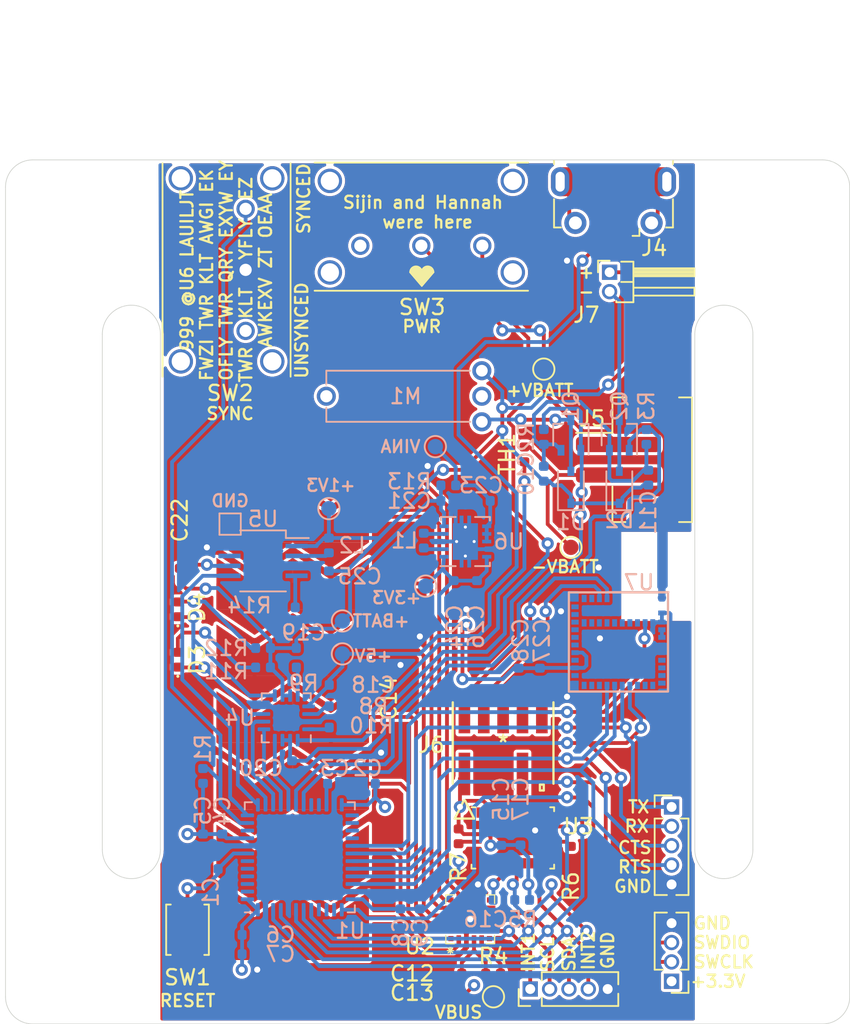
<source format=kicad_pcb>
(kicad_pcb (version 20171130) (host pcbnew "(5.1.5)-3")
  (layers (0 F.Cu signal) (1 In1.Cu signal) (2 In2.Cu signal) (31 B.Cu signal) (34 B.Paste user) (35 F.Paste user) (36 B.SilkS user) (37 F.SilkS user) (38 B.Mask user) (39 F.Mask user) (44 Edge.Cuts user))
  (net 0 "")
  (net 1 GND)
  (net 2 "Net-(C1-Pad1)")
  (net 3 +3V3)
  (net 4 "Net-(C3-Pad1)")
  (net 5 +1V3)
  (net 6 GNDPWR)
  (net 7 +5V)
  (net 8 +BATT)
  (net 9 "/Power Management/+VBATT")
  (net 10 /Motors/V-)
  (net 11 /Motors/V1-)
  (net 12 "Net-(D3-Pad2)")
  (net 13 /PA4)
  (net 14 "Net-(D4-Pad2)")
  (net 15 /PA3)
  (net 16 /SWDIO)
  (net 17 /SWCLK)
  (net 18 /UART1_CTS)
  (net 19 /UART1_RTS)
  (net 20 /UART1_TX)
  (net 21 /UART1_RX)
  (net 22 /PB8)
  (net 23 /PB5)
  (net 24 /SDA)
  (net 25 /SCL)
  (net 26 /PA8)
  (net 27 "Net-(J4-Pad6)")
  (net 28 /Bluetooth/SWCLK)
  (net 29 /Bluetooth/SWDIO)
  (net 30 "/Power Management/-VBATT")
  (net 31 "Net-(L1-Pad2)")
  (net 32 "Net-(L1-Pad1)")
  (net 33 "Net-(L2-Pad1)")
  (net 34 /TIM3_CH3)
  (net 35 /TIM3_CH4)
  (net 36 /PB9)
  (net 37 "Net-(R4-Pad2)")
  (net 38 "Net-(R14-Pad1)")
  (net 39 "Net-(TH1-Pad2)")
  (net 40 "Net-(U1-Pad39)")
  (net 41 "Net-(U1-Pad38)")
  (net 42 "Net-(U1-Pad28)")
  (net 43 "Net-(U1-Pad27)")
  (net 44 "Net-(U1-Pad26)")
  (net 45 "Net-(U1-Pad21)")
  (net 46 "Net-(U1-Pad20)")
  (net 47 /PA7)
  (net 48 /PA6)
  (net 49 /PA5)
  (net 50 /PA2)
  (net 51 "Net-(U1-Pad10)")
  (net 52 "Net-(U1-Pad6)")
  (net 53 "Net-(U1-Pad5)")
  (net 54 "Net-(U1-Pad4)")
  (net 55 "Net-(U1-Pad3)")
  (net 56 "Net-(U1-Pad2)")
  (net 57 "Net-(U2-Pad13)")
  (net 58 "Net-(U2-Pad10)")
  (net 59 "Net-(U5-Pad7)")
  (net 60 "Net-(U7-Pad7)")
  (net 61 "Net-(SW2-Pad3)")
  (net 62 "Net-(SW3-Pad3)")
  (net 63 "Net-(U1-Pad40)")
  (net 64 "Net-(C14-Pad8)")
  (net 65 "Net-(C14-Pad7)")
  (net 66 "Net-(C14-Pad6)")
  (net 67 "Net-(C14-Pad5)")
  (net 68 "Net-(C14-Pad4)")
  (net 69 "Net-(C14-Pad3)")
  (net 70 "Net-(C14-Pad2)")
  (net 71 "Net-(C14-Pad1)")
  (net 72 "Net-(C16-Pad2)")
  (net 73 "Net-(C23-Pad1)")
  (net 74 "Net-(J4-Pad3)")
  (net 75 "Net-(J4-Pad4)")
  (net 76 "Net-(J4-Pad2)")
  (net 77 "Net-(J5-Pad1)")
  (net 78 "Net-(J6-Pad8)")
  (net 79 "Net-(J6-Pad7)")
  (net 80 "Net-(J6-Pad6)")
  (net 81 "Net-(R6-Pad2)")
  (net 82 "Net-(R7-Pad2)")
  (net 83 "Net-(R8-Pad1)")
  (net 84 "Net-(R9-Pad1)")
  (net 85 "Net-(R10-Pad1)")
  (net 86 "Net-(U2-Pad6)")
  (net 87 "Net-(U2-Pad11)")
  (net 88 "Net-(U2-Pad14)")
  (net 89 "Net-(U3-Pad13)")
  (net 90 "Net-(U3-Pad12)")
  (net 91 "Net-(U3-Pad10)")
  (net 92 "Net-(U3-Pad8)")
  (net 93 "Net-(U3-Pad7)")
  (net 94 "Net-(U3-Pad21)")
  (net 95 "Net-(U3-Pad22)")
  (net 96 "Net-(U3-Pad23)")
  (net 97 "Net-(U3-Pad24)")
  (net 98 "Net-(U3-Pad26)")
  (net 99 "Net-(U3-Pad27)")
  (net 100 "Net-(U3-Pad1)")
  (net 101 "Net-(U7-Pad43)")
  (net 102 "Net-(U7-Pad42)")
  (net 103 "Net-(U7-Pad41)")
  (net 104 "Net-(U7-Pad40)")
  (net 105 "Net-(U7-Pad39)")
  (net 106 "Net-(U7-Pad38)")
  (net 107 "Net-(U7-Pad37)")
  (net 108 "Net-(U7-Pad36)")
  (net 109 "Net-(U7-Pad33)")
  (net 110 "Net-(U7-Pad32)")
  (net 111 "Net-(U7-Pad30)")
  (net 112 "Net-(U7-Pad29)")
  (net 113 "Net-(U7-Pad28)")
  (net 114 "Net-(U7-Pad27)")
  (net 115 "Net-(U7-Pad26)")
  (net 116 "Net-(U7-Pad25)")
  (net 117 "Net-(U7-Pad23)")
  (net 118 "Net-(U7-Pad21)")
  (net 119 "Net-(U7-Pad19)")
  (net 120 "Net-(U7-Pad18)")
  (net 121 "Net-(U7-Pad17)")
  (net 122 "Net-(U7-Pad12)")
  (net 123 "Net-(U7-Pad11)")
  (net 124 "Net-(U7-Pad10)")
  (net 125 "Net-(U7-Pad9)")
  (net 126 "Net-(U7-Pad8)")
  (net 127 "Net-(U7-Pad6)")
  (net 128 "Net-(U7-Pad2)")
  (net 129 /PA1)
  (net 130 "Net-(U1-Pad25)")
  (module Connector_PinHeader_1.27mm:PinHeader_1x02_P1.27mm_Horizontal (layer F.Cu) (at 158.75 78.232)
    (fp_text reference J7 (at -1.524 2.794) (layer F.SilkS))
    (fp_text value MotorConn)
    (pad 2 thru_hole oval (at 0 1.27) (size 1 1) (drill 0.65) (layers *.Cu *.Mask) (net 11 /Motors/V1-))
    (pad 1 thru_hole rect (at 0 0) (size 1 1) (drill 0.65) (layers *.Cu *.Mask) (net 5 +1V3))
  )
  (module Sij_Switches:EG1224 (layer F.Cu) (at 146.45 69.342 180)
    (fp_text reference SW3 (at 0 -11.176) (layer F.SilkS))
    (fp_text value PWR_SW)
    (pad 3 thru_hole circle (at 4.05 -7.15 180) (size 1.2 1.2) (drill 0.8) (layers *.Cu *.Mask) (net 62 "Net-(SW3-Pad3)"))
    (pad 2 thru_hole circle (at 0.05 -7.15 180) (size 1.2 1.2) (drill 0.8) (layers *.Cu *.Mask) (net 77 "Net-(J5-Pad1)"))
    (pad "" thru_hole circle (at 6.05 -2.9 180) (size 1.6 1.6) (drill 1.2) (layers *.Cu *.Mask))
    (pad "" thru_hole circle (at -5.95 -2.9 180) (size 1.6 1.6) (drill 1.2) (layers *.Cu *.Mask))
    (pad "" thru_hole circle (at 6.05 -8.9 180) (size 1.6 1.6) (drill 1.2) (layers *.Cu *.Mask))
    (pad 1 thru_hole circle (at -3.95 -7.15 180) (size 1.2 1.2) (drill 0.8) (layers *.Cu *.Mask) (net 9 "/Power Management/+VBATT"))
    (pad "" thru_hole circle (at -5.95 -8.9 180) (size 1.6 1.6) (drill 1.2) (layers *.Cu *.Mask))
  )
  (module Connector_USB:USB_Micro-B_Molex-105017-0001 (layer F.Cu) (at 159.004 73.533 180)
    (fp_text reference J4 (at -2.667 -3.1125) (layer F.SilkS))
    (fp_text value USB_B_Micro)
    (pad 6 smd rect (at -2.9 1.2375 180) (size 1.2 1.9) (layers F.Cu F.Mask) (net 27 "Net-(J4-Pad6)"))
    (pad 6 smd rect (at 2.9 1.2375 180) (size 1.2 1.9) (layers F.Cu F.Mask) (net 27 "Net-(J4-Pad6)"))
    (pad 6 thru_hole oval (at 3.5 1.2375 180) (size 1.2 1.9) (drill oval 0.6 1.3) (layers *.Cu *.Mask) (net 27 "Net-(J4-Pad6)"))
    (pad 6 thru_hole oval (at -3.5 1.2375) (size 1.2 1.9) (drill oval 0.6 1.3) (layers *.Cu *.Mask) (net 27 "Net-(J4-Pad6)"))
    (pad 6 smd rect (at -1 1.2375 180) (size 1.5 1.9) (layers F.Cu F.Paste F.Mask) (net 27 "Net-(J4-Pad6)"))
    (pad 6 thru_hole circle (at 2.5 -1.4625 180) (size 1.45 1.45) (drill 0.85) (layers *.Cu *.Mask) (net 27 "Net-(J4-Pad6)"))
    (pad 3 smd rect (at 0 -1.4625 180) (size 0.4 1.35) (layers F.Cu F.Paste F.Mask) (net 74 "Net-(J4-Pad3)"))
    (pad 4 smd rect (at 0.65 -1.4625 180) (size 0.4 1.35) (layers F.Cu F.Paste F.Mask) (net 75 "Net-(J4-Pad4)"))
    (pad 5 smd rect (at 1.3 -1.4625 180) (size 0.4 1.35) (layers F.Cu F.Paste F.Mask) (net 1 GND))
    (pad 1 smd rect (at -1.3 -1.4625 180) (size 0.4 1.35) (layers F.Cu F.Paste F.Mask) (net 7 +5V))
    (pad 2 smd rect (at -0.65 -1.4625 180) (size 0.4 1.35) (layers F.Cu F.Paste F.Mask) (net 76 "Net-(J4-Pad2)"))
    (pad 6 thru_hole circle (at -2.5 -1.4625 180) (size 1.45 1.45) (drill 0.85) (layers *.Cu *.Mask) (net 27 "Net-(J4-Pad6)"))
    (pad 6 smd rect (at 1 1.2375 180) (size 1.5 1.9) (layers F.Cu F.Paste F.Mask) (net 27 "Net-(J4-Pad6)"))
  )
  (module Connector_PinHeader_1.27mm:PinHeader_1x05_P1.27mm_Vertical (layer F.Cu) (at 153.543 125.222 90)
    (fp_text reference J3 hide)
    (fp_text value I2C)
    (pad 5 thru_hole oval (at 0 5.08 90) (size 1 1) (drill 0.65) (layers *.Cu *.Mask) (net 1 GND))
    (pad 4 thru_hole oval (at 0 3.81 90) (size 1 1) (drill 0.65) (layers *.Cu *.Mask) (net 22 /PB8))
    (pad 3 thru_hole oval (at 0 2.54 90) (size 1 1) (drill 0.65) (layers *.Cu *.Mask) (net 24 /SDA))
    (pad 2 thru_hole oval (at 0 1.27 90) (size 1 1) (drill 0.65) (layers *.Cu *.Mask) (net 25 /SCL))
    (pad 1 thru_hole rect (at 0 0 90) (size 1 1) (drill 0.65) (layers *.Cu *.Mask) (net 23 /PB5))
  )
  (module Connector_PinHeader_1.27mm:PinHeader_1x05_P1.27mm_Vertical (layer F.Cu) (at 162.814 113.284)
    (fp_text reference J2 hide)
    (fp_text value UART)
    (pad 5 thru_hole oval (at 0 5.08) (size 1 1) (drill 0.65) (layers *.Cu *.Mask) (net 1 GND))
    (pad 4 thru_hole oval (at 0 3.81) (size 1 1) (drill 0.65) (layers *.Cu *.Mask) (net 19 /UART1_RTS))
    (pad 3 thru_hole oval (at 0 2.54) (size 1 1) (drill 0.65) (layers *.Cu *.Mask) (net 18 /UART1_CTS))
    (pad 2 thru_hole oval (at 0 1.27) (size 1 1) (drill 0.65) (layers *.Cu *.Mask) (net 21 /UART1_RX))
    (pad 1 thru_hole rect (at 0 0) (size 1 1) (drill 0.65) (layers *.Cu *.Mask) (net 20 /UART1_TX))
  )
  (module Connector_PinHeader_1.27mm:PinHeader_1x04_P1.27mm_Vertical (layer F.Cu) (at 162.814 124.714 180)
    (fp_text reference J1 hide)
    (fp_text value SWD)
    (pad 4 thru_hole oval (at 0 3.81 180) (size 1 1) (drill 0.65) (layers *.Cu *.Mask) (net 1 GND))
    (pad 3 thru_hole oval (at 0 2.54 180) (size 1 1) (drill 0.65) (layers *.Cu *.Mask) (net 16 /SWDIO))
    (pad 2 thru_hole oval (at 0 1.27 180) (size 1 1) (drill 0.65) (layers *.Cu *.Mask) (net 17 /SWCLK))
    (pad 1 thru_hole rect (at 0 0 180) (size 1 1) (drill 0.65) (layers *.Cu *.Mask) (net 3 +3V3))
  )
  (module Package_SON:Texas_DRC0010J_ThermalVias (layer B.Cu) (at 149.2885 95.885)
    (fp_text reference U6 (at 2.8575 0) (layer B.SilkS) (effects (justify mirror)))
    (fp_text value TPS63001)
    (pad 11 thru_hole circle (at 0 0.95) (size 0.5 0.5) (drill 0.2) (layers *.Cu) (net 1 GND))
    (pad 11 thru_hole circle (at 0.575 0) (size 0.5 0.5) (drill 0.2) (layers *.Cu) (net 1 GND))
    (pad 11 thru_hole circle (at -0.575 0) (size 0.5 0.5) (drill 0.2) (layers *.Cu) (net 1 GND))
    (pad 11 thru_hole circle (at 0 -0.95) (size 0.5 0.5) (drill 0.2) (layers *.Cu) (net 1 GND))
    (pad 11 smd custom (at 0 0) (size 1.65 2.4) (layers B.Cu B.Mask) (net 1 GND) (options (clearance outline) (anchor rect)) (primitives (gr_poly (pts (xy -0.375 1.1) (xy -0.375 1.7) (xy -0.125 1.7) (xy -0.125 1.1) (xy 0.125 1.1) (xy 0.125 1.7) (xy 0.375 1.7) (xy 0.375 -1.7) (xy 0.125 -1.7) (xy 0.125 -1.1) (xy -0.125 -1.1) (xy -0.125 -1.7) (xy -0.375 -1.7)) (width 0))))
    (pad 10 smd rect (at 1.4 1) (size 0.6 0.24) (layers B.Cu B.Paste B.Mask) (net 3 +3V3))
    (pad 9 smd rect (at 1.4 0.5) (size 0.6 0.24) (layers B.Cu B.Paste B.Mask) (net 1 GND))
    (pad 8 smd rect (at 1.4 0) (size 0.6 0.24) (layers B.Cu B.Paste B.Mask) (net 73 "Net-(C23-Pad1)"))
    (pad 7 smd rect (at 1.4 -0.5) (size 0.6 0.24) (layers B.Cu B.Paste B.Mask) (net 73 "Net-(C23-Pad1)"))
    (pad 6 smd rect (at 1.4 -1) (size 0.6 0.24) (layers B.Cu B.Paste B.Mask) (net 73 "Net-(C23-Pad1)"))
    (pad 5 smd rect (at -1.4 -1) (size 0.6 0.24) (layers B.Cu B.Paste B.Mask) (net 8 +BATT))
    (pad 4 smd rect (at -1.4 -0.5) (size 0.6 0.24) (layers B.Cu B.Paste B.Mask) (net 32 "Net-(L1-Pad1)"))
    (pad 3 smd rect (at -1.4 0) (size 0.6 0.24) (layers B.Cu B.Paste B.Mask) (net 1 GND))
    (pad 2 smd rect (at -1.4 0.5) (size 0.6 0.24) (layers B.Cu B.Paste B.Mask) (net 31 "Net-(L1-Pad2)"))
    (pad 1 smd rect (at -1.4 1) (size 0.6 0.24) (layers B.Cu B.Paste B.Mask) (net 3 +3V3))
  )
  (module Sij_Package_SO:HVSSOP-8-1EP_3x3mm_P0.065mm_EP2.2x3.1mm_Mask1.35x1.65mm (layer B.Cu) (at 136.017 97.155 180)
    (fp_text reference U5 (at 0 2.75) (layer B.SilkS) (effects (justify mirror)))
    (fp_text value TPS62841DGR)
    (pad 10 smd rect (at 0 0 180) (size 1.35 1.65) (layers B.Cu B.Paste B.Mask))
    (pad 9 smd rect (at 0 0 180) (size 2.2 3.1) (layers B.Cu B.Paste B.Mask) (net 1 GND))
    (pad 8 smd rect (at 2.2 0.975 180) (size 1.45 0.3) (layers B.Cu B.Paste B.Mask) (net 1 GND))
    (pad 7 smd rect (at 2.2 0.325 180) (size 1.45 0.3) (layers B.Cu B.Paste B.Mask) (net 59 "Net-(U5-Pad7)"))
    (pad 6 smd rect (at 2.2 -0.325 180) (size 1.45 0.3) (layers B.Cu B.Paste B.Mask) (net 8 +BATT))
    (pad 5 smd rect (at 2.2 -0.975 180) (size 1.45 0.3) (layers B.Cu B.Paste B.Mask) (net 50 /PA2))
    (pad 4 smd rect (at -2.2 -0.975 180) (size 1.45 0.3) (layers B.Cu B.Paste B.Mask) (net 38 "Net-(R14-Pad1)"))
    (pad 3 smd rect (at -2.2 -0.325 180) (size 1.45 0.3) (layers B.Cu B.Paste B.Mask) (net 1 GND))
    (pad 2 smd rect (at -2.2 0.325 180) (size 1.45 0.3) (layers B.Cu B.Paste B.Mask) (net 33 "Net-(L2-Pad1)"))
    (pad 1 smd rect (at -2.2 0.975 180) (size 1.45 0.3) (layers B.Cu B.Paste B.Mask) (net 5 +1V3))
  )
  (module Package_DFN_QFN:QFN-16-1EP_3x3mm_P0.5mm_EP1.7x1.7mm (layer B.Cu) (at 137.541 107.442 90)
    (fp_text reference U4 (at 0 -3.048 180) (layer B.SilkS) (effects (justify mirror)))
    (fp_text value BQ24075)
    (pad 16 smd roundrect (at -0.75 1.4625 90) (size 0.25 0.825) (layers B.Cu B.Paste B.Mask) (net 85 "Net-(R10-Pad1)"))
    (pad 15 smd roundrect (at -0.25 1.4625 90) (size 0.25 0.825) (layers B.Cu B.Paste B.Mask) (net 1 GND))
    (pad 14 smd roundrect (at 0.25 1.4625 90) (size 0.25 0.825) (layers B.Cu B.Paste B.Mask) (net 83 "Net-(R8-Pad1)"))
    (pad 13 smd roundrect (at 0.75 1.4625 90) (size 0.25 0.825) (layers B.Cu B.Paste B.Mask) (net 7 +5V))
    (pad 12 smd roundrect (at 1.4625 0.75 90) (size 0.825 0.25) (layers B.Cu B.Paste B.Mask) (net 84 "Net-(R9-Pad1)"))
    (pad 11 smd roundrect (at 1.4625 0.25 90) (size 0.825 0.25) (layers B.Cu B.Paste B.Mask) (net 8 +BATT))
    (pad 10 smd roundrect (at 1.4625 -0.25 90) (size 0.825 0.25) (layers B.Cu B.Paste B.Mask) (net 8 +BATT))
    (pad 9 smd roundrect (at 1.4625 -0.75 90) (size 0.825 0.25) (layers B.Cu B.Paste B.Mask) (net 15 /PA3))
    (pad 8 smd roundrect (at 0.75 -1.4625 90) (size 0.25 0.825) (layers B.Cu B.Paste B.Mask) (net 1 GND))
    (pad 7 smd roundrect (at 0.25 -1.4625 90) (size 0.25 0.825) (layers B.Cu B.Paste B.Mask) (net 13 /PA4))
    (pad 6 smd roundrect (at -0.25 -1.4625 90) (size 0.25 0.825) (layers B.Cu B.Paste B.Mask) (net 49 /PA5))
    (pad 5 smd roundrect (at -0.75 -1.4625 90) (size 0.25 0.825) (layers B.Cu B.Paste B.Mask) (net 48 /PA6))
    (pad 4 smd roundrect (at -1.4625 -0.75 90) (size 0.825 0.25) (layers B.Cu B.Paste B.Mask) (net 47 /PA7))
    (pad 3 smd roundrect (at -1.4625 -0.25 90) (size 0.825 0.25) (layers B.Cu B.Paste B.Mask) (net 9 "/Power Management/+VBATT"))
    (pad 2 smd roundrect (at -1.4625 0.25 90) (size 0.825 0.25) (layers B.Cu B.Paste B.Mask) (net 9 "/Power Management/+VBATT"))
    (pad 1 smd roundrect (at -1.4625 0.75 90) (size 0.825 0.25) (layers B.Cu B.Paste B.Mask) (net 39 "Net-(TH1-Pad2)"))
    (pad 17 smd roundrect (at 0 0 90) (size 1.7 1.7) (layers B.Cu B.Mask) (roundrect_rratio 0.147059) (net 1 GND))
  )
  (module Sij_MCU:BGM13S (layer B.Cu) (at 162.179 99.568 180)
    (fp_text reference U7 (at 1.5 1 180) (layer B.SilkS) (effects (justify mirror)))
    (fp_text value BGM13S)
    (pad 51 smd rect (at 4.05 -3.7 180) (size 0.67 0.67) (layers B.Cu B.Paste B.Mask) (net 1 GND))
    (pad 50 smd rect (at 1.65 -3.7 180) (size 0.67 0.67) (layers B.Cu B.Paste B.Mask) (net 1 GND))
    (pad 48 smd rect (at 2.92 -1 180) (size 0.48 0.32) (layers B.Cu B.Paste B.Mask) (net 1 GND))
    (pad 49 smd rect (at 0 -1 180) (size 0.48 0.32) (layers B.Cu B.Paste B.Mask) (net 1 GND))
    (pad 46 smd rect (at 2.92 0 180) (size 0.48 0.32) (layers B.Cu B.Paste B.Mask) (net 1 GND))
    (pad 45 smd rect (at 0.6 -1.65 180) (size 0.32 0.48) (layers B.Cu B.Paste B.Mask) (net 1 GND))
    (pad 44 smd rect (at 1.1 -1.65 180) (size 0.32 0.48) (layers B.Cu B.Paste B.Mask) (net 26 /PA8))
    (pad 43 smd rect (at 1.6 -1.65 180) (size 0.32 0.48) (layers B.Cu B.Paste B.Mask) (net 101 "Net-(U7-Pad43)"))
    (pad 42 smd rect (at 2.1 -1.65 180) (size 0.32 0.48) (layers B.Cu B.Paste B.Mask) (net 102 "Net-(U7-Pad42)"))
    (pad 41 smd rect (at 2.6 -1.65 180) (size 0.32 0.48) (layers B.Cu B.Paste B.Mask) (net 103 "Net-(U7-Pad41)"))
    (pad 40 smd rect (at 3.1 -1.65 180) (size 0.32 0.48) (layers B.Cu B.Paste B.Mask) (net 104 "Net-(U7-Pad40)"))
    (pad 39 smd rect (at 3.6 -1.65 180) (size 0.32 0.48) (layers B.Cu B.Paste B.Mask) (net 105 "Net-(U7-Pad39)"))
    (pad 38 smd rect (at 4.1 -1.65 180) (size 0.32 0.48) (layers B.Cu B.Paste B.Mask) (net 106 "Net-(U7-Pad38)"))
    (pad 37 smd rect (at 4.6 -1.65 180) (size 0.32 0.48) (layers B.Cu B.Paste B.Mask) (net 107 "Net-(U7-Pad37)"))
    (pad 36 smd rect (at 5.1 -1.65 180) (size 0.32 0.48) (layers B.Cu B.Paste B.Mask) (net 108 "Net-(U7-Pad36)"))
    (pad 35 smd rect (at 3.6 -0.05 180) (size 0.32 0.48) (layers B.Cu B.Paste B.Mask) (net 29 /Bluetooth/SWDIO))
    (pad 34 smd rect (at 4.1 -0.05 180) (size 0.32 0.48) (layers B.Cu B.Paste B.Mask) (net 28 /Bluetooth/SWCLK))
    (pad 33 smd rect (at 4.6 -0.05 180) (size 0.32 0.48) (layers B.Cu B.Paste B.Mask) (net 109 "Net-(U7-Pad33)"))
    (pad 32 smd rect (at 5.1 -0.05 180) (size 0.32 0.48) (layers B.Cu B.Paste B.Mask) (net 110 "Net-(U7-Pad32)"))
    (pad 31 smd rect (at 5.7 -0.1 180) (size 0.48 0.32) (layers B.Cu B.Paste B.Mask) (net 1 GND))
    (pad 30 smd rect (at 5.7 -0.6 180) (size 0.48 0.32) (layers B.Cu B.Paste B.Mask) (net 111 "Net-(U7-Pad30)"))
    (pad 29 smd rect (at 5.7 -1.1 180) (size 0.48 0.32) (layers B.Cu B.Paste B.Mask) (net 112 "Net-(U7-Pad29)"))
    (pad 28 smd rect (at 5.7 -1.6 180) (size 0.48 0.32) (layers B.Cu B.Paste B.Mask) (net 113 "Net-(U7-Pad28)"))
    (pad 27 smd rect (at 5.7 -2.1 180) (size 0.48 0.32) (layers B.Cu B.Paste B.Mask) (net 114 "Net-(U7-Pad27)"))
    (pad 26 smd rect (at 5.7 -2.6 180) (size 0.48 0.32) (layers B.Cu B.Paste B.Mask) (net 115 "Net-(U7-Pad26)"))
    (pad 25 smd rect (at 5.7 -3.1 180) (size 0.48 0.32) (layers B.Cu B.Paste B.Mask) (net 116 "Net-(U7-Pad25)"))
    (pad 24 smd rect (at 5.7 -3.6 180) (size 0.48 0.32) (layers B.Cu B.Paste B.Mask) (net 3 +3V3))
    (pad 23 smd rect (at 5.7 -4.1 180) (size 0.48 0.32) (layers B.Cu B.Paste B.Mask) (net 117 "Net-(U7-Pad23)"))
    (pad 22 smd rect (at 5.7 -4.6 180) (size 0.48 0.32) (layers B.Cu B.Paste B.Mask) (net 3 +3V3))
    (pad 21 smd rect (at 5.7 -5.1 180) (size 0.48 0.32) (layers B.Cu B.Paste B.Mask) (net 118 "Net-(U7-Pad21)"))
    (pad 20 smd rect (at 5.7 -5.6 180) (size 0.48 0.32) (layers B.Cu B.Paste B.Mask) (net 1 GND))
    (pad 19 smd rect (at 5.1 -5.75 180) (size 0.32 0.48) (layers B.Cu B.Paste B.Mask) (net 119 "Net-(U7-Pad19)"))
    (pad 18 smd rect (at 4.6 -5.75 180) (size 0.32 0.48) (layers B.Cu B.Paste B.Mask) (net 120 "Net-(U7-Pad18)"))
    (pad 17 smd rect (at 4.1 -5.75 180) (size 0.32 0.48) (layers B.Cu B.Paste B.Mask) (net 121 "Net-(U7-Pad17)"))
    (pad 16 smd rect (at 3.6 -5.75 180) (size 0.32 0.48) (layers B.Cu B.Paste B.Mask) (net 18 /UART1_CTS))
    (pad 15 smd rect (at 3.1 -5.75 180) (size 0.32 0.48) (layers B.Cu B.Paste B.Mask) (net 19 /UART1_RTS))
    (pad 14 smd rect (at 2.6 -5.75 180) (size 0.32 0.48) (layers B.Cu B.Paste B.Mask) (net 20 /UART1_TX))
    (pad 13 smd rect (at 2.1 -5.75 180) (size 0.32 0.48) (layers B.Cu B.Paste B.Mask) (net 21 /UART1_RX))
    (pad 12 smd rect (at 1.6 -5.75 180) (size 0.32 0.48) (layers B.Cu B.Paste B.Mask) (net 122 "Net-(U7-Pad12)"))
    (pad 11 smd rect (at 1.1 -5.75 180) (size 0.32 0.48) (layers B.Cu B.Paste B.Mask) (net 123 "Net-(U7-Pad11)"))
    (pad 10 smd rect (at 0.6 -5.75 180) (size 0.32 0.48) (layers B.Cu B.Paste B.Mask) (net 124 "Net-(U7-Pad10)"))
    (pad 9 smd rect (at 0 -5.6 180) (size 0.48 0.32) (layers B.Cu B.Paste B.Mask) (net 125 "Net-(U7-Pad9)"))
    (pad 8 smd rect (at 0 -5.1 180) (size 0.48 0.32) (layers B.Cu B.Paste B.Mask) (net 126 "Net-(U7-Pad8)"))
    (pad 7 smd rect (at 0 -4.6 180) (size 0.48 0.32) (layers B.Cu B.Paste B.Mask) (net 60 "Net-(U7-Pad7)"))
    (pad 6 smd rect (at 0 -4.1 180) (size 0.48 0.32) (layers B.Cu B.Paste B.Mask) (net 127 "Net-(U7-Pad6)"))
    (pad 5 smd rect (at 0 -3.6 180) (size 0.48 0.32) (layers B.Cu B.Paste B.Mask) (net 1 GND))
    (pad 4 smd rect (at 0 -3.1 180) (size 0.48 0.32) (layers B.Cu B.Paste B.Mask) (net 1 GND))
    (pad 3 smd rect (at 0 -2.6 180) (size 0.48 0.32) (layers B.Cu B.Paste B.Mask) (net 128 "Net-(U7-Pad2)"))
    (pad 47 smd rect (at 0 0 180) (size 0.48 0.32) (layers B.Cu B.Paste B.Mask) (net 1 GND))
    (pad 2 smd rect (at 0 -2.1 180) (size 0.48 0.32) (layers B.Cu B.Paste B.Mask) (net 128 "Net-(U7-Pad2)"))
    (pad 1 smd rect (at 0 -1.6 180) (size 0.48 0.32) (layers B.Cu B.Paste B.Mask) (net 1 GND))
  )
  (module Sij_Sensors:CPT112S-A02-GM (layer F.Cu) (at 152.956 120.45 90)
    (fp_text reference U2 (at -1.978 -6.652 180) (layer F.SilkS))
    (fp_text value CPT112S-A02-GM)
    (pad 21 smd rect (at -0.2 -3.35 180) (size 1.8 1.8) (layers F.Cu F.Paste F.Mask) (net 1 GND))
    (pad 16 smd rect (at 1.065 -4.615 90) (size 0.34 0.34) (layers F.Cu F.Paste F.Mask) (net 65 "Net-(C14-Pad7)"))
    (pad 1 smd rect (at -1.465 -4.615 90) (size 0.34 0.34) (layers F.Cu F.Paste F.Mask) (net 70 "Net-(C14-Pad2)"))
    (pad 6 smd rect (at -1.465 -2.085 90) (size 0.34 0.34) (layers F.Cu F.Paste F.Mask) (net 86 "Net-(U2-Pad6)"))
    (pad 11 smd rect (at 1.065 -2.085 90) (size 0.34 0.34) (layers F.Cu F.Paste F.Mask) (net 87 "Net-(U2-Pad11)"))
    (pad 17 smd rect (at 0.55 -4.7 90) (size 0.3 0.6) (layers F.Cu F.Paste F.Mask) (net 66 "Net-(C14-Pad6)"))
    (pad 19 smd rect (at -0.45 -4.7 90) (size 0.3 0.6) (layers F.Cu F.Paste F.Mask) (net 68 "Net-(C14-Pad4)"))
    (pad 20 smd rect (at -0.95 -4.7 90) (size 0.3 0.6) (layers F.Cu F.Paste F.Mask) (net 69 "Net-(C14-Pad3)"))
    (pad 18 smd rect (at 0.05 -4.7 90) (size 0.3 0.6) (layers F.Cu F.Paste F.Mask) (net 67 "Net-(C14-Pad5)"))
    (pad 10 smd rect (at 0.55 -2 90) (size 0.3 0.6) (layers F.Cu F.Paste F.Mask) (net 58 "Net-(U2-Pad10)"))
    (pad 15 smd rect (at 1.15 -4.1 180) (size 0.3 0.6) (layers F.Cu F.Paste F.Mask) (net 64 "Net-(C14-Pad8)"))
    (pad 12 smd rect (at 1.15 -2.6 180) (size 0.3 0.6) (layers F.Cu F.Paste F.Mask) (net 1 GND))
    (pad 4 smd rect (at -1.55 -3.1 180) (size 0.3 0.6) (layers F.Cu F.Paste F.Mask) (net 3 +3V3))
    (pad 3 smd rect (at -1.55 -3.6 180) (size 0.3 0.6) (layers F.Cu F.Paste F.Mask) (net 1 GND))
    (pad 5 smd rect (at -1.55 -2.6 180) (size 0.3 0.6) (layers F.Cu F.Paste F.Mask) (net 37 "Net-(R4-Pad2)"))
    (pad 2 smd rect (at -1.55 -4.1 180) (size 0.3 0.6) (layers F.Cu F.Paste F.Mask) (net 71 "Net-(C14-Pad1)"))
    (pad 14 smd rect (at 1.15 -3.6 180) (size 0.3 0.6) (layers F.Cu F.Paste F.Mask) (net 88 "Net-(U2-Pad14)"))
    (pad 13 smd rect (at 1.15 -3.1 180) (size 0.3 0.6) (layers F.Cu F.Paste F.Mask) (net 57 "Net-(U2-Pad13)"))
    (pad 9 smd rect (at 0.05 -2 90) (size 0.3 0.6) (layers F.Cu F.Paste F.Mask) (net 24 /SDA))
    (pad 8 smd rect (at -0.45 -2 90) (size 0.3 0.6) (layers F.Cu F.Paste F.Mask) (net 25 /SCL))
    (pad 7 smd rect (at -0.95 -2 90) (size 0.3 0.6) (layers F.Cu F.Paste F.Mask) (net 23 /PB5))
  )
  (module Package_LGA:LGA-28_5.2x3.8mm_P0.5mm (layer F.Cu) (at 152.4 115.316)
    (fp_text reference U3 (at 4.318 -0.762 180) (layer F.SilkS))
    (fp_text value BNO055)
    (pad 16 smd rect (at 2.3875 0.75 90) (size 0.254 0.675) (layers F.Cu F.Paste F.Mask) (net 1 GND))
    (pad 17 smd rect (at 2.3875 0.25 90) (size 0.254 0.675) (layers F.Cu F.Paste F.Mask) (net 81 "Net-(R6-Pad2)"))
    (pad 18 smd rect (at 2.3875 -0.25 90) (size 0.254 0.675) (layers F.Cu F.Paste F.Mask) (net 1 GND))
    (pad 15 smd rect (at 2.25 1.6625) (size 0.254 0.675) (layers F.Cu F.Paste F.Mask) (net 1 GND))
    (pad 14 smd rect (at 1.75 1.6625) (size 0.254 0.675) (layers F.Cu F.Paste F.Mask) (net 22 /PB8))
    (pad 13 smd rect (at 1.25 1.6625) (size 0.254 0.675) (layers F.Cu F.Paste F.Mask) (net 89 "Net-(U3-Pad13)"))
    (pad 12 smd rect (at 0.75 1.6625) (size 0.254 0.675) (layers F.Cu F.Paste F.Mask) (net 90 "Net-(U3-Pad12)"))
    (pad 11 smd rect (at 0.25 1.6625) (size 0.254 0.675) (layers F.Cu F.Paste F.Mask) (net 36 /PB9))
    (pad 10 smd rect (at -0.25 1.6625) (size 0.254 0.675) (layers F.Cu F.Paste F.Mask) (net 91 "Net-(U3-Pad10)"))
    (pad 9 smd rect (at -0.75 1.6625) (size 0.254 0.675) (layers F.Cu F.Paste F.Mask) (net 72 "Net-(C16-Pad2)"))
    (pad 8 smd rect (at -1.25 1.6625) (size 0.254 0.675) (layers F.Cu F.Paste F.Mask) (net 92 "Net-(U3-Pad8)"))
    (pad 7 smd rect (at -1.75 1.6625) (size 0.254 0.675) (layers F.Cu F.Paste F.Mask) (net 93 "Net-(U3-Pad7)"))
    (pad 20 smd rect (at 2.25 -1.6625) (size 0.254 0.675) (layers F.Cu F.Paste F.Mask) (net 24 /SDA))
    (pad 21 smd rect (at 1.75 -1.6625) (size 0.254 0.675) (layers F.Cu F.Paste F.Mask) (net 94 "Net-(U3-Pad21)"))
    (pad 22 smd rect (at 1.25 -1.6625) (size 0.254 0.675) (layers F.Cu F.Paste F.Mask) (net 95 "Net-(U3-Pad22)"))
    (pad 23 smd rect (at 0.75 -1.6625) (size 0.254 0.675) (layers F.Cu F.Paste F.Mask) (net 96 "Net-(U3-Pad23)"))
    (pad 24 smd rect (at 0.25 -1.6625) (size 0.254 0.675) (layers F.Cu F.Paste F.Mask) (net 97 "Net-(U3-Pad24)"))
    (pad 25 smd rect (at -0.25 -1.6625) (size 0.254 0.675) (layers F.Cu F.Paste F.Mask) (net 1 GND))
    (pad 26 smd rect (at -0.75 -1.6625) (size 0.254 0.675) (layers F.Cu F.Paste F.Mask) (net 98 "Net-(U3-Pad26)"))
    (pad 27 smd rect (at -1.25 -1.6625) (size 0.254 0.675) (layers F.Cu F.Paste F.Mask) (net 99 "Net-(U3-Pad27)"))
    (pad 28 smd rect (at -1.75 -1.6625) (size 0.254 0.675) (layers F.Cu F.Paste F.Mask) (net 3 +3V3))
    (pad 5 smd rect (at -2.3875 0.75 90) (size 0.254 0.675) (layers F.Cu F.Paste F.Mask) (net 1 GND))
    (pad 4 smd rect (at -2.3875 0.25 90) (size 0.254 0.675) (layers F.Cu F.Paste F.Mask) (net 82 "Net-(R7-Pad2)"))
    (pad 3 smd rect (at -2.3875 -0.25 90) (size 0.254 0.675) (layers F.Cu F.Paste F.Mask) (net 3 +3V3))
    (pad 1 smd rect (at -2.25 -1.6625) (size 0.254 0.675) (layers F.Cu F.Paste F.Mask) (net 100 "Net-(U3-Pad1)"))
    (pad 2 smd rect (at -2.3875 -0.75 90) (size 0.254 0.675) (layers F.Cu F.Paste F.Mask) (net 1 GND))
    (pad 6 smd rect (at -2.25 1.6625) (size 0.254 0.675) (layers F.Cu F.Paste F.Mask) (net 1 GND))
    (pad 19 smd rect (at 2.3875 -0.75 90) (size 0.254 0.675) (layers F.Cu F.Paste F.Mask) (net 25 /SCL))
  )
  (module Package_DFN_QFN:QFN-48-1EP_7x7mm_P0.5mm_EP5.6x5.6mm (layer B.Cu) (at 138.43 116.586)
    (fp_text reference U1 (at 3.302 4.82) (layer B.SilkS) (effects (justify mirror)))
    (fp_text value STM32F411CEUx)
    (pad 48 smd roundrect (at -2.75 3.4375) (size 0.25 0.875) (layers B.Cu B.Paste B.Mask) (net 3 +3V3))
    (pad 47 smd roundrect (at -2.25 3.4375) (size 0.25 0.875) (layers B.Cu B.Paste B.Mask) (net 1 GND))
    (pad 46 smd roundrect (at -1.75 3.4375) (size 0.25 0.875) (layers B.Cu B.Paste B.Mask) (net 36 /PB9))
    (pad 45 smd roundrect (at -1.25 3.4375) (size 0.25 0.875) (layers B.Cu B.Paste B.Mask) (net 22 /PB8))
    (pad 44 smd roundrect (at -0.75 3.4375) (size 0.25 0.875) (layers B.Cu B.Paste B.Mask) (net 1 GND))
    (pad 43 smd roundrect (at -0.25 3.4375) (size 0.25 0.875) (layers B.Cu B.Paste B.Mask) (net 24 /SDA))
    (pad 42 smd roundrect (at 0.25 3.4375) (size 0.25 0.875) (layers B.Cu B.Paste B.Mask) (net 25 /SCL))
    (pad 41 smd roundrect (at 0.75 3.4375) (size 0.25 0.875) (layers B.Cu B.Paste B.Mask) (net 23 /PB5))
    (pad 40 smd roundrect (at 1.25 3.4375) (size 0.25 0.875) (layers B.Cu B.Paste B.Mask) (net 63 "Net-(U1-Pad40)"))
    (pad 39 smd roundrect (at 1.75 3.4375) (size 0.25 0.875) (layers B.Cu B.Paste B.Mask) (net 40 "Net-(U1-Pad39)"))
    (pad 38 smd roundrect (at 2.25 3.4375) (size 0.25 0.875) (layers B.Cu B.Paste B.Mask) (net 41 "Net-(U1-Pad38)"))
    (pad 37 smd roundrect (at 2.75 3.4375) (size 0.25 0.875) (layers B.Cu B.Paste B.Mask) (net 17 /SWCLK))
    (pad 36 smd roundrect (at 3.4375 2.75) (size 0.875 0.25) (layers B.Cu B.Paste B.Mask) (net 3 +3V3))
    (pad 35 smd roundrect (at 3.4375 2.25) (size 0.875 0.25) (layers B.Cu B.Paste B.Mask) (net 1 GND))
    (pad 34 smd roundrect (at 3.4375 1.75) (size 0.875 0.25) (layers B.Cu B.Paste B.Mask) (net 16 /SWDIO))
    (pad 33 smd roundrect (at 3.4375 1.25) (size 0.875 0.25) (layers B.Cu B.Paste B.Mask) (net 19 /UART1_RTS))
    (pad 32 smd roundrect (at 3.4375 0.75) (size 0.875 0.25) (layers B.Cu B.Paste B.Mask) (net 18 /UART1_CTS))
    (pad 31 smd roundrect (at 3.4375 0.25) (size 0.875 0.25) (layers B.Cu B.Paste B.Mask) (net 21 /UART1_RX))
    (pad 30 smd roundrect (at 3.4375 -0.25) (size 0.875 0.25) (layers B.Cu B.Paste B.Mask) (net 20 /UART1_TX))
    (pad 29 smd roundrect (at 3.4375 -0.75) (size 0.875 0.25) (layers B.Cu B.Paste B.Mask) (net 26 /PA8))
    (pad 28 smd roundrect (at 3.4375 -1.25) (size 0.875 0.25) (layers B.Cu B.Paste B.Mask) (net 42 "Net-(U1-Pad28)"))
    (pad 27 smd roundrect (at 3.4375 -1.75) (size 0.875 0.25) (layers B.Cu B.Paste B.Mask) (net 43 "Net-(U1-Pad27)"))
    (pad 26 smd roundrect (at 3.4375 -2.25) (size 0.875 0.25) (layers B.Cu B.Paste B.Mask) (net 44 "Net-(U1-Pad26)"))
    (pad 25 smd roundrect (at 3.4375 -2.75) (size 0.875 0.25) (layers B.Cu B.Paste B.Mask) (net 130 "Net-(U1-Pad25)"))
    (pad 24 smd roundrect (at 2.75 -3.4375) (size 0.25 0.875) (layers B.Cu B.Paste B.Mask) (net 3 +3V3))
    (pad 23 smd roundrect (at 2.25 -3.4375) (size 0.25 0.875) (layers B.Cu B.Paste B.Mask) (net 1 GND))
    (pad 22 smd roundrect (at 1.75 -3.4375) (size 0.25 0.875) (layers B.Cu B.Paste B.Mask) (net 4 "Net-(C3-Pad1)"))
    (pad 21 smd roundrect (at 1.25 -3.4375) (size 0.25 0.875) (layers B.Cu B.Paste B.Mask) (net 45 "Net-(U1-Pad21)"))
    (pad 20 smd roundrect (at 0.75 -3.4375) (size 0.25 0.875) (layers B.Cu B.Paste B.Mask) (net 46 "Net-(U1-Pad20)"))
    (pad 19 smd roundrect (at 0.25 -3.4375) (size 0.25 0.875) (layers B.Cu B.Paste B.Mask) (net 35 /TIM3_CH4))
    (pad 18 smd roundrect (at -0.25 -3.4375) (size 0.25 0.875) (layers B.Cu B.Paste B.Mask) (net 34 /TIM3_CH3))
    (pad 17 smd roundrect (at -0.75 -3.4375) (size 0.25 0.875) (layers B.Cu B.Paste B.Mask) (net 47 /PA7))
    (pad 16 smd roundrect (at -1.25 -3.4375) (size 0.25 0.875) (layers B.Cu B.Paste B.Mask) (net 48 /PA6))
    (pad 15 smd roundrect (at -1.75 -3.4375) (size 0.25 0.875) (layers B.Cu B.Paste B.Mask) (net 49 /PA5))
    (pad 14 smd roundrect (at -2.25 -3.4375) (size 0.25 0.875) (layers B.Cu B.Paste B.Mask) (net 13 /PA4))
    (pad 13 smd roundrect (at -2.75 -3.4375) (size 0.25 0.875) (layers B.Cu B.Paste B.Mask) (net 15 /PA3))
    (pad 12 smd roundrect (at -3.4375 -2.75) (size 0.875 0.25) (layers B.Cu B.Paste B.Mask) (net 50 /PA2))
    (pad 11 smd roundrect (at -3.4375 -2.25) (size 0.875 0.25) (layers B.Cu B.Paste B.Mask) (net 129 /PA1))
    (pad 10 smd roundrect (at -3.4375 -1.75) (size 0.875 0.25) (layers B.Cu B.Paste B.Mask) (net 51 "Net-(U1-Pad10)"))
    (pad 9 smd roundrect (at -3.4375 -1.25) (size 0.875 0.25) (layers B.Cu B.Paste B.Mask) (net 3 +3V3))
    (pad 8 smd roundrect (at -3.4375 -0.75) (size 0.875 0.25) (layers B.Cu B.Paste B.Mask) (net 1 GND))
    (pad 7 smd roundrect (at -3.4375 -0.25) (size 0.875 0.25) (layers B.Cu B.Paste B.Mask) (net 2 "Net-(C1-Pad1)"))
    (pad 6 smd roundrect (at -3.4375 0.25) (size 0.875 0.25) (layers B.Cu B.Paste B.Mask) (net 52 "Net-(U1-Pad6)"))
    (pad 5 smd roundrect (at -3.4375 0.75) (size 0.875 0.25) (layers B.Cu B.Paste B.Mask) (net 53 "Net-(U1-Pad5)"))
    (pad 4 smd roundrect (at -3.4375 1.25) (size 0.875 0.25) (layers B.Cu B.Paste B.Mask) (net 54 "Net-(U1-Pad4)"))
    (pad 3 smd roundrect (at -3.4375 1.75) (size 0.875 0.25) (layers B.Cu B.Paste B.Mask) (net 55 "Net-(U1-Pad3)"))
    (pad 2 smd roundrect (at -3.4375 2.25) (size 0.875 0.25) (layers B.Cu B.Paste B.Mask) (net 56 "Net-(U1-Pad2)"))
    (pad 1 smd roundrect (at -3.4375 2.75) (size 0.875 0.25) (layers B.Cu B.Paste B.Mask) (net 3 +3V3))
    (pad 49 smd roundrect (at 0 0) (size 5.6 5.6) (layers B.Cu B.Mask) (roundrect_rratio 0.044643) (net 1 GND))
  )
  (module TestPoint:TestPoint_Pad_D1.0mm (layer B.Cu) (at 141.224 103.251)
    (fp_text reference TP1 hide)
    (fp_text value VBus)
    (pad 1 smd circle (at 0 0) (size 1 1) (layers B.Cu B.Mask) (net 7 +5V))
  )
  (module TestPoint:TestPoint_Pad_D1.0mm (layer B.Cu) (at 147.32 89.662)
    (fp_text reference TP6 hide)
    (fp_text value VINA)
    (pad 1 smd circle (at 0 0) (size 1 1) (layers B.Cu B.Mask) (net 73 "Net-(C23-Pad1)"))
  )
  (module TestPoint:TestPoint_Pad_D1.0mm (layer F.Cu) (at 156.21 96.266)
    (fp_text reference TP5 hide)
    (fp_text value -VBatt)
    (pad 1 smd circle (at 0 0) (size 1 1) (layers F.Cu F.Mask) (net 30 "/Power Management/-VBATT"))
  )
  (module TestPoint:TestPoint_Pad_D1.0mm (layer F.Cu) (at 154.432 84.582)
    (fp_text reference TP4 hide)
    (fp_text value +VBatt)
    (pad 1 smd circle (at 0 0) (size 1 1) (layers F.Cu F.Mask) (net 77 "Net-(J5-Pad1)"))
  )
  (module TestPoint:TestPoint_Pad_D1.0mm (layer B.Cu) (at 141.224 101.092)
    (fp_text reference TP3 hide)
    (fp_text value Vout)
    (pad 1 smd circle (at 0 0) (size 1 1) (layers B.Cu B.Mask) (net 8 +BATT))
  )
  (module TestPoint:TestPoint_Pad_D1.0mm (layer B.Cu) (at 146.685 98.806)
    (fp_text reference TP8 hide)
    (fp_text value +3V3)
    (pad 1 smd circle (at 0 0) (size 1 1) (layers B.Cu B.Mask) (net 3 +3V3))
  )
  (module TestPoint:TestPoint_Pad_D1.0mm (layer B.Cu) (at 140.335 93.726)
    (fp_text reference TP7 hide)
    (fp_text value +1V3)
    (pad 1 smd circle (at 0 0) (size 1 1) (layers B.Cu B.Mask) (net 5 +1V3))
  )
  (module TestPoint:TestPoint_Pad_1.0x1.0mm (layer B.Cu) (at 133.858 94.742)
    (fp_text reference TP2 hide)
    (fp_text value GND)
    (pad 1 smd rect (at 0 0) (size 1 1) (layers B.Cu B.Mask) (net 1 GND))
  )
  (module TestPoint:TestPoint_Pad_D1.0mm (layer F.Cu) (at 151.13 125.73)
    (fp_text reference TP1 hide)
    (fp_text value TestPoint)
    (pad 1 smd circle (at 0 0) (size 1 1) (layers F.Cu F.Mask) (net 37 "Net-(R4-Pad2)"))
  )
  (module Resistor_SMD:R_0402_1005Metric (layer F.Cu) (at 153.162 90.17 270)
    (fp_text reference TH1 (at -0.023 1.143 90) (layer F.SilkS))
    (fp_text value 10k)
    (pad 2 smd roundrect (at 0.485 0 270) (size 0.59 0.64) (layers F.Cu F.Paste F.Mask) (net 39 "Net-(TH1-Pad2)"))
    (pad 1 smd roundrect (at -0.485 0 270) (size 0.59 0.64) (layers F.Cu F.Paste F.Mask) (net 30 "/Power Management/-VBATT"))
  )
  (module Sij_Switches:EG1224 (layer F.Cu) (at 127.724 78.024 270)
    (fp_text reference SW2 (at 8.128 -6.134 180) (layer F.SilkS))
    (fp_text value SYNC_SW)
    (pad 3 thru_hole circle (at 4.05 -7.15 270) (size 1.2 1.2) (drill 0.8) (layers *.Cu *.Mask) (net 61 "Net-(SW2-Pad3)"))
    (pad 2 thru_hole circle (at 0.05 -7.15 270) (size 1.2 1.2) (drill 0.8) (layers *.Cu *.Mask) (net 1 GND))
    (pad "" thru_hole circle (at 6.05 -2.9 270) (size 1.6 1.6) (drill 1.2) (layers *.Cu *.Mask))
    (pad "" thru_hole circle (at -5.95 -2.9 270) (size 1.6 1.6) (drill 1.2) (layers *.Cu *.Mask))
    (pad "" thru_hole circle (at 6.05 -8.9 270) (size 1.6 1.6) (drill 1.2) (layers *.Cu *.Mask))
    (pad 1 thru_hole circle (at -3.95 -7.15 270) (size 1.2 1.2) (drill 0.8) (layers *.Cu *.Mask) (net 129 /PA1))
    (pad "" thru_hole circle (at -5.95 -8.9 270) (size 1.6 1.6) (drill 1.2) (layers *.Cu *.Mask))
  )
  (module Button_Switch_SMD:SW_SPST_B3U-1000P (layer F.Cu) (at 131.064 121.334 90)
    (fp_text reference SW1 (at -3.126 0) (layer F.SilkS))
    (fp_text value RST_BTN)
    (pad 2 smd rect (at 1.7 0 90) (size 0.9 1.7) (layers F.Cu F.Paste F.Mask) (net 2 "Net-(C1-Pad1)"))
    (pad 1 smd rect (at -1.7 0 90) (size 0.9 1.7) (layers F.Cu F.Paste F.Mask) (net 1 GND))
  )
  (module Resistor_SMD:R_0402_1005Metric (layer B.Cu) (at 137.645 100.203 180)
    (fp_text reference R14 (at 2.517 0.127) (layer B.SilkS) (effects (justify mirror)))
    (fp_text value 28.7k)
    (pad 2 smd roundrect (at 0.485 0 180) (size 0.59 0.64) (layers B.Cu B.Paste B.Mask) (net 1 GND))
    (pad 1 smd roundrect (at -0.485 0 180) (size 0.59 0.64) (layers B.Cu B.Paste B.Mask) (net 38 "Net-(R14-Pad1)"))
  )
  (module Resistor_SMD:R_0402_1005Metric (layer B.Cu) (at 148.1685 92.202)
    (fp_text reference R13 (at -2.563 -0.254) (layer B.SilkS) (effects (justify mirror)))
    (fp_text value 100)
    (pad 2 smd roundrect (at 0.485 0) (size 0.59 0.64) (layers B.Cu B.Paste B.Mask) (net 73 "Net-(C23-Pad1)"))
    (pad 1 smd roundrect (at -0.485 0) (size 0.59 0.64) (layers B.Cu B.Paste B.Mask) (net 8 +BATT))
  )
  (module Resistor_SMD:R_0402_1005Metric (layer B.Cu) (at 136.017 102.87 180)
    (fp_text reference R12 (at 2.413 0) (layer B.SilkS) (effects (justify mirror)))
    (fp_text value 1.5k)
    (pad 2 smd roundrect (at 0.485 0 180) (size 0.59 0.64) (layers B.Cu B.Paste B.Mask) (net 14 "Net-(D4-Pad2)"))
    (pad 1 smd roundrect (at -0.485 0 180) (size 0.59 0.64) (layers B.Cu B.Paste B.Mask) (net 8 +BATT))
  )
  (module Resistor_SMD:R_0402_1005Metric (layer B.Cu) (at 136.017 104.14 180)
    (fp_text reference R11 (at 2.413 -0.254) (layer B.SilkS) (effects (justify mirror)))
    (fp_text value 1.5k)
    (pad 1 smd roundrect (at -0.485 0 180) (size 0.59 0.64) (layers B.Cu B.Paste B.Mask) (net 8 +BATT))
    (pad 2 smd roundrect (at 0.485 0 180) (size 0.59 0.64) (layers B.Cu B.Paste B.Mask) (net 12 "Net-(D3-Pad2)"))
  )
  (module Resistor_SMD:R_0402_1005Metric (layer B.Cu) (at 140.843 108.077)
    (fp_text reference R10 (at 2.286 -0.127) (layer B.SilkS) (effects (justify mirror)))
    (fp_text value R)
    (pad 2 smd roundrect (at 0.485 0) (size 0.59 0.64) (layers B.Cu B.Paste B.Mask) (net 1 GND))
    (pad 1 smd roundrect (at -0.485 0) (size 0.59 0.64) (layers B.Cu B.Paste B.Mask) (net 85 "Net-(R10-Pad1)"))
  )
  (module Resistor_SMD:R_0402_1005Metric (layer B.Cu) (at 138.684 104.14)
    (fp_text reference R9 (at 0 1.016) (layer B.SilkS) (effects (justify mirror)))
    (fp_text value R)
    (pad 2 smd roundrect (at 0.485 0) (size 0.59 0.64) (layers B.Cu B.Paste B.Mask) (net 1 GND))
    (pad 1 smd roundrect (at -0.485 0) (size 0.59 0.64) (layers B.Cu B.Paste B.Mask) (net 84 "Net-(R9-Pad1)"))
  )
  (module Resistor_SMD:R_0402_1005Metric (layer B.Cu) (at 140.843 106.68)
    (fp_text reference R8 (at 2.413 0) (layer B.SilkS) (effects (justify mirror)))
    (fp_text value R)
    (pad 2 smd roundrect (at 0.485 0) (size 0.59 0.64) (layers B.Cu B.Paste B.Mask) (net 1 GND))
    (pad 1 smd roundrect (at -0.485 0) (size 0.59 0.64) (layers B.Cu B.Paste B.Mask) (net 83 "Net-(R8-Pad1)"))
  )
  (module Resistor_SMD:R_0402_1005Metric (layer F.Cu) (at 151.107 124.206)
    (fp_text reference R4 (at 0.023 -1.143) (layer F.SilkS))
    (fp_text value 10k)
    (pad 2 smd roundrect (at 0.485 0) (size 0.59 0.64) (layers F.Cu F.Paste F.Mask) (net 37 "Net-(R4-Pad2)"))
    (pad 1 smd roundrect (at -0.485 0) (size 0.59 0.64) (layers F.Cu F.Paste F.Mask) (net 3 +3V3))
  )
  (module Resistor_SMD:R_0402_1005Metric (layer B.Cu) (at 161.163 89.027 270)
    (fp_text reference R3 (at -2.032 0 90) (layer B.SilkS) (effects (justify mirror)))
    (fp_text value 10k)
    (pad 2 smd roundrect (at 0.485 0 270) (size 0.59 0.64) (layers B.Cu B.Paste B.Mask) (net 6 GNDPWR))
    (pad 1 smd roundrect (at -0.485 0 270) (size 0.59 0.64) (layers B.Cu B.Paste B.Mask) (net 35 /TIM3_CH4))
  )
  (module Resistor_SMD:R_0402_1005Metric (layer B.Cu) (at 154.432 89.027 270)
    (fp_text reference R2 (at 0 1.17 90) (layer B.SilkS) (effects (justify mirror)))
    (fp_text value 10k)
    (pad 2 smd roundrect (at 0.485 0 270) (size 0.59 0.64) (layers B.Cu B.Paste B.Mask) (net 6 GNDPWR))
    (pad 1 smd roundrect (at -0.485 0 270) (size 0.59 0.64) (layers B.Cu B.Paste B.Mask) (net 34 /TIM3_CH3))
  )
  (module Resistor_SMD:R_0402_1005Metric (layer F.Cu) (at 148.844 115.212 270)
    (fp_text reference R7 (at 2.009 0 90) (layer F.SilkS))
    (fp_text value 10k)
    (pad 2 smd roundrect (at 0.485 0 270) (size 0.59 0.64) (layers F.Cu F.Paste F.Mask) (net 82 "Net-(R7-Pad2)"))
    (pad 1 smd roundrect (at -0.485 0 270) (size 0.59 0.64) (layers F.Cu F.Paste F.Mask) (net 3 +3V3))
  )
  (module Resistor_SMD:R_0402_1005Metric (layer F.Cu) (at 156.21 116.355 90)
    (fp_text reference R6 (at -2.136 0 90) (layer F.SilkS))
    (fp_text value 10k)
    (pad 2 smd roundrect (at 0.485 0 90) (size 0.59 0.64) (layers F.Cu F.Paste F.Mask) (net 81 "Net-(R6-Pad2)"))
    (pad 1 smd roundrect (at -0.485 0 90) (size 0.59 0.64) (layers F.Cu F.Paste F.Mask) (net 1 GND))
  )
  (module Resistor_SMD:R_0402_1005Metric (layer B.Cu) (at 153.012 119.38 180)
    (fp_text reference R5 (at -0.023 -1.27) (layer B.SilkS) (effects (justify mirror)))
    (fp_text value 10k)
    (pad 2 smd roundrect (at 0.485 0 180) (size 0.59 0.64) (layers B.Cu B.Paste B.Mask) (net 36 /PB9))
    (pad 1 smd roundrect (at -0.485 0 180) (size 0.59 0.64) (layers B.Cu B.Paste B.Mask) (net 3 +3V3))
  )
  (module Resistor_SMD:R_0402_1005Metric (layer B.Cu) (at 132.08 111.252 90)
    (fp_text reference R1 (at 1.778 0 270) (layer B.SilkS) (effects (justify mirror)))
    (fp_text value 10k)
    (pad 2 smd roundrect (at 0.485 0 90) (size 0.59 0.64) (layers B.Cu B.Paste B.Mask) (net 129 /PA1))
    (pad 1 smd roundrect (at -0.485 0 90) (size 0.59 0.64) (layers B.Cu B.Paste B.Mask) (net 3 +3V3))
  )
  (module Package_TO_SOT_SMD:SOT-323_SC-70 (layer B.Cu) (at 159.385 88.9 90)
    (fp_text reference Q2 (at 1.905 0 90) (layer B.SilkS) (effects (justify mirror)))
    (fp_text value DMN2004WKQ)
    (pad 3 smd rect (at 1 0 180) (size 0.45 0.7) (layers B.Cu B.Paste B.Mask) (net 11 /Motors/V1-))
    (pad 2 smd rect (at -1 -0.65 180) (size 0.45 0.7) (layers B.Cu B.Paste B.Mask) (net 6 GNDPWR))
    (pad 1 smd rect (at -1 0.65 180) (size 0.45 0.7) (layers B.Cu B.Paste B.Mask) (net 35 /TIM3_CH4))
  )
  (module Package_TO_SOT_SMD:SOT-323_SC-70 (layer B.Cu) (at 156.21 88.9 90)
    (fp_text reference Q1 (at 1.905 0 90) (layer B.SilkS) (effects (justify mirror)))
    (fp_text value DMN2004WKQ)
    (pad 3 smd rect (at 1 0 180) (size 0.45 0.7) (layers B.Cu B.Paste B.Mask) (net 10 /Motors/V-))
    (pad 2 smd rect (at -1 -0.65 180) (size 0.45 0.7) (layers B.Cu B.Paste B.Mask) (net 6 GNDPWR))
    (pad 1 smd rect (at -1 0.65 180) (size 0.45 0.7) (layers B.Cu B.Paste B.Mask) (net 34 /TIM3_CH3))
  )
  (module Sij_Motors:316040005 (layer B.Cu) (at 150.368 86.36 270)
    (fp_text reference M1 (at 0 5 180) (layer B.SilkS) (effects (justify mirror)))
    (fp_text value Motor_DC)
    (pad "" thru_hole circle (at 0 10.2 270) (size 1.25 1.25) (drill 0.8) (layers *.Cu *.Mask))
    (pad 1 thru_hole circle (at -1.675 0 270) (size 1.25 1.25) (drill 0.77) (layers *.Cu *.Mask) (net 5 +1V3))
    (pad 2 thru_hole circle (at 1.675 0 270) (size 1.25 1.25) (drill 0.77) (layers *.Cu *.Mask) (net 10 /Motors/V-))
    (pad "" thru_hole circle (at 0 0 270) (size 1.25 1.25) (drill 0.8) (layers *.Cu *.Mask))
  )
  (module Inductor_SMD:L_0402_1005Metric (layer B.Cu) (at 140.335 96.139 90)
    (fp_text reference L2 (at 0 1.524 180) (layer B.SilkS) (effects (justify mirror)))
    (fp_text value 2.2u)
    (pad 2 smd roundrect (at 0.485 0 90) (size 0.59 0.64) (layers B.Cu B.Paste B.Mask) (net 5 +1V3))
    (pad 1 smd roundrect (at -0.485 0 90) (size 0.59 0.64) (layers B.Cu B.Paste B.Mask) (net 33 "Net-(L2-Pad1)"))
  )
  (module Inductor_SMD:L_0402_1005Metric (layer B.Cu) (at 146.558 95.8215 270)
    (fp_text reference L1 (at 0 1.27 180) (layer B.SilkS) (effects (justify mirror)))
    (fp_text value 2.2u)
    (pad 2 smd roundrect (at 0.485 0 270) (size 0.59 0.64) (layers B.Cu B.Paste B.Mask) (net 31 "Net-(L1-Pad2)"))
    (pad 1 smd roundrect (at -0.485 0 270) (size 0.59 0.64) (layers B.Cu B.Paste B.Mask) (net 32 "Net-(L1-Pad1)"))
  )
  (module Connector_JST:JST_PH_B2B-PH-SM4-TB_1x02-1MP_P2.00mm_Vertical (layer F.Cu) (at 159.794 90.522 270)
    (fp_text reference J5 (at -2.696 2.187 180) (layer F.SilkS))
    (fp_text value BATT)
    (pad MP smd roundrect (at 3.4 -1.75 270) (size 1.6 3) (layers F.Cu F.Paste F.Mask) (roundrect_rratio 0.15625))
    (pad MP smd roundrect (at -3.4 -1.75 270) (size 1.6 3) (layers F.Cu F.Paste F.Mask) (roundrect_rratio 0.15625))
    (pad 2 smd roundrect (at 1 0.5 270) (size 1 5.5) (layers F.Cu F.Paste F.Mask) (net 30 "/Power Management/-VBATT"))
    (pad 1 smd roundrect (at -1 0.5 270) (size 1 5.5) (layers F.Cu F.Paste F.Mask) (net 77 "Net-(J5-Pad1)"))
  )
  (module Sij_Connectors:FTSH-105-01-L-DV-K (layer F.Cu) (at 151.765 109.093)
    (fp_text reference J6 (at -4.699 0.127) (layer F.SilkS))
    (fp_text value ARM_SWD hide)
    (fp_text user * (at 0 0) (layer F.SilkS))
    (pad 10 smd rect (at 2.54 -2.032) (size 0.762 2.794) (layers F.Cu F.Paste F.Mask) (net 26 /PA8))
    (pad 9 smd rect (at 2.54 2.032) (size 0.762 2.794) (layers F.Cu F.Paste F.Mask) (net 1 GND))
    (pad 8 smd rect (at 1.27 -2.032) (size 0.762 2.794) (layers F.Cu F.Paste F.Mask) (net 78 "Net-(J6-Pad8)"))
    (pad 7 smd rect (at 1.27 2.032) (size 0.762 2.794) (layers F.Cu F.Paste F.Mask) (net 79 "Net-(J6-Pad7)"))
    (pad 6 smd rect (at 0 -2.032) (size 0.762 2.794) (layers F.Cu F.Paste F.Mask) (net 80 "Net-(J6-Pad6)"))
    (pad 5 smd rect (at 0 2.032) (size 0.762 2.794) (layers F.Cu F.Paste F.Mask) (net 1 GND))
    (pad 4 smd rect (at -1.27 -2.032) (size 0.762 2.794) (layers F.Cu F.Paste F.Mask) (net 28 /Bluetooth/SWCLK))
    (pad 3 smd rect (at -1.27 2.032) (size 0.762 2.794) (layers F.Cu F.Paste F.Mask) (net 1 GND))
    (pad 2 smd rect (at -2.54 -2.032) (size 0.762 2.794) (layers F.Cu F.Paste F.Mask) (net 29 /Bluetooth/SWDIO))
    (pad 1 smd rect (at -2.54 2.032) (size 0.762 2.794) (layers F.Cu F.Paste F.Mask) (net 3 +3V3))
  )
  (module LED_SMD:LED_0402_1005Metric (layer F.Cu) (at 130.429 100.33 90)
    (fp_text reference D4 (at 0.127 1.27 90) (layer F.SilkS))
    (fp_text value Charge)
    (pad 2 smd roundrect (at 0.485 0 90) (size 0.59 0.64) (layers F.Cu F.Paste F.Mask) (net 14 "Net-(D4-Pad2)"))
    (pad 1 smd roundrect (at -0.485 0 90) (size 0.59 0.64) (layers F.Cu F.Paste F.Mask) (net 15 /PA3))
  )
  (module LED_SMD:LED_0402_1005Metric (layer F.Cu) (at 130.429 103.632 90)
    (fp_text reference D3 (at 0 1.27 90) (layer F.SilkS))
    (fp_text value Power)
    (pad 2 smd roundrect (at 0.485 0 90) (size 0.59 0.64) (layers F.Cu F.Paste F.Mask) (net 12 "Net-(D3-Pad2)"))
    (pad 1 smd roundrect (at -0.485 0 90) (size 0.59 0.64) (layers F.Cu F.Paste F.Mask) (net 13 /PA4))
  )
  (module Diode_SMD:D_SOD-323 (layer B.Cu) (at 159.385 92.329 90)
    (fp_text reference D2 (at -2.159 0 180) (layer B.SilkS) (effects (justify mirror)))
    (fp_text value 1N4148WS)
    (pad 2 smd rect (at 1.05 0 90) (size 0.6 0.45) (layers B.Cu B.Paste B.Mask) (net 11 /Motors/V1-))
    (pad 1 smd rect (at -1.05 0 90) (size 0.6 0.45) (layers B.Cu B.Paste B.Mask) (net 5 +1V3))
  )
  (module Diode_SMD:D_SOD-323 (layer B.Cu) (at 156.21 92.329 90)
    (fp_text reference D1 (at -2.286 0 180) (layer B.SilkS) (effects (justify mirror)))
    (fp_text value 1N4148WS)
    (pad 2 smd rect (at 1.05 0 90) (size 0.6 0.45) (layers B.Cu B.Paste B.Mask) (net 10 /Motors/V-))
    (pad 1 smd rect (at -1.05 0 90) (size 0.6 0.45) (layers B.Cu B.Paste B.Mask) (net 5 +1V3))
  )
  (module Capacitor_SMD:C_0402_1005Metric (layer B.Cu) (at 150.0505 98.933 270)
    (fp_text reference C26 (at 2.54 0.0635 90) (layer B.SilkS) (effects (justify mirror)))
    (fp_text value 10u)
    (pad 2 smd roundrect (at 0.485 0 270) (size 0.59 0.64) (layers B.Cu B.Paste B.Mask) (net 1 GND))
    (pad 1 smd roundrect (at -0.485 0 270) (size 0.59 0.64) (layers B.Cu B.Paste B.Mask) (net 3 +3V3))
  )
  (module Capacitor_SMD:C_0402_1005Metric (layer B.Cu) (at 140.335 98.298 270)
    (fp_text reference C25 (at -0.127 -2.032 180) (layer B.SilkS) (effects (justify mirror)))
    (fp_text value 10u)
    (pad 2 smd roundrect (at 0.485 0 270) (size 0.59 0.64) (layers B.Cu B.Paste B.Mask) (net 1 GND))
    (pad 1 smd roundrect (at -0.485 0 270) (size 0.59 0.64) (layers B.Cu B.Paste B.Mask) (net 5 +1V3))
  )
  (module Capacitor_SMD:C_0402_1005Metric (layer B.Cu) (at 148.5265 98.933 270)
    (fp_text reference C24 (at 2.54 -0.0635 90) (layer B.SilkS) (effects (justify mirror)))
    (fp_text value 10u)
    (pad 2 smd roundrect (at 0.485 0 270) (size 0.59 0.64) (layers B.Cu B.Paste B.Mask) (net 1 GND))
    (pad 1 smd roundrect (at -0.485 0 270) (size 0.59 0.64) (layers B.Cu B.Paste B.Mask) (net 3 +3V3))
  )
  (module Capacitor_SMD:C_0402_1005Metric (layer B.Cu) (at 150.4315 93.218 180)
    (fp_text reference C23 (at 0.104 1.016) (layer B.SilkS) (effects (justify mirror)))
    (fp_text value 0.1u)
    (pad 2 smd roundrect (at 0.485 0 180) (size 0.59 0.64) (layers B.Cu B.Paste B.Mask) (net 1 GND))
    (pad 1 smd roundrect (at -0.485 0 180) (size 0.59 0.64) (layers B.Cu B.Paste B.Mask) (net 73 "Net-(C23-Pad1)"))
  )
  (module Capacitor_SMD:C_0402_1005Metric (layer F.Cu) (at 130.556 97.155 90)
    (fp_text reference C22 (at 2.667 0 90) (layer F.SilkS))
    (fp_text value 4.7u)
    (pad 2 smd roundrect (at 0.485 0 90) (size 0.59 0.64) (layers F.Cu F.Paste F.Mask) (net 1 GND))
    (pad 1 smd roundrect (at -0.485 0 90) (size 0.59 0.64) (layers F.Cu F.Paste F.Mask) (net 8 +BATT))
  )
  (module Capacitor_SMD:C_0402_1005Metric (layer B.Cu) (at 148.1685 93.218)
    (fp_text reference C21 (at -2.563 0) (layer B.SilkS) (effects (justify mirror)))
    (fp_text value 10u)
    (pad 2 smd roundrect (at 0.485 0) (size 0.59 0.64) (layers B.Cu B.Paste B.Mask) (net 1 GND))
    (pad 1 smd roundrect (at -0.485 0) (size 0.59 0.64) (layers B.Cu B.Paste B.Mask) (net 8 +BATT))
  )
  (module Capacitor_SMD:C_0402_1005Metric (layer B.Cu) (at 137.922 110.744 270)
    (fp_text reference C20 (at 0 2.032) (layer B.SilkS) (effects (justify mirror)))
    (fp_text value 4.7u)
    (pad 2 smd roundrect (at 0.485 0 270) (size 0.59 0.64) (layers B.Cu B.Paste B.Mask) (net 1 GND))
    (pad 1 smd roundrect (at -0.485 0 270) (size 0.59 0.64) (layers B.Cu B.Paste B.Mask) (net 9 "/Power Management/+VBATT"))
  )
  (module Capacitor_SMD:C_0402_1005Metric (layer B.Cu) (at 138.684 102.87)
    (fp_text reference C19 (at 0 -1.016) (layer B.SilkS) (effects (justify mirror)))
    (fp_text value 4.7u)
    (pad 2 smd roundrect (at 0.485 0) (size 0.59 0.64) (layers B.Cu B.Paste B.Mask) (net 1 GND))
    (pad 1 smd roundrect (at -0.485 0) (size 0.59 0.64) (layers B.Cu B.Paste B.Mask) (net 8 +BATT))
  )
  (module Capacitor_SMD:C_0402_1005Metric (layer B.Cu) (at 140.843 105.283)
    (fp_text reference C18 (at 2.413 0 180) (layer B.SilkS) (effects (justify mirror)))
    (fp_text value 1u)
    (pad 2 smd roundrect (at 0.485 0) (size 0.59 0.64) (layers B.Cu B.Paste B.Mask) (net 1 GND))
    (pad 1 smd roundrect (at -0.485 0) (size 0.59 0.64) (layers B.Cu B.Paste B.Mask) (net 7 +5V))
  )
  (module Capacitor_SMD:C_0402_1005Metric (layer B.Cu) (at 152.781 104.671 270)
    (fp_text reference C28 (at -2.309 -0.127 90) (layer B.SilkS) (effects (justify mirror)))
    (fp_text value 4.9u)
    (pad 2 smd roundrect (at 0.485 0 270) (size 0.59 0.64) (layers B.Cu B.Paste B.Mask) (net 1 GND))
    (pad 1 smd roundrect (at -0.485 0 270) (size 0.59 0.64) (layers B.Cu B.Paste B.Mask) (net 3 +3V3))
  )
  (module Capacitor_SMD:C_0402_1005Metric (layer B.Cu) (at 154.178 104.671 270)
    (fp_text reference C27 (at -2.286 -0.127 270) (layer B.SilkS) (effects (justify mirror)))
    (fp_text value 220n)
    (pad 2 smd roundrect (at 0.485 0 270) (size 0.59 0.64) (layers B.Cu B.Paste B.Mask) (net 1 GND))
    (pad 1 smd roundrect (at -0.485 0 270) (size 0.59 0.64) (layers B.Cu B.Paste B.Mask) (net 3 +3V3))
  )
  (module Sij_Touch:TouchSlider-8_35x10mm (layer F.Cu) (at 137.962 106.04125 90)
    (fp_text reference C14 (at -0.13075 6.31 270) (layer F.SilkS))
    (fp_text value CapSense_01x08)
    (pad 8 smd trapezoid (at 13.625 2.5 90) (size 1.6875 2.5) (rect_delta -2.5 0) (layers F.Cu F.Mask) (net 64 "Net-(C14-Pad8)"))
    (pad 8 smd rect (at 15.875 2.5 90) (size 2.8125 5) (layers F.Cu F.Mask) (net 64 "Net-(C14-Pad8)"))
    (pad 7 smd trapezoid (at 9.25 2.5 90) (size 1.6875 2.5) (rect_delta -2.5 0) (layers F.Cu F.Mask) (net 65 "Net-(C14-Pad7)"))
    (pad 7 smd trapezoid (at 11.78125 1.25 90) (size 1.6875 2.5) (rect_delta 0 -1.6875) (layers F.Cu F.Mask) (net 65 "Net-(C14-Pad7)"))
    (pad 7 smd trapezoid (at 11.78125 3.75 90) (size 1.6875 2.5) (rect_delta 0 1.6875) (layers F.Cu F.Mask) (net 65 "Net-(C14-Pad7)"))
    (pad 7 smd rect (at 10.9375 2.5 90) (size 1.6875 5) (layers F.Cu F.Mask) (net 65 "Net-(C14-Pad7)"))
    (pad 6 smd trapezoid (at 4.875 2.5 90) (size 1.6875 2.5) (rect_delta -2.5 0) (layers F.Cu F.Mask) (net 66 "Net-(C14-Pad6)"))
    (pad 6 smd trapezoid (at 7.40625 1.25 90) (size 1.6875 2.5) (rect_delta 0 -1.6875) (layers F.Cu F.Mask) (net 66 "Net-(C14-Pad6)"))
    (pad 6 smd trapezoid (at 7.40625 3.75 90) (size 1.6875 2.5) (rect_delta 0 1.6875) (layers F.Cu F.Mask) (net 66 "Net-(C14-Pad6)"))
    (pad 6 smd rect (at 6.5625 2.5 90) (size 1.6875 5) (layers F.Cu F.Mask) (net 66 "Net-(C14-Pad6)"))
    (pad 5 smd trapezoid (at 0.5 2.5 90) (size 1.6875 2.5) (rect_delta -2.5 0) (layers F.Cu F.Mask) (net 67 "Net-(C14-Pad5)"))
    (pad 5 smd trapezoid (at 3.03125 1.25 90) (size 1.6875 2.5) (rect_delta 0 -1.6875) (layers F.Cu F.Mask) (net 67 "Net-(C14-Pad5)"))
    (pad 5 smd trapezoid (at 3.03125 3.75 90) (size 1.6875 2.5) (rect_delta 0 1.6875) (layers F.Cu F.Mask) (net 67 "Net-(C14-Pad5)"))
    (pad 5 smd rect (at 2.1875 2.5 90) (size 1.6875 5) (layers F.Cu F.Mask) (net 67 "Net-(C14-Pad5)"))
    (pad 4 smd trapezoid (at -3.875 2.5 90) (size 1.6875 2.5) (rect_delta -2.5 0) (layers F.Cu F.Mask) (net 68 "Net-(C14-Pad4)"))
    (pad 4 smd trapezoid (at -1.34375 1.25 90) (size 1.6875 2.5) (rect_delta 0 -1.6875) (layers F.Cu F.Mask) (net 68 "Net-(C14-Pad4)"))
    (pad 4 smd trapezoid (at -1.34375 3.75 90) (size 1.6875 2.5) (rect_delta 0 1.6875) (layers F.Cu F.Mask) (net 68 "Net-(C14-Pad4)"))
    (pad 4 smd rect (at -2.1875 2.5 90) (size 1.6875 5) (layers F.Cu F.Mask) (net 68 "Net-(C14-Pad4)"))
    (pad 3 smd trapezoid (at -8.25 2.5 90) (size 1.6875 2.5) (rect_delta -2.5 0) (layers F.Cu F.Mask) (net 69 "Net-(C14-Pad3)"))
    (pad 3 smd trapezoid (at -5.71875 1.25 90) (size 1.6875 2.5) (rect_delta 0 -1.6875) (layers F.Cu F.Mask) (net 69 "Net-(C14-Pad3)"))
    (pad 3 smd trapezoid (at -5.71875 3.75 90) (size 1.6875 2.5) (rect_delta 0 1.6875) (layers F.Cu F.Mask) (net 69 "Net-(C14-Pad3)"))
    (pad 3 smd rect (at -6.5625 2.5 90) (size 1.6875 5) (layers F.Cu F.Mask) (net 69 "Net-(C14-Pad3)"))
    (pad 2 smd trapezoid (at -12.625 2.5 90) (size 1.6875 2.5) (rect_delta -2.5 0) (layers F.Cu F.Mask) (net 70 "Net-(C14-Pad2)"))
    (pad 2 smd trapezoid (at -10.09375 1.25 90) (size 1.6875 2.5) (rect_delta 0 -1.6875) (layers F.Cu F.Mask) (net 70 "Net-(C14-Pad2)"))
    (pad 2 smd trapezoid (at -10.09375 3.75 90) (size 1.6875 2.5) (rect_delta 0 1.6875) (layers F.Cu F.Mask) (net 70 "Net-(C14-Pad2)"))
    (pad 2 smd rect (at -10.9375 2.5 90) (size 1.6875 5) (layers F.Cu F.Mask) (net 70 "Net-(C14-Pad2)"))
    (pad 1 smd trapezoid (at -14.46875 1.25 90) (size 1.6875 2.5) (rect_delta 0 -1.6875) (layers F.Cu F.Mask) (net 71 "Net-(C14-Pad1)"))
    (pad 1 smd trapezoid (at -14.46875 3.75 90) (size 1.6875 2.5) (rect_delta 0 1.6875) (layers F.Cu F.Mask) (net 71 "Net-(C14-Pad1)"))
    (pad 1 smd rect (at -15.875 2.5 90) (size 2.8125 5) (layers F.Cu F.Mask) (net 71 "Net-(C14-Pad1)"))
    (pad 8 smd trapezoid (at 13.625 -2.5 90) (size 1.6875 2.5) (rect_delta -2.5 0) (layers F.Cu F.Mask) (net 64 "Net-(C14-Pad8)"))
    (pad 8 smd rect (at 15.875 -2.5 90) (size 2.8125 5) (layers F.Cu F.Mask) (net 64 "Net-(C14-Pad8)"))
    (pad 7 smd trapezoid (at 9.25 -2.5 90) (size 1.6875 2.5) (rect_delta -2.5 0) (layers F.Cu F.Mask) (net 65 "Net-(C14-Pad7)"))
    (pad 7 smd trapezoid (at 11.78125 -3.75 90) (size 1.6875 2.5) (rect_delta 0 -1.6875) (layers F.Cu F.Mask) (net 65 "Net-(C14-Pad7)"))
    (pad 7 smd trapezoid (at 11.78125 -1.25 90) (size 1.6875 2.5) (rect_delta 0 1.6875) (layers F.Cu F.Mask) (net 65 "Net-(C14-Pad7)"))
    (pad 7 smd rect (at 10.9375 -2.5 90) (size 1.6875 5) (layers F.Cu F.Mask) (net 65 "Net-(C14-Pad7)"))
    (pad 6 smd trapezoid (at 4.875 -2.5 90) (size 1.6875 2.5) (rect_delta -2.5 0) (layers F.Cu F.Mask) (net 66 "Net-(C14-Pad6)"))
    (pad 6 smd trapezoid (at 7.40625 -3.75 90) (size 1.6875 2.5) (rect_delta 0 -1.6875) (layers F.Cu F.Mask) (net 66 "Net-(C14-Pad6)"))
    (pad 6 smd trapezoid (at 7.40625 -1.25 90) (size 1.6875 2.5) (rect_delta 0 1.6875) (layers F.Cu F.Mask) (net 66 "Net-(C14-Pad6)"))
    (pad 6 smd rect (at 6.5625 -2.5 90) (size 1.6875 5) (layers F.Cu F.Mask) (net 66 "Net-(C14-Pad6)"))
    (pad 5 smd trapezoid (at 0.5 -2.5 90) (size 1.6875 2.5) (rect_delta -2.5 0) (layers F.Cu F.Mask) (net 67 "Net-(C14-Pad5)"))
    (pad 5 smd trapezoid (at 3.03125 -3.75 90) (size 1.6875 2.5) (rect_delta 0 -1.6875) (layers F.Cu F.Mask) (net 67 "Net-(C14-Pad5)"))
    (pad 5 smd trapezoid (at 3.03125 -1.25 90) (size 1.6875 2.5) (rect_delta 0 1.6875) (layers F.Cu F.Mask) (net 67 "Net-(C14-Pad5)"))
    (pad 5 smd rect (at 2.1875 -2.5 90) (size 1.6875 5) (layers F.Cu F.Mask) (net 67 "Net-(C14-Pad5)"))
    (pad 4 smd trapezoid (at -3.875 -2.5 90) (size 1.6875 2.5) (rect_delta -2.5 0) (layers F.Cu F.Mask) (net 68 "Net-(C14-Pad4)"))
    (pad 4 smd trapezoid (at -1.34375 -3.75 90) (size 1.6875 2.5) (rect_delta 0 -1.6875) (layers F.Cu F.Mask) (net 68 "Net-(C14-Pad4)"))
    (pad 4 smd trapezoid (at -1.34375 -1.25 90) (size 1.6875 2.5) (rect_delta 0 1.6875) (layers F.Cu F.Mask) (net 68 "Net-(C14-Pad4)"))
    (pad 4 smd rect (at -2.1875 -2.5 90) (size 1.6875 5) (layers F.Cu F.Mask) (net 68 "Net-(C14-Pad4)"))
    (pad 3 smd trapezoid (at -8.25 -2.5 90) (size 1.6875 2.5) (rect_delta -2.5 0) (layers F.Cu F.Mask) (net 69 "Net-(C14-Pad3)"))
    (pad 3 smd trapezoid (at -5.71875 -3.75 90) (size 1.6875 2.5) (rect_delta 0 -1.6875) (layers F.Cu F.Mask) (net 69 "Net-(C14-Pad3)"))
    (pad 3 smd trapezoid (at -5.71875 -1.25 90) (size 1.6875 2.5) (rect_delta 0 1.6875) (layers F.Cu F.Mask) (net 69 "Net-(C14-Pad3)"))
    (pad 3 smd rect (at -6.5625 -2.5 90) (size 1.6875 5) (layers F.Cu F.Mask) (net 69 "Net-(C14-Pad3)"))
    (pad 2 smd trapezoid (at -12.625 -2.5 90) (size 1.6875 2.5) (rect_delta -2.5 0) (layers F.Cu F.Mask) (net 70 "Net-(C14-Pad2)"))
    (pad 2 smd trapezoid (at -10.09375 -3.75 90) (size 1.6875 2.5) (rect_delta 0 -1.6875) (layers F.Cu F.Mask) (net 70 "Net-(C14-Pad2)"))
    (pad 2 smd trapezoid (at -10.09375 -1.25 90) (size 1.6875 2.5) (rect_delta 0 1.6875) (layers F.Cu F.Mask) (net 70 "Net-(C14-Pad2)"))
    (pad 2 smd rect (at -10.9375 -2.5 90) (size 1.6875 5) (layers F.Cu F.Mask) (net 70 "Net-(C14-Pad2)"))
    (pad 1 smd trapezoid (at -14.46875 -3.75 90) (size 1.6875 2.5) (rect_delta 0 -1.6875) (layers F.Cu F.Mask) (net 71 "Net-(C14-Pad1)"))
    (pad 1 smd trapezoid (at -14.46875 -1.25 90) (size 1.6875 2.5) (rect_delta 0 1.6875) (layers F.Cu F.Mask) (net 71 "Net-(C14-Pad1)"))
    (pad 1 smd rect (at -15.875 -2.5 90) (size 2.8125 5) (layers F.Cu F.Mask) (net 71 "Net-(C14-Pad1)"))
  )
  (module Capacitor_SMD:C_0402_1005Metric (layer F.Cu) (at 148.567 125.476 180)
    (fp_text reference C13 (at 2.771 0) (layer F.SilkS))
    (fp_text value 0.1uF)
    (pad 2 smd roundrect (at 0.485 0 180) (size 0.59 0.64) (layers F.Cu F.Paste F.Mask) (net 1 GND))
    (pad 1 smd roundrect (at -0.485 0 180) (size 0.59 0.64) (layers F.Cu F.Paste F.Mask) (net 3 +3V3))
  )
  (module Capacitor_SMD:C_0402_1005Metric (layer F.Cu) (at 148.567 124.206 180)
    (fp_text reference C12 (at 2.771 0) (layer F.SilkS))
    (fp_text value 4.7uF)
    (pad 2 smd roundrect (at 0.485 0 180) (size 0.59 0.64) (layers F.Cu F.Paste F.Mask) (net 1 GND))
    (pad 1 smd roundrect (at -0.485 0 180) (size 0.59 0.64) (layers F.Cu F.Paste F.Mask) (net 3 +3V3))
  )
  (module Capacitor_SMD:C_0402_1005Metric (layer B.Cu) (at 161.29 91.694 270)
    (fp_text reference C11 (at 2.286 0 90) (layer B.SilkS) (effects (justify mirror)))
    (fp_text value 1u)
    (pad 2 smd roundrect (at 0.485 0 270) (size 0.59 0.64) (layers B.Cu B.Paste B.Mask) (net 5 +1V3))
    (pad 1 smd roundrect (at -0.485 0 270) (size 0.59 0.64) (layers B.Cu B.Paste B.Mask) (net 6 GNDPWR))
  )
  (module Capacitor_SMD:C_0402_1005Metric (layer B.Cu) (at 154.432 91.44 270)
    (fp_text reference C10 (at 0 1.17 90) (layer B.SilkS) (effects (justify mirror)))
    (fp_text value 1u)
    (pad 2 smd roundrect (at 0.485 0 270) (size 0.59 0.64) (layers B.Cu B.Paste B.Mask) (net 5 +1V3))
    (pad 1 smd roundrect (at -0.485 0 270) (size 0.59 0.64) (layers B.Cu B.Paste B.Mask) (net 6 GNDPWR))
  )
  (module Capacitor_SMD:C_0402_1005Metric (layer B.Cu) (at 152.908 115.293 90)
    (fp_text reference C17 (at 2.517 0 270) (layer B.SilkS) (effects (justify mirror)))
    (fp_text value 100n)
    (pad 2 smd roundrect (at 0.485 0 90) (size 0.59 0.64) (layers B.Cu B.Paste B.Mask) (net 1 GND))
    (pad 1 smd roundrect (at -0.485 0 90) (size 0.59 0.64) (layers B.Cu B.Paste B.Mask) (net 3 +3V3))
  )
  (module Capacitor_SMD:C_0402_1005Metric (layer B.Cu) (at 150.622 119.38)
    (fp_text reference C16 (at 0 1.27) (layer B.SilkS) (effects (justify mirror)))
    (fp_text value 1u)
    (pad 2 smd roundrect (at 0.485 0) (size 0.59 0.64) (layers B.Cu B.Paste B.Mask) (net 72 "Net-(C16-Pad2)"))
    (pad 1 smd roundrect (at -0.485 0) (size 0.59 0.64) (layers B.Cu B.Paste B.Mask) (net 1 GND))
  )
  (module Capacitor_SMD:C_0402_1005Metric (layer B.Cu) (at 151.638 115.316 90)
    (fp_text reference C15 (at 2.54 0 90) (layer B.SilkS) (effects (justify mirror)))
    (fp_text value 120n)
    (pad 2 smd roundrect (at 0.485 0 90) (size 0.59 0.64) (layers B.Cu B.Paste B.Mask) (net 1 GND))
    (pad 1 smd roundrect (at -0.485 0 90) (size 0.59 0.64) (layers B.Cu B.Paste B.Mask) (net 3 +3V3))
  )
  (module Capacitor_SMD:C_0402_1005Metric (layer B.Cu) (at 146.304 119.484 90)
    (fp_text reference C9 (at -2.055 0 270) (layer B.SilkS) (effects (justify mirror)))
    (fp_text value 1u)
    (pad 2 smd roundrect (at 0.485 0 90) (size 0.59 0.64) (layers B.Cu B.Paste B.Mask) (net 1 GND))
    (pad 1 smd roundrect (at -0.485 0 90) (size 0.59 0.64) (layers B.Cu B.Paste B.Mask) (net 3 +3V3))
  )
  (module Capacitor_SMD:C_0402_1005Metric (layer B.Cu) (at 145.034 119.484 90)
    (fp_text reference C8 (at -2.032 0 90) (layer B.SilkS) (effects (justify mirror)))
    (fp_text value 100n)
    (pad 2 smd roundrect (at 0.485 0 90) (size 0.59 0.64) (layers B.Cu B.Paste B.Mask) (net 1 GND))
    (pad 1 smd roundrect (at -0.485 0 90) (size 0.59 0.64) (layers B.Cu B.Paste B.Mask) (net 3 +3V3))
  )
  (module Capacitor_SMD:C_0402_1005Metric (layer B.Cu) (at 135.128 122.936)
    (fp_text reference C7 (at 2.032 0) (layer B.SilkS) (effects (justify mirror)))
    (fp_text value 4.7u)
    (pad 2 smd roundrect (at 0.485 0) (size 0.59 0.64) (layers B.Cu B.Paste B.Mask) (net 1 GND))
    (pad 1 smd roundrect (at -0.485 0) (size 0.59 0.64) (layers B.Cu B.Paste B.Mask) (net 3 +3V3))
  )
  (module Capacitor_SMD:C_0402_1005Metric (layer B.Cu) (at 135.128 121.666)
    (fp_text reference C6 (at 2.032 0) (layer B.SilkS) (effects (justify mirror)))
    (fp_text value 100n)
    (pad 2 smd roundrect (at 0.485 0) (size 0.59 0.64) (layers B.Cu B.Paste B.Mask) (net 1 GND))
    (pad 1 smd roundrect (at -0.485 0) (size 0.59 0.64) (layers B.Cu B.Paste B.Mask) (net 3 +3V3))
  )
  (module Capacitor_SMD:C_0402_1005Metric (layer B.Cu) (at 132.08 115.547 270)
    (fp_text reference C5 (at -2.032 0 90) (layer B.SilkS) (effects (justify mirror)))
    (fp_text value 100n)
    (pad 2 smd roundrect (at 0.485 0 270) (size 0.59 0.64) (layers B.Cu B.Paste B.Mask) (net 1 GND))
    (pad 1 smd roundrect (at -0.485 0 270) (size 0.59 0.64) (layers B.Cu B.Paste B.Mask) (net 3 +3V3))
  )
  (module Capacitor_SMD:C_0402_1005Metric (layer B.Cu) (at 133.35 115.547 270)
    (fp_text reference C4 (at -2.009 0 270) (layer B.SilkS) (effects (justify mirror)))
    (fp_text value 100n)
    (pad 2 smd roundrect (at 0.485 0 270) (size 0.59 0.64) (layers B.Cu B.Paste B.Mask) (net 1 GND))
    (pad 1 smd roundrect (at -0.485 0 270) (size 0.59 0.64) (layers B.Cu B.Paste B.Mask) (net 3 +3V3))
  )
  (module Capacitor_SMD:C_0402_1005Metric (layer B.Cu) (at 140.739 111.76)
    (fp_text reference C3 (at -0.023 -1.016) (layer B.SilkS) (effects (justify mirror)))
    (fp_text value 4.7u)
    (pad 2 smd roundrect (at 0.485 0) (size 0.59 0.64) (layers B.Cu B.Paste B.Mask) (net 1 GND))
    (pad 1 smd roundrect (at -0.485 0) (size 0.59 0.64) (layers B.Cu B.Paste B.Mask) (net 4 "Net-(C3-Pad1)"))
  )
  (module Capacitor_SMD:C_0402_1005Metric (layer B.Cu) (at 142.898 111.76 180)
    (fp_text reference C2 (at 0.023 1.016) (layer B.SilkS) (effects (justify mirror)))
    (fp_text value 100n)
    (pad 2 smd roundrect (at 0.485 0 180) (size 0.59 0.64) (layers B.Cu B.Paste B.Mask) (net 1 GND))
    (pad 1 smd roundrect (at -0.485 0 180) (size 0.59 0.64) (layers B.Cu B.Paste B.Mask) (net 3 +3V3))
  )
  (module Capacitor_SMD:C_0402_1005Metric (layer B.Cu) (at 132.588 117.348 180)
    (fp_text reference C1 (at 0 -1.524 270) (layer B.SilkS) (effects (justify mirror)))
    (fp_text value 0.1u)
    (pad 2 smd roundrect (at 0.485 0 180) (size 0.59 0.64) (layers B.Cu B.Paste B.Mask) (net 1 GND))
    (pad 1 smd roundrect (at -0.485 0 180) (size 0.59 0.64) (layers B.Cu B.Paste B.Mask) (net 2 "Net-(C1-Pad1)"))
  )
  (gr_text "999 @U6 LAUILJT\nFWZI TWR KLT AWGI EK \nOFLY TWR QRY EXYW EY\nTWR   KLT   YFLY  EZ  \nAWKEXV ZT OEAA" (at 133.604 78.105 90) (layer F.SilkS) (effects (font (size 0.8 0.8))))
  (gr_text UNSYNCED (at 138.557 82.042 90) (layer F.SilkS) (effects (font (size 0.8 0.8))))
  (gr_text SYNCED (at 138.684 73.406 90) (layer F.SilkS) (effects (font (size 0.8 0.8))))
  (gr_poly (pts (xy 146.939 77.9526) (xy 146.861306 77.972024) (xy 146.8628 77.978) (xy 146.8374 77.978) (xy 146.861306 77.972024) (xy 146.8374 77.8764)) (layer F.SilkS) (width 0.1))
  (gr_poly (pts (xy 146.6596 78.0542) (xy 146.7358 77.9018) (xy 146.8882 77.8764)) (layer F.SilkS) (width 0.1))
  (gr_poly (pts (xy 146.6596 78.0542) (xy 146.5326 78.0034) (xy 146.6088 77.9526)) (layer F.SilkS) (width 0.1))
  (gr_poly (pts (xy 146.304 78.105) (xy 146.177 77.978) (xy 146.304 77.978)) (layer F.SilkS) (width 0.1))
  (gr_poly (pts (xy 147.066 77.978) (xy 147.193 78.232) (xy 146.431 79.121) (xy 145.669 78.232) (xy 145.796 77.978) (xy 146.05 77.851) (xy 146.431 78.232) (xy 146.685 77.978)) (layer F.SilkS) (width 0.1))
  (gr_line (start 147.193 78.232) (end 146.431 79.121) (layer F.SilkS) (width 0.12))
  (gr_line (start 145.669 78.232) (end 146.431 79.121) (layer F.SilkS) (width 0.12))
  (gr_arc (start 146.05 78.232) (end 146.431 78.232) (angle -180) (layer F.SilkS) (width 0.12))
  (gr_arc (start 146.812 78.232) (end 147.193 78.232) (angle -180) (layer F.SilkS) (width 0.12))
  (gr_text "Sijin and Hannah \nwere here" (at 146.812 74.295) (layer F.SilkS) (effects (font (size 0.8 0.8))))
  (gr_text RESET (at 131.064 125.984) (layer F.SilkS) (effects (font (size 0.8 0.8))))
  (gr_text PWR (at 146.431 81.788) (layer F.SilkS) (effects (font (size 0.8 0.8))))
  (gr_text SYNC (at 133.858 87.503) (layer F.SilkS) (effects (font (size 0.8 0.8))))
  (gr_line (start 129.286 82.296) (end 129.286 116.078) (layer Edge.Cuts) (width 0.05))
  (gr_text +5V (at 143.256 103.378) (layer B.SilkS) (effects (font (size 0.8 0.8)) (justify mirror)))
  (gr_text +BATT (at 143.764 101.092) (layer B.SilkS) (effects (font (size 0.8 0.8)) (justify mirror)))
  (gr_text GND (at 133.858 93.218) (layer B.SilkS) (effects (font (size 0.8 0.8)) (justify mirror)))
  (gr_text +1V3 (at 140.462 92.202) (layer B.SilkS) (effects (font (size 0.8 0.8)) (justify mirror)))
  (gr_text +3V3 (at 144.78 99.568) (layer B.SilkS) (effects (font (size 0.8 0.8)) (justify mirror)))
  (gr_text VINA (at 145.034 89.662) (layer B.SilkS) (effects (font (size 0.8 0.8)) (justify mirror)))
  (gr_text - (at 157.226 79.502) (layer F.SilkS) (effects (font (size 0.8 0.8))))
  (gr_line (start 120.904 70.866) (end 172.72 70.866) (layer Edge.Cuts) (width 0.05))
  (gr_arc (start 127.381 82.296) (end 129.286 82.296) (angle -180) (layer Edge.Cuts) (width 0.05))
  (gr_arc (start 127.381 116.078) (end 125.476 116.078) (angle -180) (layer Edge.Cuts) (width 0.05))
  (gr_arc (start 120.904 125.73) (end 119.126 125.73) (angle -90) (layer Edge.Cuts) (width 0.05))
  (gr_line (start 125.476 116.078) (end 125.476 82.296) (layer Edge.Cuts) (width 0.05))
  (gr_line (start 119.126 72.644) (end 119.126 125.73) (layer Edge.Cuts) (width 0.05))
  (gr_line (start 120.904 127.508) (end 172.72 127.508) (layer Edge.Cuts) (width 0.05))
  (gr_arc (start 120.904 72.644) (end 120.904 70.866) (angle -90) (layer Edge.Cuts) (width 0.05))
  (gr_arc (start 166.243 116.078) (end 164.338 116.078) (angle -180) (layer Edge.Cuts) (width 0.05))
  (gr_arc (start 166.243 82.296) (end 168.148 82.296) (angle -180) (layer Edge.Cuts) (width 0.05))
  (gr_text +VBATT (at 154.178 85.979) (layer F.SilkS) (effects (font (size 0.8 0.8))))
  (gr_text -VBATT (at 155.829 97.536) (layer F.SilkS) (effects (font (size 0.8 0.8))))
  (gr_text VBUS (at 148.844 126.746) (layer F.SilkS) (effects (font (size 0.8 0.8))))
  (gr_text GND (at 160.274 118.491) (layer F.SilkS) (effects (font (size 0.8 0.8))))
  (gr_text RTS (at 160.401 117.221) (layer F.SilkS) (effects (font (size 0.8 0.8))))
  (gr_text CTS (at 160.401 115.951) (layer F.SilkS) (effects (font (size 0.8 0.8))))
  (gr_text RX (at 160.528 114.554) (layer F.SilkS) (effects (font (size 0.8 0.8))))
  (gr_text TX (at 160.655 113.284) (layer F.SilkS) (effects (font (size 0.8 0.8))))
  (gr_text GND (at 165.481 120.904) (layer F.SilkS) (effects (font (size 0.8 0.8))))
  (gr_text +3.3V (at 165.862 124.714) (layer F.SilkS) (effects (font (size 0.8 0.8))))
  (gr_text SWCLK (at 166.243 123.444) (layer F.SilkS) (effects (font (size 0.8 0.8))))
  (gr_text SWDIO (at 166.116 122.174) (layer F.SilkS) (effects (font (size 0.8 0.8))))
  (gr_text GND (at 158.623 122.682 90) (layer F.SilkS) (effects (font (size 0.8 0.8))))
  (gr_text INT2 (at 157.353 122.682 90) (layer F.SilkS) (effects (font (size 0.8 0.8))))
  (gr_text INT1 (at 153.416 122.809 90) (layer F.SilkS) (effects (font (size 0.8 0.8))))
  (gr_text SDA (at 156.083 122.936 90) (layer F.SilkS) (effects (font (size 0.8 0.8))))
  (gr_text SCL (at 154.686 122.936 90) (layer F.SilkS) (effects (font (size 0.8 0.8))))
  (gr_text + (at 157.226 78.232) (layer F.SilkS) (effects (font (size 0.8 0.8))))
  (gr_line (start 174.498 125.73) (end 174.498 72.644) (layer Edge.Cuts) (width 0.05))
  (gr_line (start 168.148 82.296) (end 168.148 116.078) (layer Edge.Cuts) (width 0.05))
  (gr_arc (start 172.72 72.644) (end 174.498 72.644) (angle -90) (layer Edge.Cuts) (width 0.05))
  (gr_arc (start 172.72 125.73) (end 172.72 127.508) (angle -90) (layer Edge.Cuts) (width 0.05))
  (gr_line (start 164.338 82.296) (end 164.338 116.078) (layer Edge.Cuts) (width 0.05))
  (gr_line (start 158.618 99.194) (end 162.618 99.194) (layer B.SilkS) (width 0.12))
  (segment (start 148.082 123.886) (end 148.082 124.206) (width 0.25) (layer F.Cu) (net 1))
  (segment (start 148.082 123.824) (end 148.082 123.886) (width 0.25) (layer F.Cu) (net 1))
  (segment (start 149.356 122.55) (end 148.082 123.824) (width 0.25) (layer F.Cu) (net 1))
  (segment (start 149.356 122) (end 149.356 122.55) (width 0.25) (layer F.Cu) (net 1))
  (segment (start 148.082 124.206) (end 148.082 125.476) (width 0.25) (layer F.Cu) (net 1))
  (segment (start 149.356 120.9) (end 149.606 120.65) (width 0.25) (layer F.Cu) (net 1))
  (segment (start 149.356 122) (end 149.356 120.9) (width 0.25) (layer F.Cu) (net 1))
  (segment (start 151.661 114.808) (end 151.638 114.831) (width 0.25) (layer B.Cu) (net 1))
  (segment (start 152.908 114.808) (end 151.661 114.808) (width 0.25) (layer B.Cu) (net 1))
  (segment (start 133.546 115.836) (end 133.35 116.032) (width 0.25) (layer B.Cu) (net 1))
  (segment (start 134.9925 115.836) (end 133.546 115.836) (width 0.25) (layer B.Cu) (net 1))
  (segment (start 133.35 116.032) (end 132.08 116.032) (width 0.25) (layer B.Cu) (net 1))
  (segment (start 132.08 117.325) (end 132.103 117.348) (width 0.25) (layer B.Cu) (net 1))
  (segment (start 132.08 116.032) (end 132.08 117.325) (width 0.25) (layer B.Cu) (net 1))
  (segment (start 135.613 121.666) (end 135.613 122.936) (width 0.25) (layer B.Cu) (net 1))
  (segment (start 135.613 121.076022) (end 135.613 121.666) (width 0.25) (layer B.Cu) (net 1))
  (segment (start 136.18 120.0235) (end 136.18 120.509022) (width 0.25) (layer B.Cu) (net 1))
  (segment (start 136.18 120.509022) (end 135.613 121.076022) (width 0.25) (layer B.Cu) (net 1))
  (segment (start 145.034 118.999) (end 146.304 118.999) (width 0.25) (layer B.Cu) (net 1))
  (segment (start 142.413 111.76) (end 141.224 111.76) (width 0.25) (layer B.Cu) (net 1))
  (segment (start 152.781 105.156) (end 154.178 105.156) (width 0.25) (layer B.Cu) (net 1))
  (segment (start 156.467 105.156) (end 156.479 105.168) (width 0.25) (layer B.Cu) (net 1))
  (segment (start 154.178 105.156) (end 155.705 105.156) (width 0.25) (layer B.Cu) (net 1))
  (segment (start 158.129 103.268) (end 160.529 103.268) (width 0.25) (layer B.Cu) (net 1))
  (segment (start 160.629 103.168) (end 162.179 103.168) (width 0.25) (layer B.Cu) (net 1))
  (segment (start 160.529 103.268) (end 160.629 103.168) (width 0.25) (layer B.Cu) (net 1))
  (segment (start 162.179 103.168) (end 162.179 102.668) (width 0.25) (layer B.Cu) (net 1))
  (segment (start 161.629 101.168) (end 162.179 101.168) (width 0.25) (layer B.Cu) (net 1))
  (segment (start 161.579 101.218) (end 161.629 101.168) (width 0.25) (layer B.Cu) (net 1))
  (segment (start 150.495 109.478) (end 150.749 109.224) (width 0.25) (layer F.Cu) (net 1))
  (segment (start 150.495 111.125) (end 150.495 109.478) (width 0.25) (layer F.Cu) (net 1))
  (segment (start 151.765 109.478) (end 151.765 111.125) (width 0.25) (layer F.Cu) (net 1))
  (segment (start 151.511 109.224) (end 151.765 109.478) (width 0.25) (layer F.Cu) (net 1))
  (segment (start 150.749 109.224) (end 151.511 109.224) (width 0.25) (layer F.Cu) (net 1))
  (segment (start 151.765 109.478) (end 152.023 109.22) (width 0.25) (layer F.Cu) (net 1))
  (segment (start 154.047 109.22) (end 154.305 109.478) (width 0.25) (layer F.Cu) (net 1))
  (segment (start 154.305 109.478) (end 154.305 111.125) (width 0.25) (layer F.Cu) (net 1))
  (segment (start 152.023 109.22) (end 154.047 109.22) (width 0.25) (layer F.Cu) (net 1))
  (segment (start 136.51601 106.71701) (end 136.81601 106.71701) (width 0.25) (layer B.Cu) (net 1))
  (segment (start 136.81601 106.71701) (end 137.541 107.442) (width 0.25) (layer B.Cu) (net 1))
  (segment (start 136.491 106.692) (end 136.51601 106.71701) (width 0.25) (layer B.Cu) (net 1))
  (segment (start 136.0785 106.692) (end 136.491 106.692) (width 0.25) (layer B.Cu) (net 1))
  (segment (start 137.791 107.692) (end 137.541 107.442) (width 0.25) (layer B.Cu) (net 1))
  (segment (start 139.0035 107.692) (end 137.791 107.692) (width 0.25) (layer B.Cu) (net 1))
  (segment (start 141.00299 107.43199) (end 141.328 107.757) (width 0.25) (layer B.Cu) (net 1))
  (segment (start 139.754768 107.692) (end 140.014778 107.43199) (width 0.25) (layer B.Cu) (net 1))
  (segment (start 141.328 107.757) (end 141.328 108.077) (width 0.25) (layer B.Cu) (net 1))
  (segment (start 140.014778 107.43199) (end 141.00299 107.43199) (width 0.25) (layer B.Cu) (net 1))
  (segment (start 139.0035 107.692) (end 139.754768 107.692) (width 0.25) (layer B.Cu) (net 1))
  (segment (start 141.328 108.077) (end 141.328 105.283) (width 0.25) (layer B.Cu) (net 1))
  (segment (start 139.169 104.14) (end 139.169 102.87) (width 0.25) (layer B.Cu) (net 1))
  (segment (start 134.967001 96.004999) (end 134.792 96.18) (width 0.25) (layer B.Cu) (net 1))
  (segment (start 138.217 97.48) (end 137.242 97.48) (width 0.25) (layer B.Cu) (net 1))
  (segment (start 134.792 96.18) (end 133.817 96.18) (width 0.25) (layer B.Cu) (net 1))
  (segment (start 137.242 97.48) (end 137.017001 97.255001) (width 0.25) (layer B.Cu) (net 1))
  (segment (start 136.952001 96.004999) (end 134.967001 96.004999) (width 0.25) (layer B.Cu) (net 1))
  (segment (start 137.017001 96.069999) (end 136.952001 96.004999) (width 0.25) (layer B.Cu) (net 1))
  (segment (start 137.017001 97.255001) (end 137.017001 96.069999) (width 0.25) (layer B.Cu) (net 1))
  (segment (start 137.017001 99.740001) (end 137.017001 97.155) (width 0.25) (layer B.Cu) (net 1))
  (segment (start 137.16 100.203) (end 137.16 99.883) (width 0.25) (layer B.Cu) (net 1))
  (segment (start 137.16 99.883) (end 137.017001 99.740001) (width 0.25) (layer B.Cu) (net 1))
  (segment (start 140.015 98.783) (end 139.573 98.341) (width 0.25) (layer B.Cu) (net 1))
  (segment (start 140.335 98.783) (end 140.015 98.783) (width 0.25) (layer B.Cu) (net 1))
  (segment (start 139.573 98.341) (end 139.573 97.663) (width 0.25) (layer B.Cu) (net 1))
  (segment (start 139.39 97.48) (end 138.217 97.48) (width 0.25) (layer B.Cu) (net 1))
  (segment (start 139.573 97.663) (end 139.39 97.48) (width 0.25) (layer B.Cu) (net 1))
  (segment (start 150.0505 99.418) (end 148.5265 99.418) (width 0.25) (layer B.Cu) (net 1))
  (segment (start 147.8885 95.885) (end 149.2885 95.885) (width 0.25) (layer B.Cu) (net 1))
  (segment (start 149.7885 96.385) (end 149.2885 95.885) (width 0.25) (layer B.Cu) (net 1))
  (segment (start 150.6885 96.385) (end 149.7885 96.385) (width 0.25) (layer B.Cu) (net 1))
  (segment (start 148.6535 95.25) (end 149.2885 95.885) (width 0.25) (layer B.Cu) (net 1))
  (segment (start 148.6535 93.472) (end 148.6535 95.25) (width 0.25) (layer B.Cu) (net 1))
  (segment (start 149.9465 95.227) (end 149.2885 95.885) (width 0.25) (layer B.Cu) (net 1))
  (segment (start 133.817 94.783) (end 133.858 94.742) (width 0.25) (layer B.Cu) (net 1))
  (segment (start 133.817 96.18) (end 133.817 94.783) (width 0.25) (layer B.Cu) (net 1))
  (segment (start 133.817 96.18) (end 132.42 96.18) (width 0.25) (layer B.Cu) (net 1))
  (via (at 132.334 96.266) (size 0.8) (drill 0.4) (layers F.Cu B.Cu) (net 1))
  (segment (start 132.42 96.18) (end 132.334 96.266) (width 0.25) (layer B.Cu) (net 1))
  (segment (start 130.96 96.266) (end 130.556 96.67) (width 0.25) (layer F.Cu) (net 1))
  (segment (start 132.334 96.266) (end 130.96 96.266) (width 0.25) (layer F.Cu) (net 1))
  (via (at 149.352 100.33) (size 0.8) (drill 0.4) (layers F.Cu B.Cu) (net 1))
  (via (at 153.863843 114.821152) (size 0.8) (drill 0.4) (layers F.Cu B.Cu) (net 1))
  (segment (start 154.7875 115.066) (end 154.108691 115.066) (width 0.25) (layer F.Cu) (net 1))
  (segment (start 154.108691 115.066) (end 153.863843 114.821152) (width 0.25) (layer F.Cu) (net 1))
  (segment (start 152.921152 114.821152) (end 152.908 114.808) (width 0.25) (layer B.Cu) (net 1))
  (segment (start 153.863843 114.821152) (end 152.921152 114.821152) (width 0.25) (layer B.Cu) (net 1))
  (segment (start 154.65 116.2035) (end 154.7875 116.066) (width 0.25) (layer F.Cu) (net 1))
  (segment (start 154.65 116.9785) (end 154.65 116.2035) (width 0.25) (layer F.Cu) (net 1))
  (segment (start 156.0715 116.9785) (end 156.21 116.84) (width 0.25) (layer F.Cu) (net 1))
  (segment (start 154.65 116.9785) (end 156.0715 116.9785) (width 0.25) (layer F.Cu) (net 1))
  (segment (start 154.124999 115.953001) (end 154.124999 115.141001) (width 0.25) (layer F.Cu) (net 1))
  (segment (start 154.7875 116.066) (end 154.237998 116.066) (width 0.25) (layer F.Cu) (net 1))
  (segment (start 154.124999 115.141001) (end 154.2 115.066) (width 0.25) (layer F.Cu) (net 1))
  (segment (start 154.237998 116.066) (end 154.124999 115.953001) (width 0.25) (layer F.Cu) (net 1))
  (segment (start 136.18 119.586) (end 136.18 120.0235) (width 0.25) (layer B.Cu) (net 1))
  (segment (start 136.18 119.537978) (end 136.18 119.586) (width 0.25) (layer B.Cu) (net 1))
  (segment (start 136.456988 119.26099) (end 136.18 119.537978) (width 0.25) (layer B.Cu) (net 1))
  (segment (start 137.403012 119.26099) (end 136.456988 119.26099) (width 0.25) (layer B.Cu) (net 1))
  (segment (start 137.68 119.537978) (end 137.403012 119.26099) (width 0.25) (layer B.Cu) (net 1))
  (segment (start 137.68 120.0235) (end 137.68 119.537978) (width 0.25) (layer B.Cu) (net 1))
  (segment (start 140.68 118.836) (end 138.43 116.586) (width 0.25) (layer B.Cu) (net 1))
  (segment (start 141.8675 118.836) (end 140.68 118.836) (width 0.25) (layer B.Cu) (net 1))
  (segment (start 137.63001 115.78601) (end 138.43 116.586) (width 0.25) (layer B.Cu) (net 1))
  (segment (start 135.16599 115.78601) (end 137.63001 115.78601) (width 0.25) (layer B.Cu) (net 1))
  (segment (start 135.116 115.836) (end 135.16599 115.78601) (width 0.25) (layer B.Cu) (net 1))
  (segment (start 134.9925 115.836) (end 135.116 115.836) (width 0.25) (layer B.Cu) (net 1))
  (segment (start 140.68 113.586) (end 140.68 113.1485) (width 0.25) (layer B.Cu) (net 1))
  (segment (start 140.68 113.634022) (end 140.68 113.586) (width 0.25) (layer B.Cu) (net 1))
  (segment (start 138.43 115.884022) (end 140.68 113.634022) (width 0.25) (layer B.Cu) (net 1))
  (segment (start 138.43 116.586) (end 138.43 115.884022) (width 0.25) (layer B.Cu) (net 1))
  (segment (start 140.68 112.711) (end 140.68 113.1485) (width 0.25) (layer B.Cu) (net 1))
  (segment (start 140.68 112.624) (end 140.68 112.711) (width 0.25) (layer B.Cu) (net 1))
  (segment (start 141.224 112.08) (end 140.68 112.624) (width 0.25) (layer B.Cu) (net 1))
  (segment (start 141.224 111.76) (end 141.224 112.08) (width 0.25) (layer B.Cu) (net 1))
  (segment (start 153.463844 114.421153) (end 153.863843 114.821152) (width 0.25) (layer F.Cu) (net 1))
  (segment (start 150.253 114.566) (end 150.397847 114.421153) (width 0.25) (layer F.Cu) (net 1))
  (segment (start 150.0125 114.566) (end 150.253 114.566) (width 0.25) (layer F.Cu) (net 1))
  (segment (start 151.964 114.427) (end 151.638 114.427) (width 0.25) (layer F.Cu) (net 1))
  (segment (start 152.15 114.241) (end 151.964 114.427) (width 0.25) (layer F.Cu) (net 1))
  (segment (start 152.15 113.6535) (end 152.15 114.241) (width 0.25) (layer F.Cu) (net 1))
  (segment (start 150.397847 114.421153) (end 151.638 114.427) (width 0.25) (layer F.Cu) (net 1))
  (segment (start 151.638 114.427) (end 153.463844 114.421153) (width 0.25) (layer F.Cu) (net 1))
  (segment (start 152.15 111.51) (end 151.765 111.125) (width 0.25) (layer F.Cu) (net 1))
  (segment (start 152.15 113.6535) (end 152.15 111.51) (width 0.25) (layer F.Cu) (net 1))
  (via (at 158.115 102.235) (size 0.8) (drill 0.4) (layers F.Cu B.Cu) (net 1))
  (segment (start 158.129 103.268) (end 158.129 102.249) (width 0.25) (layer B.Cu) (net 1))
  (segment (start 158.129 102.249) (end 158.115 102.235) (width 0.25) (layer B.Cu) (net 1))
  (segment (start 155.717 105.168) (end 156.479 105.168) (width 0.25) (layer B.Cu) (net 1))
  (segment (start 155.705 105.156) (end 155.717 105.168) (width 0.25) (layer B.Cu) (net 1))
  (via (at 155.559003 100.457) (size 0.8) (drill 0.4) (layers F.Cu B.Cu) (net 1))
  (segment (start 155.989 99.668) (end 156.479 99.668) (width 0.25) (layer B.Cu) (net 1))
  (segment (start 155.782318 99.668) (end 155.989 99.668) (width 0.25) (layer B.Cu) (net 1))
  (segment (start 155.559003 99.891315) (end 155.782318 99.668) (width 0.25) (layer B.Cu) (net 1))
  (segment (start 155.559003 100.457) (end 155.559003 99.891315) (width 0.25) (layer B.Cu) (net 1))
  (segment (start 155.559003 100.457) (end 155.559003 101.711003) (width 0.25) (layer F.Cu) (net 1))
  (segment (start 156.083 102.235) (end 158.115 102.235) (width 0.25) (layer F.Cu) (net 1))
  (segment (start 155.559003 101.711003) (end 156.083 102.235) (width 0.25) (layer F.Cu) (net 1))
  (via (at 155.956 106.060997) (size 0.8) (drill 0.4) (layers F.Cu B.Cu) (net 1))
  (segment (start 155.559003 101.711003) (end 155.559003 105.664) (width 0.25) (layer F.Cu) (net 1))
  (segment (start 155.559003 105.664) (end 155.956 106.060997) (width 0.25) (layer F.Cu) (net 1))
  (segment (start 155.956 105.691) (end 156.479 105.168) (width 0.25) (layer B.Cu) (net 1))
  (segment (start 155.956 106.060997) (end 155.956 105.691) (width 0.25) (layer B.Cu) (net 1))
  (via (at 150.114 118.364) (size 0.8) (drill 0.4) (layers F.Cu B.Cu) (net 1))
  (segment (start 150.137 119.38) (end 150.137 118.387) (width 0.25) (layer B.Cu) (net 1))
  (segment (start 150.137 118.387) (end 150.114 118.364) (width 0.25) (layer B.Cu) (net 1))
  (segment (start 150.114 117.0145) (end 150.15 116.9785) (width 0.25) (layer F.Cu) (net 1))
  (segment (start 150.114 118.364) (end 150.114 117.0145) (width 0.25) (layer F.Cu) (net 1))
  (via (at 149.606 120.65) (size 0.8) (drill 0.4) (layers F.Cu B.Cu) (net 1))
  (segment (start 150.356 118.606) (end 150.114 118.364) (width 0.25) (layer F.Cu) (net 1))
  (segment (start 150.356 119.3) (end 150.356 118.606) (width 0.25) (layer F.Cu) (net 1))
  (segment (start 159.259 99.568) (end 159.259 100.329) (width 0.25) (layer B.Cu) (net 1))
  (segment (start 159.259 100.329) (end 159.259 100.568) (width 0.25) (layer B.Cu) (net 1))
  (segment (start 139.169 102.55) (end 139.611 102.108) (width 0.25) (layer B.Cu) (net 1))
  (segment (start 139.169 102.87) (end 139.169 102.55) (width 0.25) (layer B.Cu) (net 1))
  (segment (start 139.611 102.108) (end 144.78 102.108) (width 0.25) (layer B.Cu) (net 1))
  (segment (start 138.523948 111.229) (end 139.770948 109.982) (width 0.25) (layer B.Cu) (net 1))
  (segment (start 137.922 111.229) (end 138.523948 111.229) (width 0.25) (layer B.Cu) (net 1))
  (segment (start 139.770948 109.982) (end 141.986 109.982) (width 0.25) (layer B.Cu) (net 1))
  (segment (start 144.871 118.836) (end 145.034 118.999) (width 0.25) (layer B.Cu) (net 1))
  (segment (start 141.8675 118.836) (end 144.871 118.836) (width 0.25) (layer B.Cu) (net 1))
  (segment (start 149.606 119.911) (end 150.137 119.38) (width 0.25) (layer B.Cu) (net 1))
  (segment (start 149.606 120.65) (end 149.606 119.911) (width 0.25) (layer B.Cu) (net 1))
  (via (at 143.759347 109.723347) (size 0.8) (drill 0.4) (layers F.Cu B.Cu) (net 1))
  (segment (start 141.986 109.982) (end 143.500694 109.982) (width 0.25) (layer B.Cu) (net 1))
  (segment (start 143.500694 109.982) (end 143.759347 109.723347) (width 0.25) (layer B.Cu) (net 1))
  (segment (start 144.78 102.108) (end 146.304 102.108) (width 0.25) (layer B.Cu) (net 1))
  (via (at 135.636 123.952) (size 0.8) (drill 0.4) (layers F.Cu B.Cu) (net 1))
  (segment (start 135.613 122.936) (end 135.613 123.929) (width 0.25) (layer B.Cu) (net 1))
  (segment (start 135.613 123.929) (end 135.636 123.952) (width 0.25) (layer B.Cu) (net 1))
  (segment (start 149.2885 96.835) (end 149.2885 97.188553) (width 0.25) (layer F.Cu) (net 1))
  (segment (start 149.2885 100.3935) (end 149.352 100.457) (width 0.25) (layer F.Cu) (net 1))
  (segment (start 149.2885 96.835) (end 149.2885 100.3935) (width 0.25) (layer F.Cu) (net 1))
  (segment (start 150.3715 95.885) (end 149.8635 95.885) (width 0.25) (layer F.Cu) (net 1))
  (segment (start 151.524392 95.885) (end 150.3715 95.885) (width 0.25) (layer F.Cu) (net 1))
  (segment (start 155.448 99.808608) (end 151.524392 95.885) (width 0.25) (layer F.Cu) (net 1))
  (segment (start 155.559003 100.457) (end 155.448 100.345997) (width 0.25) (layer F.Cu) (net 1))
  (segment (start 155.448 100.345997) (end 155.448 99.808608) (width 0.25) (layer F.Cu) (net 1))
  (segment (start 149.2885 94.935) (end 149.2885 96.835) (width 0.25) (layer F.Cu) (net 1))
  (segment (start 148.7135 95.885) (end 149.8635 95.885) (width 0.25) (layer F.Cu) (net 1))
  (segment (start 148.5265 99.6315) (end 149.352 100.457) (width 0.25) (layer B.Cu) (net 1))
  (segment (start 148.5265 99.418) (end 148.5265 99.6315) (width 0.25) (layer B.Cu) (net 1))
  (via (at 146.304 102.108) (size 0.8) (drill 0.4) (layers F.Cu B.Cu) (net 1))
  (via (at 145.034 103.976) (size 0.8) (drill 0.4) (layers F.Cu B.Cu) (net 1))
  (segment (start 141.328 105.283) (end 143.727 105.283) (width 0.25) (layer B.Cu) (net 1))
  (segment (start 143.727 105.283) (end 145.034 103.976) (width 0.25) (layer B.Cu) (net 1))
  (segment (start 162.669 103.168) (end 162.179 103.168) (width 0.25) (layer B.Cu) (net 1))
  (segment (start 162.744001 100.643001) (end 162.744001 103.092999) (width 0.25) (layer B.Cu) (net 1))
  (segment (start 162.744001 103.092999) (end 162.669 103.168) (width 0.25) (layer B.Cu) (net 1))
  (segment (start 162.669 100.568) (end 162.744001 100.643001) (width 0.25) (layer B.Cu) (net 1))
  (segment (start 162.179 100.568) (end 162.669 100.568) (width 0.25) (layer B.Cu) (net 1))
  (segment (start 162.179 100.568) (end 162.179 101.168) (width 0.25) (layer B.Cu) (net 1))
  (via (at 158.028925 97.587346) (size 0.8) (drill 0.4) (layers F.Cu B.Cu) (net 1))
  (segment (start 159.259 99.568) (end 159.259 98.817421) (width 0.25) (layer B.Cu) (net 1))
  (segment (start 159.259 98.817421) (end 158.028925 97.587346) (width 0.25) (layer B.Cu) (net 1))
  (segment (start 150.0125 117.095) (end 150.15 117.2325) (width 0.25) (layer F.Cu) (net 1))
  (segment (start 150.0125 116.066) (end 150.0125 117.095) (width 0.25) (layer F.Cu) (net 1))
  (segment (start 158.623 123.053694) (end 158.623 125.222) (width 0.25) (layer F.Cu) (net 1))
  (segment (start 157.951001 122.381695) (end 158.623 123.053694) (width 0.25) (layer F.Cu) (net 1))
  (segment (start 157.951001 121.063999) (end 157.951001 122.381695) (width 0.25) (layer F.Cu) (net 1))
  (segment (start 156.21 116.84) (end 156.21 119.322998) (width 0.25) (layer F.Cu) (net 1))
  (segment (start 156.21 119.322998) (end 157.951001 121.063999) (width 0.25) (layer F.Cu) (net 1))
  (segment (start 149.2885 94.935) (end 149.2885 93.719502) (width 0.25) (layer F.Cu) (net 1))
  (segment (start 149.2885 93.719502) (end 146.812 91.243002) (width 0.25) (layer F.Cu) (net 1))
  (segment (start 146.812 91.243002) (end 146.812 90.932) (width 0.25) (layer F.Cu) (net 1))
  (segment (start 151.527997 81.153) (end 154.105195 81.153) (width 0.25) (layer B.Cu) (net 1))
  (segment (start 146.812 91.186) (end 146.412001 90.786001) (width 0.25) (layer B.Cu) (net 1))
  (segment (start 146.412001 90.786001) (end 146.412001 86.268996) (width 0.25) (layer B.Cu) (net 1))
  (segment (start 146.412001 86.268996) (end 151.527997 81.153) (width 0.25) (layer B.Cu) (net 1))
  (via (at 146.812 90.932) (size 0.8) (drill 0.4) (layers F.Cu B.Cu) (net 1))
  (segment (start 146.812 91.186) (end 146.818498 91.186) (width 0.25) (layer F.Cu) (net 1))
  (segment (start 154.105195 81.153) (end 154.432 81.153) (width 0.25) (layer B.Cu) (net 1))
  (segment (start 154.432 81.153) (end 155.829 79.756) (width 0.25) (layer B.Cu) (net 1))
  (via (at 155.956 77.47) (size 0.8) (drill 0.4) (layers F.Cu B.Cu) (net 1))
  (segment (start 155.829 79.756) (end 155.829 77.597) (width 0.25) (layer B.Cu) (net 1))
  (segment (start 155.829 77.597) (end 155.956 77.47) (width 0.25) (layer B.Cu) (net 1))
  (segment (start 157.704 75.722) (end 157.704 74.9955) (width 0.25) (layer F.Cu) (net 1))
  (segment (start 155.956 77.47) (end 157.704 75.722) (width 0.25) (layer F.Cu) (net 1))
  (segment (start 133.858 79.09) (end 134.874 78.074) (width 0.25) (layer B.Cu) (net 1))
  (segment (start 133.858 94.742) (end 133.858 79.09) (width 0.25) (layer B.Cu) (net 1))
  (segment (start 134.085 116.336) (end 133.073 117.348) (width 0.25) (layer B.Cu) (net 2))
  (segment (start 134.9925 116.336) (end 134.085 116.336) (width 0.25) (layer B.Cu) (net 2))
  (via (at 131.064 118.618) (size 0.8) (drill 0.4) (layers F.Cu B.Cu) (net 2))
  (segment (start 131.064 119.634) (end 131.064 118.618) (width 0.25) (layer F.Cu) (net 2))
  (segment (start 133.073 117.668) (end 133.073 117.348) (width 0.25) (layer B.Cu) (net 2))
  (segment (start 132.123 118.618) (end 133.073 117.668) (width 0.25) (layer B.Cu) (net 2))
  (segment (start 131.064 118.618) (end 132.123 118.618) (width 0.25) (layer B.Cu) (net 2))
  (segment (start 149.856 122) (end 149.856 122.68641) (width 0.25) (layer F.Cu) (net 3))
  (segment (start 149.052 123.49041) (end 149.052 124.206) (width 0.25) (layer F.Cu) (net 3))
  (segment (start 149.856 122.68641) (end 149.052 123.49041) (width 0.25) (layer F.Cu) (net 3))
  (segment (start 149.856 122.68641) (end 149.86441 122.68641) (width 0.25) (layer F.Cu) (net 3))
  (segment (start 149.86441 122.68641) (end 150.622 123.444) (width 0.25) (layer F.Cu) (net 3))
  (segment (start 150.622 123.444) (end 150.622 124.206) (width 0.25) (layer F.Cu) (net 3))
  (segment (start 149.052 124.206) (end 149.052 125.476) (width 0.25) (layer F.Cu) (net 3))
  (segment (start 151.661 115.778) (end 151.638 115.801) (width 0.25) (layer B.Cu) (net 3))
  (segment (start 152.908 115.778) (end 151.661 115.778) (width 0.25) (layer B.Cu) (net 3))
  (segment (start 133.624 115.336) (end 133.35 115.062) (width 0.25) (layer B.Cu) (net 3))
  (segment (start 134.9925 115.336) (end 133.624 115.336) (width 0.25) (layer B.Cu) (net 3))
  (segment (start 133.35 115.062) (end 132.08 115.062) (width 0.25) (layer B.Cu) (net 3))
  (segment (start 134.9925 119.336) (end 135.68 120.0235) (width 0.25) (layer B.Cu) (net 3))
  (segment (start 134.643 121.666) (end 134.643 122.936) (width 0.25) (layer B.Cu) (net 3))
  (segment (start 134.643 121.0605) (end 135.68 120.0235) (width 0.25) (layer B.Cu) (net 3))
  (segment (start 134.643 121.666) (end 134.643 121.0605) (width 0.25) (layer B.Cu) (net 3))
  (segment (start 144.714 119.969) (end 145.034 119.969) (width 0.25) (layer B.Cu) (net 3))
  (segment (start 142.557 119.336) (end 143.19 119.969) (width 0.25) (layer B.Cu) (net 3))
  (segment (start 141.8675 119.336) (end 142.557 119.336) (width 0.25) (layer B.Cu) (net 3))
  (segment (start 145.034 119.969) (end 146.304 119.969) (width 0.25) (layer B.Cu) (net 3))
  (segment (start 152.781 104.186) (end 154.178 104.186) (width 0.25) (layer B.Cu) (net 3))
  (segment (start 156.969 103.168) (end 157.226 103.425) (width 0.25) (layer B.Cu) (net 3))
  (segment (start 156.479 103.168) (end 156.969 103.168) (width 0.25) (layer B.Cu) (net 3))
  (segment (start 157.226 103.425) (end 157.226 104.013) (width 0.25) (layer B.Cu) (net 3))
  (segment (start 157.071 104.168) (end 156.479 104.168) (width 0.25) (layer B.Cu) (net 3))
  (segment (start 157.226 104.013) (end 157.071 104.168) (width 0.25) (layer B.Cu) (net 3))
  (segment (start 150.0505 98.448) (end 148.5265 98.448) (width 0.25) (layer B.Cu) (net 3))
  (segment (start 147.8885 97.81) (end 148.5265 98.448) (width 0.25) (layer B.Cu) (net 3))
  (via (at 149.098 104.902) (size 0.8) (drill 0.4) (layers F.Cu B.Cu) (net 3))
  (segment (start 132.08 112.032) (end 132.08 115.062) (width 0.25) (layer B.Cu) (net 3))
  (segment (start 132.08 111.737) (end 132.08 112.032) (width 0.25) (layer B.Cu) (net 3))
  (segment (start 147.184999 98.306001) (end 147.828 97.663) (width 0.25) (layer B.Cu) (net 3))
  (segment (start 147.8885 96.885) (end 147.828 97.663) (width 0.25) (layer B.Cu) (net 3))
  (segment (start 146.685 98.806) (end 147.184999 98.306001) (width 0.25) (layer B.Cu) (net 3))
  (segment (start 147.828 97.663) (end 147.8885 97.81) (width 0.25) (layer B.Cu) (net 3))
  (via (at 149.352 101.346) (size 0.8) (drill 0.4) (layers F.Cu B.Cu) (net 3))
  (segment (start 149.183 115.066) (end 150.0125 115.066) (width 0.25) (layer F.Cu) (net 3))
  (segment (start 148.844 114.727) (end 149.183 115.066) (width 0.25) (layer F.Cu) (net 3))
  (segment (start 150.574999 112.990999) (end 150.65 113.066) (width 0.25) (layer F.Cu) (net 3))
  (segment (start 150.65 113.066) (end 150.65 113.6535) (width 0.25) (layer F.Cu) (net 3))
  (segment (start 148.844 114.727) (end 148.844 113.909998) (width 0.25) (layer F.Cu) (net 3))
  (segment (start 141.18 113.1485) (end 142.8835 113.1485) (width 0.25) (layer B.Cu) (net 3))
  (segment (start 142.8835 113.1485) (end 143.383 112.649) (width 0.25) (layer B.Cu) (net 3))
  (segment (start 156.182 104.168) (end 156.479 104.168) (width 0.25) (layer B.Cu) (net 3))
  (segment (start 154.178 104.186) (end 154.196 104.168) (width 0.25) (layer B.Cu) (net 3))
  (segment (start 154.196 104.168) (end 156.182 104.168) (width 0.25) (layer B.Cu) (net 3))
  (via (at 149.86 124.968) (size 0.8) (drill 0.4) (layers F.Cu B.Cu) (net 3))
  (segment (start 149.052 125.476) (end 149.352 125.476) (width 0.25) (layer F.Cu) (net 3))
  (segment (start 149.352 125.476) (end 149.86 124.968) (width 0.25) (layer F.Cu) (net 3))
  (via (at 148.844 116.84) (size 0.8) (drill 0.4) (layers F.Cu B.Cu) (net 3))
  (segment (start 148.844 117.749) (end 148.844 116.84) (width 0.25) (layer B.Cu) (net 3))
  (segment (start 146.304 119.969) (end 146.624 119.969) (width 0.25) (layer B.Cu) (net 3))
  (segment (start 146.624 119.969) (end 148.844 117.749) (width 0.25) (layer B.Cu) (net 3))
  (via (at 148.934 113.284) (size 0.8) (drill 0.4) (layers F.Cu B.Cu) (net 3))
  (segment (start 148.844 113.909998) (end 148.844 113.374) (width 0.25) (layer F.Cu) (net 3))
  (segment (start 148.844 113.374) (end 148.934 113.284) (width 0.25) (layer F.Cu) (net 3))
  (segment (start 148.934 111.416) (end 149.225 111.125) (width 0.25) (layer F.Cu) (net 3))
  (segment (start 148.934 113.284) (end 148.934 111.416) (width 0.25) (layer F.Cu) (net 3))
  (segment (start 150.468001 112.884001) (end 150.574999 112.990999) (width 0.25) (layer F.Cu) (net 3))
  (segment (start 149.333999 112.884001) (end 150.468001 112.884001) (width 0.25) (layer F.Cu) (net 3))
  (segment (start 148.934 113.284) (end 149.333999 112.884001) (width 0.25) (layer F.Cu) (net 3))
  (via (at 134.62 123.952) (size 0.8) (drill 0.4) (layers F.Cu B.Cu) (net 3))
  (segment (start 134.643 122.936) (end 134.643 123.929) (width 0.25) (layer B.Cu) (net 3))
  (segment (start 134.643 123.929) (end 134.62 123.952) (width 0.25) (layer B.Cu) (net 3))
  (via (at 150.938231 115.811265) (size 0.8) (drill 0.4) (layers F.Cu B.Cu) (net 3))
  (segment (start 151.638 115.801) (end 150.948496 115.801) (width 0.25) (layer B.Cu) (net 3))
  (segment (start 150.948496 115.801) (end 150.938231 115.811265) (width 0.25) (layer B.Cu) (net 3))
  (segment (start 150.758651 115.066) (end 150.6 115.066) (width 0.25) (layer F.Cu) (net 3))
  (segment (start 150.938231 115.24558) (end 150.758651 115.066) (width 0.25) (layer F.Cu) (net 3))
  (segment (start 150.6 115.066) (end 150.0125 115.066) (width 0.25) (layer F.Cu) (net 3))
  (segment (start 150.938231 115.811265) (end 150.938231 115.24558) (width 0.25) (layer F.Cu) (net 3))
  (via (at 153.416 118.364) (size 0.8) (drill 0.4) (layers F.Cu B.Cu) (net 3))
  (segment (start 153.497 119.38) (end 153.497 118.445) (width 0.25) (layer B.Cu) (net 3))
  (segment (start 153.497 118.445) (end 153.416 118.364) (width 0.25) (layer B.Cu) (net 3))
  (segment (start 152.908 116.073) (end 153.416 116.581) (width 0.25) (layer B.Cu) (net 3))
  (segment (start 153.416 117.798315) (end 153.416 118.364) (width 0.25) (layer B.Cu) (net 3))
  (segment (start 153.416 116.581) (end 153.416 117.798315) (width 0.25) (layer B.Cu) (net 3))
  (segment (start 152.908 115.778) (end 152.908 116.073) (width 0.25) (layer B.Cu) (net 3))
  (segment (start 143.19 119.969) (end 145.034 119.969) (width 0.25) (layer B.Cu) (net 3))
  (segment (start 143.383 111.76) (end 143.383 112.649) (width 0.25) (layer B.Cu) (net 3))
  (segment (start 152.461 104.186) (end 152.781 104.186) (width 0.25) (layer B.Cu) (net 3))
  (segment (start 149.098 104.902) (end 151.745 104.902) (width 0.25) (layer B.Cu) (net 3))
  (segment (start 151.745 104.902) (end 152.461 104.186) (width 0.25) (layer B.Cu) (net 3))
  (via (at 144.018 113.284) (size 0.8) (drill 0.4) (layers F.Cu B.Cu) (net 3))
  (segment (start 143.383 112.649) (end 144.018 113.284) (width 0.25) (layer B.Cu) (net 3))
  (segment (start 148.508268 98.448) (end 147.574 99.382268) (width 0.25) (layer B.Cu) (net 3))
  (segment (start 148.5265 98.448) (end 148.508268 98.448) (width 0.25) (layer B.Cu) (net 3))
  (segment (start 147.574 99.382268) (end 147.574 100.584) (width 0.25) (layer B.Cu) (net 3))
  (segment (start 147.574 100.584) (end 148.151998 101.346) (width 0.25) (layer B.Cu) (net 3))
  (segment (start 150.6885 97.81) (end 150.6885 96.885) (width 0.25) (layer B.Cu) (net 3))
  (segment (start 150.0505 98.448) (end 150.6885 97.81) (width 0.25) (layer B.Cu) (net 3))
  (segment (start 149.098 101.6) (end 149.352 101.346) (width 0.25) (layer F.Cu) (net 3))
  (segment (start 149.098 104.902) (end 149.098 101.6) (width 0.25) (layer F.Cu) (net 3))
  (segment (start 148.151998 101.346) (end 148.844 101.346) (width 0.25) (layer B.Cu) (net 3))
  (segment (start 148.659998 101.346) (end 148.844 101.346) (width 0.25) (layer B.Cu) (net 3))
  (segment (start 148.844 101.346) (end 149.606 101.346) (width 0.25) (layer B.Cu) (net 3))
  (via (at 131.064 115.062) (size 0.8) (drill 0.4) (layers F.Cu B.Cu) (net 3))
  (segment (start 132.08 115.062) (end 131.064 115.062) (width 0.25) (layer B.Cu) (net 3))
  (segment (start 140.18 111.834) (end 140.18 113.1485) (width 0.25) (layer B.Cu) (net 4))
  (segment (start 140.254 111.76) (end 140.18 111.834) (width 0.25) (layer B.Cu) (net 4))
  (segment (start 138.217 96.18) (end 139.532 96.18) (width 0.25) (layer B.Cu) (net 5))
  (segment (start 140.015 95.654) (end 140.335 95.654) (width 0.25) (layer B.Cu) (net 5))
  (segment (start 139.532 96.137) (end 140.015 95.654) (width 0.25) (layer B.Cu) (net 5))
  (segment (start 139.532 96.18) (end 139.532 96.137) (width 0.25) (layer B.Cu) (net 5))
  (segment (start 156.685 93.379) (end 159.385 93.379) (width 0.25) (layer B.Cu) (net 5))
  (segment (start 156.21 93.379) (end 156.685 93.379) (width 0.25) (layer B.Cu) (net 5))
  (segment (start 154.432 91.925) (end 154.413768 91.925) (width 0.25) (layer B.Cu) (net 5))
  (segment (start 151.711999 89.223231) (end 151.711999 88.609) (width 0.25) (layer B.Cu) (net 5))
  (segment (start 151.711999 88.609) (end 151.711999 87.122) (width 0.25) (layer F.Cu) (net 5))
  (segment (start 154.413768 91.925) (end 151.711999 89.223231) (width 0.25) (layer B.Cu) (net 5))
  (via (at 151.711999 87.122) (size 0.8) (drill 0.4) (layers F.Cu B.Cu) (net 5))
  (via (at 151.711999 88.609) (size 0.8) (drill 0.4) (layers F.Cu B.Cu) (net 5))
  (segment (start 151.412231 88.908768) (end 151.711999 88.609) (width 0.25) (layer F.Cu) (net 5))
  (segment (start 140.335 94.234) (end 140.335 95.654) (width 0.25) (layer B.Cu) (net 5))
  (segment (start 140.335 97.813) (end 141.5185 97.813) (width 0.25) (layer B.Cu) (net 5))
  (segment (start 140.335 95.654) (end 143.614 95.654) (width 0.25) (layer B.Cu) (net 5))
  (segment (start 141.5185 97.813) (end 143.764 95.504) (width 0.25) (layer B.Cu) (net 5))
  (via (at 147.828 91.186) (size 0.8) (drill 0.4) (layers F.Cu B.Cu) (net 5))
  (segment (start 149.134999 91.186) (end 151.711999 88.609) (width 0.25) (layer F.Cu) (net 5))
  (segment (start 147.8915 91.186) (end 149.134999 91.186) (width 0.25) (layer F.Cu) (net 5))
  (segment (start 159.385 93.379) (end 158.91 93.379) (width 0.25) (layer B.Cu) (net 5))
  (via (at 158.66 85.598) (size 0.8) (drill 0.4) (layers F.Cu B.Cu) (net 5))
  (segment (start 160.97 92.179) (end 161.29 92.179) (width 0.25) (layer B.Cu) (net 5))
  (segment (start 160.247579 92.354011) (end 160.794989 92.354011) (width 0.25) (layer B.Cu) (net 5))
  (segment (start 160.794989 92.354011) (end 160.97 92.179) (width 0.25) (layer B.Cu) (net 5))
  (segment (start 159.584991 93.016599) (end 160.247579 92.354011) (width 0.25) (layer B.Cu) (net 5))
  (segment (start 159.478 93.379) (end 159.58499 93.27201) (width 0.25) (layer B.Cu) (net 5))
  (segment (start 159.58499 93.27201) (end 159.584991 93.016599) (width 0.25) (layer B.Cu) (net 5))
  (segment (start 159.385 93.379) (end 159.478 93.379) (width 0.25) (layer B.Cu) (net 5))
  (segment (start 154.508507 86.233) (end 158.025 86.233) (width 0.25) (layer B.Cu) (net 5))
  (segment (start 151.711999 87.122) (end 153.619507 87.122) (width 0.25) (layer B.Cu) (net 5))
  (segment (start 158.025 86.233) (end 158.66 85.598) (width 0.25) (layer B.Cu) (net 5))
  (segment (start 153.619507 87.122) (end 154.508507 86.233) (width 0.25) (layer B.Cu) (net 5))
  (segment (start 154.432 91.925) (end 154.79 91.925) (width 0.25) (layer B.Cu) (net 5))
  (segment (start 154.79 91.925) (end 155.067 92.202) (width 0.25) (layer B.Cu) (net 5))
  (segment (start 156.21 92.829) (end 156.21 93.379) (width 0.25) (layer B.Cu) (net 5))
  (segment (start 155.583 92.202) (end 156.21 92.829) (width 0.25) (layer B.Cu) (net 5))
  (segment (start 155.067 92.202) (end 155.583 92.202) (width 0.25) (layer B.Cu) (net 5))
  (segment (start 151.711999 87.122) (end 151.711999 86.409999) (width 0.25) (layer B.Cu) (net 5))
  (segment (start 151.711999 86.028999) (end 151.711999 87.122) (width 0.25) (layer B.Cu) (net 5))
  (segment (start 150.368 84.685) (end 151.711999 86.028999) (width 0.25) (layer B.Cu) (net 5))
  (segment (start 147.711268 91.186) (end 147.828 91.186) (width 0.25) (layer B.Cu) (net 5))
  (segment (start 147.631002 91.186) (end 146.812 92.005002) (width 0.25) (layer B.Cu) (net 5))
  (segment (start 147.828 91.186) (end 147.631002 91.186) (width 0.25) (layer B.Cu) (net 5))
  (segment (start 146.812 92.456) (end 143.764 95.504) (width 0.25) (layer B.Cu) (net 5))
  (segment (start 146.812 92.005002) (end 146.812 92.456) (width 0.25) (layer B.Cu) (net 5))
  (segment (start 140.335 94.234) (end 140.335 93.726) (width 0.25) (layer B.Cu) (net 5))
  (segment (start 159.5 78.232) (end 158.75 78.232) (width 0.25) (layer F.Cu) (net 5))
  (segment (start 160.02 78.752) (end 159.5 78.232) (width 0.25) (layer F.Cu) (net 5))
  (segment (start 160.02 84.238) (end 160.02 78.752) (width 0.25) (layer F.Cu) (net 5))
  (segment (start 158.66 85.598) (end 160.02 84.238) (width 0.25) (layer F.Cu) (net 5))
  (segment (start 154.432 89.512) (end 154.432 90.955) (width 0.25) (layer B.Cu) (net 6))
  (segment (start 155.172 89.512) (end 155.56 89.9) (width 0.25) (layer B.Cu) (net 6))
  (segment (start 154.432 89.512) (end 155.172 89.512) (width 0.25) (layer B.Cu) (net 6))
  (segment (start 161.163 91.082) (end 161.29 91.209) (width 0.25) (layer B.Cu) (net 6))
  (segment (start 161.163 89.512) (end 161.163 91.082) (width 0.25) (layer B.Cu) (net 6))
  (segment (start 158.735 90.5) (end 158.735 89.9) (width 0.25) (layer B.Cu) (net 6))
  (segment (start 158.735 91.739002) (end 158.735 90.5) (width 0.25) (layer B.Cu) (net 6))
  (segment (start 158.899999 91.904001) (end 158.735 91.739002) (width 0.25) (layer B.Cu) (net 6))
  (segment (start 160.274999 91.904001) (end 158.899999 91.904001) (width 0.25) (layer B.Cu) (net 6))
  (segment (start 160.97 91.209) (end 160.274999 91.904001) (width 0.25) (layer B.Cu) (net 6))
  (segment (start 161.29 91.209) (end 160.97 91.209) (width 0.25) (layer B.Cu) (net 6))
  (segment (start 158.735 88.628588) (end 158.735 89.9) (width 0.25) (layer B.Cu) (net 6))
  (segment (start 156.83081 86.724398) (end 158.735 88.628588) (width 0.25) (layer B.Cu) (net 6))
  (segment (start 154.112 89.512) (end 153.78699 89.18699) (width 0.25) (layer B.Cu) (net 6))
  (segment (start 154.432 89.512) (end 154.112 89.512) (width 0.25) (layer B.Cu) (net 6))
  (segment (start 153.78699 87.590927) (end 154.65352 86.724397) (width 0.25) (layer B.Cu) (net 6))
  (segment (start 154.65352 86.724397) (end 156.83081 86.724398) (width 0.25) (layer B.Cu) (net 6))
  (segment (start 153.78699 89.18699) (end 153.78699 87.590927) (width 0.25) (layer B.Cu) (net 6))
  (segment (start 139.0035 106.6375) (end 140.358 105.283) (width 0.25) (layer B.Cu) (net 7))
  (segment (start 139.0035 106.692) (end 139.0035 106.6375) (width 0.25) (layer B.Cu) (net 7))
  (segment (start 140.358 104.963) (end 140.9905 104.3305) (width 0.25) (layer B.Cu) (net 7))
  (segment (start 140.358 105.283) (end 140.358 104.963) (width 0.25) (layer B.Cu) (net 7))
  (segment (start 141.224 104.097) (end 141.224 103.251) (width 0.25) (layer B.Cu) (net 7))
  (segment (start 140.9905 104.3305) (end 141.224 104.097) (width 0.25) (layer B.Cu) (net 7))
  (segment (start 141.224 103.251) (end 144.073052 103.251) (width 0.25) (layer B.Cu) (net 7))
  (segment (start 150.150999 102.071001) (end 150.876 101.346) (width 0.25) (layer B.Cu) (net 7))
  (segment (start 147.482589 102.071001) (end 150.150999 102.071001) (width 0.25) (layer B.Cu) (net 7))
  (segment (start 144.073052 103.251) (end 146.30259 103.251) (width 0.25) (layer B.Cu) (net 7))
  (segment (start 146.30259 103.251) (end 147.482589 102.071001) (width 0.25) (layer B.Cu) (net 7))
  (segment (start 150.876 99.31259) (end 152.654 97.53459) (width 0.25) (layer B.Cu) (net 7))
  (segment (start 150.876 99.31259) (end 150.876 101.346) (width 0.25) (layer B.Cu) (net 7))
  (segment (start 152.654 97.53459) (end 152.654 92.71) (width 0.25) (layer B.Cu) (net 7))
  (segment (start 152.654 92.71) (end 148.844 88.9) (width 0.25) (layer B.Cu) (net 7))
  (segment (start 148.844 84.582) (end 148.844 85.09) (width 0.25) (layer B.Cu) (net 7))
  (segment (start 153.4795 82.804) (end 150.622 82.804) (width 0.25) (layer B.Cu) (net 7))
  (segment (start 148.844 88.9) (end 148.844 85.09) (width 0.25) (layer B.Cu) (net 7))
  (segment (start 148.844 85.09) (end 148.844 84.836) (width 0.25) (layer B.Cu) (net 7))
  (segment (start 150.622 82.804) (end 148.844 84.582) (width 0.25) (layer B.Cu) (net 7))
  (segment (start 153.4795 82.804) (end 154.178 82.804) (width 0.25) (layer B.Cu) (net 7))
  (segment (start 154.178 82.804) (end 154.686 82.804) (width 0.25) (layer B.Cu) (net 7))
  (segment (start 154.686 82.804) (end 156.718 80.772) (width 0.25) (layer B.Cu) (net 7))
  (via (at 156.972 77.47) (size 0.8) (drill 0.4) (layers F.Cu B.Cu) (net 7))
  (segment (start 156.718 80.772) (end 156.718 77.724) (width 0.25) (layer B.Cu) (net 7))
  (segment (start 156.718 77.724) (end 156.972 77.47) (width 0.25) (layer B.Cu) (net 7))
  (segment (start 160.304 75.9205) (end 160.304 74.9955) (width 0.25) (layer F.Cu) (net 7))
  (segment (start 160.0245 76.2) (end 160.304 75.9205) (width 0.25) (layer F.Cu) (net 7))
  (segment (start 156.972 77.47) (end 158.242 76.2) (width 0.25) (layer F.Cu) (net 7))
  (segment (start 158.242 76.2) (end 160.0245 76.2) (width 0.25) (layer F.Cu) (net 7))
  (segment (start 137.291 105.9795) (end 137.791 105.9795) (width 0.25) (layer B.Cu) (net 8))
  (segment (start 136.502 104.14) (end 136.502 102.87) (width 0.25) (layer B.Cu) (net 8))
  (segment (start 138.199 102.87) (end 136.502 102.87) (width 0.25) (layer B.Cu) (net 8))
  (segment (start 137.291 104.929) (end 136.502 104.14) (width 0.25) (layer B.Cu) (net 8))
  (segment (start 137.291 105.9795) (end 137.291 104.929) (width 0.25) (layer B.Cu) (net 8))
  (segment (start 136.502 102.377) (end 133.058 98.933) (width 0.25) (layer B.Cu) (net 8))
  (via (at 132.246652 98.972652) (size 0.8) (drill 0.4) (layers F.Cu B.Cu) (net 8))
  (segment (start 133.058 98.933) (end 132.286304 98.933) (width 0.25) (layer B.Cu) (net 8))
  (segment (start 132.286304 98.933) (end 132.246652 98.972652) (width 0.25) (layer B.Cu) (net 8))
  (segment (start 132.246652 98.972652) (end 130.976652 98.972652) (width 0.25) (layer F.Cu) (net 8))
  (segment (start 130.556 98.552) (end 130.556 97.64) (width 0.25) (layer F.Cu) (net 8))
  (segment (start 130.976652 98.972652) (end 130.556 98.552) (width 0.25) (layer F.Cu) (net 8))
  (via (at 132.334 97.405) (size 0.8) (drill 0.4) (layers F.Cu B.Cu) (net 8))
  (segment (start 133.817 97.48) (end 132.409 97.48) (width 0.25) (layer B.Cu) (net 8))
  (segment (start 132.409 97.48) (end 132.334 97.405) (width 0.25) (layer B.Cu) (net 8))
  (segment (start 130.791 97.405) (end 130.556 97.64) (width 0.25) (layer F.Cu) (net 8))
  (segment (start 132.334 97.405) (end 130.791 97.405) (width 0.25) (layer F.Cu) (net 8))
  (segment (start 147.6835 93.792) (end 147.8915 94) (width 0.25) (layer B.Cu) (net 8))
  (segment (start 147.6835 93.472) (end 147.6835 93.792) (width 0.25) (layer B.Cu) (net 8))
  (segment (start 147.8885 94.003) (end 147.8885 94.885) (width 0.25) (layer B.Cu) (net 8))
  (segment (start 147.8915 94) (end 147.8885 94.003) (width 0.25) (layer B.Cu) (net 8))
  (segment (start 147.6835 92.202) (end 147.6835 93.472) (width 0.25) (layer B.Cu) (net 8))
  (segment (start 136.502 102.87) (end 136.502 102.377) (width 0.25) (layer B.Cu) (net 8))
  (segment (start 138.199 102.87) (end 138.199 102.339) (width 0.25) (layer B.Cu) (net 8))
  (segment (start 138.938 101.6) (end 140.589 101.6) (width 0.25) (layer B.Cu) (net 8))
  (segment (start 138.199 102.339) (end 138.938 101.6) (width 0.25) (layer B.Cu) (net 8))
  (segment (start 140.589 101.6) (end 141.088999 101.100001) (width 0.25) (layer B.Cu) (net 8))
  (segment (start 147.6835 93.4895) (end 147.6835 93.472) (width 0.25) (layer B.Cu) (net 8))
  (segment (start 146.9215 93.218) (end 147.6835 93.218) (width 0.25) (layer B.Cu) (net 8))
  (segment (start 141.224 101.092) (end 141.723999 100.592001) (width 0.25) (layer B.Cu) (net 8))
  (segment (start 141.723999 98.415501) (end 146.9215 93.218) (width 0.25) (layer B.Cu) (net 8))
  (segment (start 141.723999 100.592001) (end 141.723999 98.415501) (width 0.25) (layer B.Cu) (net 8))
  (segment (start 137.291 108.9045) (end 137.791 108.9045) (width 0.25) (layer B.Cu) (net 9))
  (segment (start 137.791 110.128) (end 137.922 110.259) (width 0.25) (layer B.Cu) (net 9))
  (segment (start 137.791 108.9045) (end 137.791 110.128) (width 0.25) (layer B.Cu) (net 9))
  (segment (start 137.922 110.259) (end 138.242 110.259) (width 0.25) (layer B.Cu) (net 9))
  (segment (start 150.48398 103.11298) (end 150.6814 103.11298) (width 0.25) (layer B.Cu) (net 9))
  (segment (start 138.857538 110.259) (end 139.642538 109.474) (width 0.25) (layer B.Cu) (net 9))
  (segment (start 137.922 110.259) (end 138.857538 110.259) (width 0.25) (layer B.Cu) (net 9))
  (segment (start 139.642538 109.474) (end 143.002 109.474) (width 0.25) (layer B.Cu) (net 9))
  (segment (start 143.034346 109.375346) (end 143.951692 108.458) (width 0.25) (layer B.Cu) (net 9))
  (segment (start 143.002 109.474) (end 143.034346 109.441654) (width 0.25) (layer B.Cu) (net 9))
  (segment (start 143.034346 109.441654) (end 143.034346 109.375346) (width 0.25) (layer B.Cu) (net 9))
  (segment (start 143.951692 108.458) (end 143.951692 107.000308) (width 0.25) (layer B.Cu) (net 9))
  (segment (start 144.133982 106.818018) (end 144.133982 106.815198) (width 0.25) (layer B.Cu) (net 9))
  (segment (start 143.951692 107.000308) (end 144.133982 106.818018) (width 0.25) (layer B.Cu) (net 9))
  (segment (start 144.133982 106.815198) (end 147.836203 103.112979) (width 0.25) (layer B.Cu) (net 9))
  (segment (start 150.681399 103.112979) (end 150.6814 103.11298) (width 0.25) (layer B.Cu) (net 9))
  (segment (start 147.836203 103.112979) (end 150.681399 103.112979) (width 0.25) (layer B.Cu) (net 9))
  (segment (start 150.681399 103.112979) (end 150.681401 103.112979) (width 0.25) (layer B.Cu) (net 9))
  (segment (start 150.681399 103.112979) (end 151.880981 101.913397) (width 0.25) (layer B.Cu) (net 9))
  (segment (start 151.880981 101.913397) (end 151.880981 99.580429) (width 0.25) (layer B.Cu) (net 9))
  (segment (start 151.880981 99.580429) (end 154.686 96.77541) (width 0.25) (layer B.Cu) (net 9))
  (segment (start 154.686 96.77541) (end 154.686 96.266) (width 0.25) (layer B.Cu) (net 9))
  (via (at 154.686 96.012) (size 0.8) (drill 0.4) (layers F.Cu B.Cu) (net 9))
  (segment (start 154.686 96.266) (end 154.686 96.012) (width 0.25) (layer B.Cu) (net 9))
  (segment (start 152.436999 93.762999) (end 154.686 96.012) (width 0.25) (layer F.Cu) (net 9))
  (segment (start 152.436999 88.369038) (end 152.436999 93.762999) (width 0.25) (layer F.Cu) (net 9))
  (segment (start 152.146 87.681038) (end 152.146 88.078039) (width 0.25) (layer F.Cu) (net 9))
  (segment (start 153.416 86.411038) (end 152.146 87.681038) (width 0.25) (layer F.Cu) (net 9))
  (segment (start 153.416 82.55) (end 153.416 86.411038) (width 0.25) (layer F.Cu) (net 9))
  (segment (start 152.146 88.078039) (end 152.436999 88.369038) (width 0.25) (layer F.Cu) (net 9))
  (segment (start 150.4 79.534) (end 153.416 82.55) (width 0.25) (layer F.Cu) (net 9))
  (segment (start 150.4 76.492) (end 150.4 79.534) (width 0.25) (layer F.Cu) (net 9))
  (segment (start 156.21 88.5) (end 156.21 91.279) (width 0.25) (layer B.Cu) (net 10))
  (segment (start 156.21 87.9) (end 156.21 88.5) (width 0.25) (layer B.Cu) (net 10))
  (via (at 155.187921 87.899408) (size 0.8) (drill 0.4) (layers F.Cu B.Cu) (net 10))
  (segment (start 156.21 87.9) (end 155.188513 87.9) (width 0.25) (layer B.Cu) (net 10))
  (segment (start 155.188513 87.9) (end 155.187921 87.899408) (width 0.25) (layer B.Cu) (net 10))
  (via (at 152.908 87.884) (size 0.8) (drill 0.4) (layers F.Cu B.Cu) (net 10))
  (segment (start 155.187921 87.899408) (end 153.177408 87.899408) (width 0.25) (layer F.Cu) (net 10))
  (segment (start 153.177408 87.899408) (end 153.162 87.884) (width 0.25) (layer F.Cu) (net 10))
  (segment (start 150.519 87.884) (end 150.368 88.035) (width 0.25) (layer B.Cu) (net 10))
  (segment (start 153.162 87.884) (end 150.519 87.884) (width 0.25) (layer B.Cu) (net 10))
  (segment (start 159.385 87.9) (end 159.385 91.279) (width 0.25) (layer B.Cu) (net 11))
  (segment (start 159.385 80.137) (end 158.75 79.502) (width 0.25) (layer B.Cu) (net 11))
  (segment (start 159.385 87.9) (end 159.385 80.137) (width 0.25) (layer B.Cu) (net 11))
  (via (at 132.207 101.854) (size 0.8) (drill 0.4) (layers F.Cu B.Cu) (net 12))
  (segment (start 135.532 104.14) (end 134.493 104.14) (width 0.25) (layer B.Cu) (net 12))
  (segment (start 134.493 104.14) (end 132.207 101.854) (width 0.25) (layer B.Cu) (net 12))
  (segment (start 132.207 101.854) (end 130.81 101.854) (width 0.25) (layer F.Cu) (net 12))
  (segment (start 130.81 101.854) (end 130.429 102.235) (width 0.25) (layer F.Cu) (net 12))
  (segment (start 130.429 102.235) (end 130.429 103.147) (width 0.25) (layer F.Cu) (net 12))
  (segment (start 135.666 107.192) (end 136.0785 107.192) (width 0.25) (layer B.Cu) (net 13))
  (segment (start 135.381588 107.192) (end 135.666 107.192) (width 0.25) (layer B.Cu) (net 13))
  (segment (start 134.890981 107.682607) (end 135.381588 107.192) (width 0.25) (layer B.Cu) (net 13))
  (segment (start 134.89098 111.373958) (end 134.890981 107.682607) (width 0.25) (layer B.Cu) (net 13))
  (segment (start 136.18 112.662978) (end 134.89098 111.373958) (width 0.25) (layer B.Cu) (net 13))
  (segment (start 136.18 113.1485) (end 136.18 112.662978) (width 0.25) (layer B.Cu) (net 13))
  (segment (start 134.890981 107.682607) (end 134.890981 106.860981) (width 0.25) (layer B.Cu) (net 13))
  (via (at 132.17 104.14) (size 0.8) (drill 0.4) (layers F.Cu B.Cu) (net 13))
  (segment (start 134.890981 106.860981) (end 132.17 104.14) (width 0.25) (layer B.Cu) (net 13))
  (segment (start 130.452 104.14) (end 130.429 104.117) (width 0.25) (layer F.Cu) (net 13))
  (segment (start 132.17 104.14) (end 130.452 104.14) (width 0.25) (layer F.Cu) (net 13))
  (segment (start 135.532 102.87) (end 135.237 102.87) (width 0.25) (layer B.Cu) (net 14))
  (via (at 131.445 99.822) (size 0.8) (drill 0.4) (layers F.Cu B.Cu) (net 14))
  (segment (start 135.237 102.87) (end 132.189 99.822) (width 0.25) (layer B.Cu) (net 14))
  (segment (start 132.189 99.822) (end 131.445 99.822) (width 0.25) (layer B.Cu) (net 14))
  (segment (start 130.452 99.822) (end 130.429 99.845) (width 0.25) (layer F.Cu) (net 14))
  (segment (start 131.445 99.822) (end 130.452 99.822) (width 0.25) (layer F.Cu) (net 14))
  (via (at 131.445 100.838) (size 0.8) (drill 0.4) (layers F.Cu B.Cu) (net 15))
  (segment (start 130.452 100.838) (end 130.429 100.815) (width 0.25) (layer F.Cu) (net 15))
  (segment (start 131.445 100.838) (end 130.452 100.838) (width 0.25) (layer F.Cu) (net 15))
  (segment (start 136.666 105.9795) (end 136.791 105.9795) (width 0.25) (layer B.Cu) (net 15))
  (segment (start 131.445 102.292685) (end 135.131815 105.9795) (width 0.25) (layer B.Cu) (net 15))
  (segment (start 135.131815 105.9795) (end 136.666 105.9795) (width 0.25) (layer B.Cu) (net 15))
  (segment (start 131.445 101.727) (end 131.445 102.292685) (width 0.25) (layer B.Cu) (net 15))
  (segment (start 131.445 100.838) (end 131.445 101.727) (width 0.25) (layer B.Cu) (net 15))
  (segment (start 135.68 113.1485) (end 134.366 111.8345) (width 0.25) (layer B.Cu) (net 15))
  (segment (start 131.821999 104.897999) (end 134.366 107.442) (width 0.25) (layer B.Cu) (net 15))
  (segment (start 131.445 104.488002) (end 131.821999 104.865001) (width 0.25) (layer B.Cu) (net 15))
  (segment (start 131.445 100.838) (end 131.445 104.488002) (width 0.25) (layer B.Cu) (net 15))
  (segment (start 134.366 111.8345) (end 134.366 107.442) (width 0.25) (layer B.Cu) (net 15))
  (segment (start 131.821999 104.865001) (end 131.821999 104.897999) (width 0.25) (layer B.Cu) (net 15))
  (via (at 155.956 111.633) (size 0.8) (drill 0.4) (layers F.Cu B.Cu) (net 16))
  (segment (start 151.384 111.633) (end 155.956 111.664994) (width 0.25) (layer B.Cu) (net 16))
  (segment (start 151.225006 111.664994) (end 151.384 111.633) (width 0.25) (layer B.Cu) (net 16))
  (segment (start 158.496 112.649) (end 158.496 119.331002) (width 0.25) (layer F.Cu) (net 16))
  (segment (start 158.496 119.331002) (end 160.655 121.490002) (width 0.25) (layer F.Cu) (net 16))
  (segment (start 155.956 111.664994) (end 157.511994 111.664994) (width 0.25) (layer F.Cu) (net 16))
  (segment (start 157.511994 111.664994) (end 158.496 112.649) (width 0.25) (layer F.Cu) (net 16))
  (segment (start 148.844 111.633) (end 151.384 111.633) (width 0.25) (layer B.Cu) (net 16))
  (segment (start 148.209 116.07423) (end 148.209 112.268) (width 0.25) (layer B.Cu) (net 16))
  (segment (start 148.209 112.268) (end 148.844 111.633) (width 0.25) (layer B.Cu) (net 16))
  (segment (start 141.8675 118.336) (end 145.94723 118.336) (width 0.25) (layer B.Cu) (net 16))
  (segment (start 145.94723 118.336) (end 148.209 116.07423) (width 0.25) (layer B.Cu) (net 16))
  (segment (start 160.655 121.490002) (end 160.703998 121.539) (width 0.25) (layer F.Cu) (net 16))
  (segment (start 161.338998 122.174) (end 162.052 122.174) (width 0.25) (layer F.Cu) (net 16))
  (segment (start 160.655 121.490002) (end 161.338998 122.174) (width 0.25) (layer F.Cu) (net 16))
  (segment (start 162.052 122.174) (end 162.814 122.174) (width 0.25) (layer F.Cu) (net 16))
  (segment (start 155.956 112.664997) (end 157.029002 112.664997) (width 0.25) (layer F.Cu) (net 17))
  (segment (start 157.029002 112.664997) (end 157.681004 113.316999) (width 0.25) (layer F.Cu) (net 17))
  (via (at 155.956 112.649) (size 0.8) (drill 0.4) (layers F.Cu B.Cu) (net 17))
  (segment (start 157.681004 114.459999) (end 157.681004 114.681) (width 0.25) (layer F.Cu) (net 17))
  (segment (start 157.681004 113.316999) (end 157.681004 114.459999) (width 0.25) (layer F.Cu) (net 17))
  (segment (start 142.2485 120.0235) (end 142.81401 120.58901) (width 0.25) (layer B.Cu) (net 17))
  (segment (start 141.18 120.0235) (end 142.2485 120.0235) (width 0.25) (layer B.Cu) (net 17))
  (segment (start 142.81401 120.58901) (end 146.815988 120.58901) (width 0.25) (layer B.Cu) (net 17))
  (segment (start 146.815988 120.58901) (end 149.86 117.544998) (width 0.25) (layer B.Cu) (net 17))
  (segment (start 150.495 112.649) (end 155.956 112.649) (width 0.25) (layer B.Cu) (net 17))
  (segment (start 149.86 113.284) (end 150.495 112.649) (width 0.25) (layer B.Cu) (net 17))
  (segment (start 149.86 117.544998) (end 149.86 113.284) (width 0.25) (layer B.Cu) (net 17))
  (segment (start 161.29 123.444) (end 162.052 123.444) (width 0.25) (layer F.Cu) (net 17))
  (segment (start 157.681004 114.459999) (end 157.681004 119.835004) (width 0.25) (layer F.Cu) (net 17))
  (segment (start 157.681004 119.835004) (end 161.29 123.444) (width 0.25) (layer F.Cu) (net 17))
  (segment (start 162.052 123.444) (end 162.814 123.444) (width 0.25) (layer F.Cu) (net 17))
  (via (at 155.956 110.109) (size 0.8) (drill 0.4) (layers F.Cu B.Cu) (net 18))
  (segment (start 151.38259 110.109) (end 151.384 110.109) (width 0.25) (layer B.Cu) (net 18))
  (via (at 158.496 111.379) (size 0.8) (drill 0.4) (layers F.Cu B.Cu) (net 18))
  (segment (start 157.226 110.109) (end 158.496 111.379) (width 0.25) (layer F.Cu) (net 18))
  (segment (start 158.496 113.665) (end 160.655 115.824) (width 0.25) (layer B.Cu) (net 18))
  (segment (start 158.496 111.379) (end 158.496 113.665) (width 0.25) (layer B.Cu) (net 18))
  (segment (start 155.956 110.109) (end 157.226 110.109) (width 0.25) (layer F.Cu) (net 18))
  (segment (start 158.579 108.502) (end 158.579 105.318) (width 0.25) (layer B.Cu) (net 18))
  (segment (start 158.130599 108.948991) (end 158.132009 108.948991) (width 0.25) (layer B.Cu) (net 18))
  (segment (start 151.384 110.109) (end 156.97059 110.109) (width 0.25) (layer B.Cu) (net 18))
  (segment (start 158.132009 108.948991) (end 158.579 108.502) (width 0.25) (layer B.Cu) (net 18))
  (segment (start 156.97059 110.109) (end 158.130599 108.948991) (width 0.25) (layer B.Cu) (net 18))
  (segment (start 147.066 110.871) (end 147.828 110.109) (width 0.25) (layer B.Cu) (net 18))
  (segment (start 147.828 110.109) (end 151.384 110.109) (width 0.25) (layer B.Cu) (net 18))
  (segment (start 147.066 115.94441) (end 147.066 110.871) (width 0.25) (layer B.Cu) (net 18))
  (segment (start 141.8675 117.336) (end 145.67441 117.336) (width 0.25) (layer B.Cu) (net 18))
  (segment (start 145.67441 117.336) (end 147.066 115.94441) (width 0.25) (layer B.Cu) (net 18))
  (segment (start 160.655 115.824) (end 162.052 115.824) (width 0.25) (layer B.Cu) (net 18))
  (segment (start 162.052 115.824) (end 162.814 115.824) (width 0.25) (layer B.Cu) (net 18))
  (segment (start 156.845001 110.870999) (end 158.317 109.399) (width 0.25) (layer B.Cu) (net 19))
  (segment (start 159.079 105.808) (end 159.079 105.318) (width 0.25) (layer B.Cu) (net 19))
  (segment (start 159.079 108.63841) (end 159.079 105.808) (width 0.25) (layer B.Cu) (net 19))
  (segment (start 158.31841 109.399) (end 159.079 108.63841) (width 0.25) (layer B.Cu) (net 19))
  (segment (start 158.317 109.399) (end 158.31841 109.399) (width 0.25) (layer B.Cu) (net 19))
  (segment (start 148.209 110.871) (end 156.845001 110.870999) (width 0.25) (layer B.Cu) (net 19))
  (segment (start 147.574 116.07282) (end 147.574 111.506) (width 0.25) (layer B.Cu) (net 19))
  (segment (start 147.574 111.506) (end 148.209 110.871) (width 0.25) (layer B.Cu) (net 19))
  (segment (start 141.8675 117.836) (end 145.81082 117.836) (width 0.25) (layer B.Cu) (net 19))
  (segment (start 145.81082 117.836) (end 147.574 116.07282) (width 0.25) (layer B.Cu) (net 19))
  (segment (start 160.655 117.094) (end 162.052 117.094) (width 0.25) (layer B.Cu) (net 19))
  (segment (start 157.681004 114.120004) (end 160.655 117.094) (width 0.25) (layer B.Cu) (net 19))
  (segment (start 156.845001 110.870999) (end 157.681004 111.707002) (width 0.25) (layer B.Cu) (net 19))
  (segment (start 157.681004 111.707002) (end 157.681004 114.120004) (width 0.25) (layer B.Cu) (net 19))
  (segment (start 162.052 117.094) (end 162.814 117.094) (width 0.25) (layer B.Cu) (net 19))
  (via (at 155.956 108.077) (size 0.8) (drill 0.4) (layers F.Cu B.Cu) (net 20))
  (segment (start 159.579 105.597) (end 159.579 105.318) (width 0.25) (layer B.Cu) (net 20))
  (segment (start 155.956 108.077) (end 159.004 108.077) (width 0.25) (layer F.Cu) (net 20))
  (via (at 159.804 108.077) (size 0.8) (drill 0.4) (layers F.Cu B.Cu) (net 20))
  (segment (start 159.004 108.077) (end 159.804 108.077) (width 0.25) (layer F.Cu) (net 20))
  (segment (start 159.579 107.636) (end 159.579 105.808) (width 0.25) (layer B.Cu) (net 20))
  (segment (start 159.804 107.861) (end 159.579 107.636) (width 0.25) (layer B.Cu) (net 20))
  (segment (start 159.579 105.808) (end 159.579 105.318) (width 0.25) (layer B.Cu) (net 20))
  (segment (start 159.804 108.077) (end 159.804 107.861) (width 0.25) (layer B.Cu) (net 20))
  (segment (start 159.804 108.077) (end 159.804 108.642685) (width 0.25) (layer B.Cu) (net 20))
  (segment (start 155.194 108.077) (end 155.956 108.077) (width 0.25) (layer B.Cu) (net 20))
  (segment (start 145.28541 116.336) (end 146.05 115.57141) (width 0.25) (layer B.Cu) (net 20))
  (segment (start 146.05 115.57141) (end 146.05 108.839) (width 0.25) (layer B.Cu) (net 20))
  (segment (start 146.812 108.077) (end 155.194 108.077) (width 0.25) (layer B.Cu) (net 20))
  (segment (start 141.8675 116.336) (end 145.28541 116.336) (width 0.25) (layer B.Cu) (net 20))
  (segment (start 146.05 108.839) (end 146.812 108.077) (width 0.25) (layer B.Cu) (net 20))
  (segment (start 159.804 108.642685) (end 160.274 109.112685) (width 0.25) (layer B.Cu) (net 20))
  (segment (start 160.274 109.112685) (end 160.274 113.03) (width 0.25) (layer B.Cu) (net 20))
  (segment (start 160.528 113.284) (end 162.052 113.284) (width 0.25) (layer B.Cu) (net 20))
  (segment (start 160.274 113.03) (end 160.528 113.284) (width 0.25) (layer B.Cu) (net 20))
  (segment (start 162.052 113.284) (end 162.814 113.284) (width 0.25) (layer B.Cu) (net 20))
  (via (at 155.956 109.093) (size 0.8) (drill 0.4) (layers F.Cu B.Cu) (net 21))
  (segment (start 157.48 109.093) (end 157.48 109.22) (width 0.25) (layer F.Cu) (net 21))
  (segment (start 157.48 109.093) (end 159.061002 109.093) (width 0.25) (layer F.Cu) (net 21))
  (segment (start 157.48 109.22) (end 159.385 111.125) (width 0.25) (layer F.Cu) (net 21))
  (via (at 159.496003 111.379) (size 0.8) (drill 0.4) (layers F.Cu B.Cu) (net 21))
  (segment (start 159.385 111.125) (end 159.385 111.267997) (width 0.25) (layer F.Cu) (net 21))
  (segment (start 159.385 111.267997) (end 159.496003 111.379) (width 0.25) (layer F.Cu) (net 21))
  (segment (start 156.521685 109.093) (end 157.48 109.093) (width 0.25) (layer F.Cu) (net 21))
  (segment (start 155.956 109.093) (end 156.521685 109.093) (width 0.25) (layer F.Cu) (net 21))
  (via (at 160.804003 108.077) (size 0.8) (drill 0.4) (layers F.Cu B.Cu) (net 21))
  (segment (start 160.804003 108.149999) (end 160.804003 108.077) (width 0.25) (layer F.Cu) (net 21))
  (segment (start 159.061002 109.093) (end 159.861002 109.093) (width 0.25) (layer F.Cu) (net 21))
  (segment (start 159.861002 109.093) (end 160.804003 108.149999) (width 0.25) (layer F.Cu) (net 21))
  (segment (start 160.804003 107.511315) (end 160.079 106.786312) (width 0.25) (layer B.Cu) (net 21))
  (segment (start 160.079 106.786312) (end 160.079 105.732) (width 0.25) (layer B.Cu) (net 21))
  (segment (start 160.804003 108.077) (end 160.804003 107.511315) (width 0.25) (layer B.Cu) (net 21))
  (segment (start 160.079 105.808) (end 160.079 105.732) (width 0.25) (layer B.Cu) (net 21))
  (segment (start 160.079 105.732) (end 160.079 105.318) (width 0.25) (layer B.Cu) (net 21))
  (segment (start 147.32 109.093) (end 155.956 109.093) (width 0.25) (layer B.Cu) (net 21))
  (segment (start 146.558 115.816) (end 146.558 109.855) (width 0.25) (layer B.Cu) (net 21))
  (segment (start 141.8675 116.836) (end 145.538 116.836) (width 0.25) (layer B.Cu) (net 21))
  (segment (start 146.558 109.855) (end 147.32 109.093) (width 0.25) (layer B.Cu) (net 21))
  (segment (start 145.538 116.836) (end 146.558 115.816) (width 0.25) (layer B.Cu) (net 21))
  (segment (start 162.052 114.554) (end 162.814 114.554) (width 0.25) (layer B.Cu) (net 21))
  (segment (start 160.201894 114.554) (end 162.052 114.554) (width 0.25) (layer B.Cu) (net 21))
  (segment (start 159.496003 111.379) (end 159.496003 113.848109) (width 0.25) (layer B.Cu) (net 21))
  (segment (start 159.496003 113.848109) (end 160.201894 114.554) (width 0.25) (layer B.Cu) (net 21))
  (via (at 155.956 121.412) (size 0.8) (drill 0.4) (layers F.Cu B.Cu) (net 22))
  (segment (start 154.15 116.9785) (end 154.15 119.606) (width 0.25) (layer F.Cu) (net 22))
  (segment (start 154.15 119.606) (end 155.956 121.412) (width 0.25) (layer F.Cu) (net 22))
  (segment (start 157.353 122.809) (end 157.353 125.222) (width 0.25) (layer F.Cu) (net 22))
  (segment (start 155.956 121.412) (end 157.353 122.809) (width 0.25) (layer F.Cu) (net 22))
  (segment (start 154.09797 123.27003) (end 155.956 121.412) (width 0.25) (layer B.Cu) (net 22))
  (segment (start 139.941008 123.27003) (end 154.09797 123.27003) (width 0.25) (layer B.Cu) (net 22))
  (segment (start 137.18 120.0235) (end 137.18 120.509022) (width 0.25) (layer B.Cu) (net 22))
  (segment (start 137.18 120.509022) (end 139.941008 123.27003) (width 0.25) (layer B.Cu) (net 22))
  (via (at 152.146 121.412) (size 0.8) (drill 0.4) (layers F.Cu B.Cu) (net 23))
  (segment (start 150.968 121.412) (end 150.956 121.4) (width 0.25) (layer F.Cu) (net 23))
  (segment (start 152.146 121.412) (end 150.968 121.412) (width 0.25) (layer F.Cu) (net 23))
  (segment (start 153.543 122.809) (end 153.543 125.222) (width 0.25) (layer F.Cu) (net 23))
  (segment (start 152.146 121.412) (end 153.543 122.809) (width 0.25) (layer F.Cu) (net 23))
  (segment (start 140.590978 121.92) (end 151.638 121.92) (width 0.25) (layer B.Cu) (net 23))
  (segment (start 139.18 120.0235) (end 139.18 120.509022) (width 0.25) (layer B.Cu) (net 23))
  (segment (start 151.638 121.92) (end 152.146 121.412) (width 0.25) (layer B.Cu) (net 23))
  (segment (start 139.18 120.509022) (end 140.590978 121.92) (width 0.25) (layer B.Cu) (net 23))
  (segment (start 150.956 120.4) (end 150.980999 120.375001) (width 0.25) (layer F.Cu) (net 24))
  (via (at 154.686 121.412) (size 0.8) (drill 0.4) (layers F.Cu B.Cu) (net 24))
  (segment (start 151.36959 120.4) (end 150.956 120.4) (width 0.25) (layer F.Cu) (net 24))
  (segment (start 151.532601 120.236989) (end 151.36959 120.4) (width 0.25) (layer F.Cu) (net 24))
  (segment (start 153.510989 120.236989) (end 151.532601 120.236989) (width 0.25) (layer F.Cu) (net 24))
  (segment (start 154.686 121.412) (end 153.510989 120.236989) (width 0.25) (layer F.Cu) (net 24))
  (via (at 156.956003 114.808) (size 0.8) (drill 0.4) (layers F.Cu B.Cu) (net 24))
  (segment (start 156.956003 114.735001) (end 156.956003 114.808) (width 0.25) (layer F.Cu) (net 24))
  (segment (start 156.956003 115.373685) (end 156.972 115.389682) (width 0.25) (layer B.Cu) (net 24))
  (segment (start 156.956003 114.808) (end 156.956003 115.373685) (width 0.25) (layer B.Cu) (net 24))
  (segment (start 156.972 119.126) (end 154.686 121.412) (width 0.25) (layer B.Cu) (net 24))
  (segment (start 156.972 115.389682) (end 156.972 119.126) (width 0.25) (layer B.Cu) (net 24))
  (segment (start 156.083 122.809) (end 156.083 125.222) (width 0.25) (layer F.Cu) (net 24))
  (segment (start 154.686 121.412) (end 156.083 122.809) (width 0.25) (layer F.Cu) (net 24))
  (segment (start 156.956003 114.242315) (end 156.956003 114.808) (width 0.25) (layer F.Cu) (net 24))
  (segment (start 156.367188 113.6535) (end 156.956003 114.242315) (width 0.25) (layer F.Cu) (net 24))
  (segment (start 154.65 113.6535) (end 156.367188 113.6535) (width 0.25) (layer F.Cu) (net 24))
  (segment (start 140.218178 122.82002) (end 153.27798 122.82002) (width 0.25) (layer B.Cu) (net 24))
  (segment (start 138.18 120.0235) (end 138.18 120.781842) (width 0.25) (layer B.Cu) (net 24))
  (segment (start 153.27798 122.82002) (end 154.686 121.412) (width 0.25) (layer B.Cu) (net 24))
  (segment (start 138.18 120.781842) (end 140.218178 122.82002) (width 0.25) (layer B.Cu) (net 24))
  (via (at 153.416 121.412) (size 0.8) (drill 0.4) (layers F.Cu B.Cu) (net 25))
  (segment (start 151.506 120.9) (end 150.956 120.9) (width 0.25) (layer F.Cu) (net 25))
  (segment (start 151.719001 120.686999) (end 151.506 120.9) (width 0.25) (layer F.Cu) (net 25))
  (segment (start 152.690999 120.686999) (end 151.719001 120.686999) (width 0.25) (layer F.Cu) (net 25))
  (segment (start 153.416 121.412) (end 152.690999 120.686999) (width 0.25) (layer F.Cu) (net 25))
  (via (at 155.956 114.808) (size 0.8) (drill 0.4) (layers F.Cu B.Cu) (net 25))
  (segment (start 155.944 114.82) (end 155.956 114.808) (width 0.25) (layer F.Cu) (net 25))
  (segment (start 155.956 118.872) (end 153.416 121.412) (width 0.25) (layer B.Cu) (net 25))
  (segment (start 155.956 114.808) (end 155.956 118.872) (width 0.25) (layer B.Cu) (net 25))
  (segment (start 154.813 122.809) (end 154.813 125.222) (width 0.25) (layer F.Cu) (net 25))
  (segment (start 153.416 121.412) (end 154.813 122.809) (width 0.25) (layer F.Cu) (net 25))
  (segment (start 155.714 114.566) (end 155.956 114.808) (width 0.25) (layer F.Cu) (net 25))
  (segment (start 154.7875 114.566) (end 155.714 114.566) (width 0.25) (layer F.Cu) (net 25))
  (segment (start 138.68 120.0235) (end 138.68 120.645432) (width 0.25) (layer B.Cu) (net 25))
  (segment (start 138.68 120.645432) (end 140.404578 122.37001) (width 0.25) (layer B.Cu) (net 25))
  (segment (start 152.45799 122.37001) (end 153.416 121.412) (width 0.25) (layer B.Cu) (net 25))
  (segment (start 140.404578 122.37001) (end 152.45799 122.37001) (width 0.25) (layer B.Cu) (net 25))
  (via (at 155.956 107.061) (size 0.8) (drill 0.4) (layers F.Cu B.Cu) (net 26))
  (segment (start 152.781 107.061) (end 155.194 107.076997) (width 0.25) (layer B.Cu) (net 26))
  (segment (start 152.646176 107.068824) (end 152.781 107.061) (width 0.25) (layer B.Cu) (net 26))
  (segment (start 152.505363 107.076997) (end 152.646176 107.068824) (width 0.25) (layer B.Cu) (net 26))
  (segment (start 157.48 107.061) (end 157.607 107.061) (width 0.25) (layer F.Cu) (net 26))
  (via (at 161.036 102.235) (size 0.8) (drill 0.4) (layers F.Cu B.Cu) (net 26))
  (segment (start 161.036 104.394) (end 161.036 102.235) (width 0.25) (layer F.Cu) (net 26))
  (segment (start 161.079 102.192) (end 161.079 101.218) (width 0.25) (layer B.Cu) (net 26))
  (segment (start 161.036 102.235) (end 161.079 102.192) (width 0.25) (layer B.Cu) (net 26))
  (segment (start 155.956 107.061) (end 157.607 107.061) (width 0.25) (layer F.Cu) (net 26))
  (segment (start 155.209997 107.061) (end 155.956 107.061) (width 0.25) (layer B.Cu) (net 26))
  (segment (start 155.194 107.076997) (end 155.209997 107.061) (width 0.25) (layer B.Cu) (net 26))
  (segment (start 155.956 107.061) (end 154.305 107.061) (width 0.25) (layer F.Cu) (net 26))
  (segment (start 158.369 107.061) (end 161.036 104.394) (width 0.25) (layer F.Cu) (net 26))
  (segment (start 157.607 107.061) (end 158.369 107.061) (width 0.25) (layer F.Cu) (net 26))
  (segment (start 145.55201 115.43299) (end 145.55201 107.93999) (width 0.25) (layer B.Cu) (net 26))
  (segment (start 145.55201 107.93999) (end 146.423176 107.068824) (width 0.25) (layer B.Cu) (net 26))
  (segment (start 141.8675 115.836) (end 145.149 115.836) (width 0.25) (layer B.Cu) (net 26))
  (segment (start 146.423176 107.068824) (end 152.646176 107.068824) (width 0.25) (layer B.Cu) (net 26))
  (segment (start 145.149 115.836) (end 145.55201 115.43299) (width 0.25) (layer B.Cu) (net 26))
  (segment (start 160.304 71.5955) (end 160.304 72.0705) (width 0.25) (layer F.Cu) (net 27))
  (segment (start 157.734 72.0405) (end 157.704 72.0705) (width 0.25) (layer F.Cu) (net 27))
  (segment (start 156.104 72.4705) (end 156.504 72.0705) (width 0.25) (layer F.Cu) (net 27))
  (segment (start 161.904 72.4705) (end 161.504 72.0705) (width 0.25) (layer F.Cu) (net 27))
  (segment (start 158.004 72.2955) (end 161.904 72.2955) (width 0.25) (layer F.Cu) (net 27))
  (segment (start 161.904 72.2955) (end 162.504 72.2955) (width 0.25) (layer F.Cu) (net 27))
  (segment (start 156.104 72.2955) (end 158.004 72.2955) (width 0.25) (layer F.Cu) (net 27))
  (segment (start 161.904 74.5955) (end 161.504 74.9955) (width 0.25) (layer F.Cu) (net 27))
  (segment (start 161.904 72.2955) (end 161.904 74.5955) (width 0.25) (layer F.Cu) (net 27))
  (segment (start 156.104 74.5955) (end 156.504 74.9955) (width 0.25) (layer F.Cu) (net 27))
  (segment (start 156.104 72.2955) (end 156.104 74.5955) (width 0.25) (layer F.Cu) (net 27))
  (segment (start 150.495 106.045) (end 154.686 101.854) (width 0.25) (layer F.Cu) (net 28))
  (segment (start 150.495 107.061) (end 150.495 106.045) (width 0.25) (layer F.Cu) (net 28))
  (via (at 154.559 100.457) (size 0.8) (drill 0.4) (layers F.Cu B.Cu) (net 28))
  (segment (start 154.686 101.854) (end 154.686 100.584) (width 0.25) (layer F.Cu) (net 28))
  (segment (start 154.686 100.584) (end 154.559 100.457) (width 0.25) (layer F.Cu) (net 28))
  (segment (start 158.079 99.128) (end 158.079 99.618) (width 0.25) (layer B.Cu) (net 28))
  (segment (start 157.757 98.806) (end 158.079 99.128) (width 0.25) (layer B.Cu) (net 28))
  (segment (start 155.593998 98.806) (end 157.757 98.806) (width 0.25) (layer B.Cu) (net 28))
  (segment (start 154.559 100.457) (end 154.559 99.840998) (width 0.25) (layer B.Cu) (net 28))
  (segment (start 154.559 99.840998) (end 155.593998 98.806) (width 0.25) (layer B.Cu) (net 28))
  (segment (start 149.225 107.061) (end 149.225 106.045) (width 0.25) (layer F.Cu) (net 29))
  (via (at 153.543 100.457) (size 0.8) (drill 0.4) (layers F.Cu B.Cu) (net 29))
  (segment (start 149.225 106.045) (end 153.543 101.727) (width 0.25) (layer F.Cu) (net 29))
  (segment (start 153.543 101.727) (end 153.543 100.457) (width 0.25) (layer F.Cu) (net 29))
  (segment (start 158.579 99.128) (end 158.579 99.618) (width 0.25) (layer B.Cu) (net 29))
  (segment (start 153.543 99.891315) (end 155.136315 98.298) (width 0.25) (layer B.Cu) (net 29))
  (segment (start 153.543 100.457) (end 153.543 99.891315) (width 0.25) (layer B.Cu) (net 29))
  (segment (start 157.88541 98.298) (end 158.579 98.99159) (width 0.25) (layer B.Cu) (net 29))
  (segment (start 155.136315 98.298) (end 157.88541 98.298) (width 0.25) (layer B.Cu) (net 29))
  (segment (start 158.579 98.99159) (end 158.579 99.128) (width 0.25) (layer B.Cu) (net 29))
  (segment (start 157.008 91.453) (end 156.759894 91.453) (width 0.25) (layer F.Cu) (net 30))
  (segment (start 156.544 91.522) (end 159.294 91.522) (width 0.25) (layer F.Cu) (net 30))
  (segment (start 155.319 91.522) (end 156.544 91.522) (width 0.25) (layer F.Cu) (net 30))
  (segment (start 153.482 89.685) (end 155.319 91.522) (width 0.25) (layer F.Cu) (net 30))
  (segment (start 153.162 89.685) (end 153.482 89.685) (width 0.25) (layer F.Cu) (net 30))
  (segment (start 154.686 92.155) (end 155.319 91.522) (width 0.25) (layer F.Cu) (net 30))
  (segment (start 156.21 96.266) (end 154.686 94.742) (width 0.25) (layer F.Cu) (net 30))
  (segment (start 154.686 94.742) (end 154.686 92.155) (width 0.25) (layer F.Cu) (net 30))
  (segment (start 146.6365 96.385) (end 147.8885 96.385) (width 0.25) (layer B.Cu) (net 31))
  (segment (start 146.558 96.3065) (end 146.6365 96.385) (width 0.25) (layer B.Cu) (net 31))
  (segment (start 147.8735 95.4) (end 147.8885 95.385) (width 0.25) (layer B.Cu) (net 32))
  (segment (start 146.6065 95.385) (end 146.558 95.3365) (width 0.25) (layer B.Cu) (net 32))
  (segment (start 147.8885 95.385) (end 146.6065 95.385) (width 0.25) (layer B.Cu) (net 32))
  (segment (start 140.129 96.83) (end 140.335 96.624) (width 0.25) (layer B.Cu) (net 33))
  (segment (start 138.217 96.83) (end 140.129 96.83) (width 0.25) (layer B.Cu) (net 33))
  (via (at 156.850056 94.112278) (size 0.8) (drill 0.4) (layers F.Cu B.Cu) (net 34))
  (via (at 156.917225 92.654) (size 0.8) (drill 0.4) (layers F.Cu B.Cu) (net 34))
  (segment (start 156.850056 94.112278) (end 156.850056 92.721169) (width 0.25) (layer F.Cu) (net 34))
  (segment (start 156.850056 92.721169) (end 156.917225 92.654) (width 0.25) (layer F.Cu) (net 34))
  (segment (start 156.917225 89.957225) (end 156.86 89.9) (width 0.25) (layer B.Cu) (net 34))
  (segment (start 156.917225 92.654) (end 156.917225 89.957225) (width 0.25) (layer B.Cu) (net 34))
  (segment (start 154.432 88.247) (end 154.432 88.542) (width 0.25) (layer B.Cu) (net 34))
  (segment (start 156.86 89.3) (end 156.86 89.9) (width 0.25) (layer B.Cu) (net 34))
  (segment (start 156.86 87.389998) (end 156.86 89.3) (width 0.25) (layer B.Cu) (net 34))
  (segment (start 156.644409 87.174407) (end 156.86 87.389998) (width 0.25) (layer B.Cu) (net 34))
  (segment (start 154.83992 87.174407) (end 156.644409 87.174407) (width 0.25) (layer B.Cu) (net 34))
  (segment (start 154.432 87.582327) (end 154.83992 87.174407) (width 0.25) (layer B.Cu) (net 34))
  (segment (start 154.432 88.542) (end 154.432 87.582327) (width 0.25) (layer B.Cu) (net 34))
  (segment (start 156.86 94.122222) (end 156.850056 94.112278) (width 0.25) (layer B.Cu) (net 34))
  (segment (start 156.86 96.632) (end 156.86 94.122222) (width 0.25) (layer B.Cu) (net 34))
  (segment (start 156.15201 97.33999) (end 156.86 96.632) (width 0.25) (layer B.Cu) (net 34))
  (segment (start 144.526 109.982) (end 144.526 107.05959) (width 0.25) (layer B.Cu) (net 34))
  (segment (start 152.33099 102.0998) (end 152.330991 99.830504) (width 0.25) (layer B.Cu) (net 34))
  (segment (start 144.018 110.49) (end 144.526 109.982) (width 0.25) (layer B.Cu) (net 34))
  (segment (start 139.899358 110.49) (end 144.018 110.49) (width 0.25) (layer B.Cu) (net 34))
  (segment (start 152.330991 99.830504) (end 154.821505 97.33999) (width 0.25) (layer B.Cu) (net 34))
  (segment (start 138.18 113.1485) (end 138.18 112.209358) (width 0.25) (layer B.Cu) (net 34))
  (segment (start 150.867801 103.562989) (end 152.33099 102.0998) (width 0.25) (layer B.Cu) (net 34))
  (segment (start 138.18 112.209358) (end 139.899358 110.49) (width 0.25) (layer B.Cu) (net 34))
  (segment (start 144.526 107.05959) (end 148.022602 103.562988) (width 0.25) (layer B.Cu) (net 34))
  (segment (start 148.022602 103.562988) (end 150.867801 103.562989) (width 0.25) (layer B.Cu) (net 34))
  (segment (start 154.821505 97.33999) (end 156.15201 97.33999) (width 0.25) (layer B.Cu) (net 34))
  (segment (start 160.843 88.542) (end 161.163 88.542) (width 0.25) (layer B.Cu) (net 35))
  (segment (start 160.793 88.542) (end 160.843 88.542) (width 0.25) (layer B.Cu) (net 35))
  (segment (start 160.035 89.3) (end 160.793 88.542) (width 0.25) (layer B.Cu) (net 35))
  (segment (start 160.035 89.9) (end 160.035 89.3) (width 0.25) (layer B.Cu) (net 35))
  (segment (start 152.781 100.016905) (end 155.007905 97.79) (width 0.25) (layer B.Cu) (net 35))
  (segment (start 152.781 102.08878) (end 152.781 101.981) (width 0.25) (layer B.Cu) (net 35))
  (segment (start 152.781 101.981) (end 152.781 100.016905) (width 0.25) (layer B.Cu) (net 35))
  (segment (start 160.035 93.203) (end 160.274 92.964) (width 0.25) (layer B.Cu) (net 35))
  (segment (start 161.493232 92.964) (end 162.001232 92.456) (width 0.25) (layer B.Cu) (net 35))
  (segment (start 160.274 92.964) (end 161.493232 92.964) (width 0.25) (layer B.Cu) (net 35))
  (segment (start 161.483 88.542) (end 161.163 88.542) (width 0.25) (layer B.Cu) (net 35))
  (segment (start 162.001232 89.060232) (end 161.483 88.542) (width 0.25) (layer B.Cu) (net 35))
  (segment (start 162.001232 92.456) (end 162.001232 89.060232) (width 0.25) (layer B.Cu) (net 35))
  (segment (start 152.781 102.2862) (end 152.781 101.981) (width 0.25) (layer B.Cu) (net 35))
  (segment (start 151.054202 104.012998) (end 152.781 102.2862) (width 0.25) (layer B.Cu) (net 35))
  (segment (start 148.209002 104.012998) (end 151.054202 104.012998) (width 0.25) (layer B.Cu) (net 35))
  (segment (start 138.68 112.345768) (end 140.027768 110.998) (width 0.25) (layer B.Cu) (net 35))
  (segment (start 145.034 107.188) (end 148.209002 104.012998) (width 0.25) (layer B.Cu) (net 35))
  (segment (start 138.68 113.1485) (end 138.68 112.345768) (width 0.25) (layer B.Cu) (net 35))
  (segment (start 140.027768 110.998) (end 144.272 110.998) (width 0.25) (layer B.Cu) (net 35))
  (segment (start 145.034 110.236) (end 145.034 107.188) (width 0.25) (layer B.Cu) (net 35))
  (segment (start 144.272 110.998) (end 145.034 110.236) (width 0.25) (layer B.Cu) (net 35))
  (segment (start 160.035 93.839002) (end 159.640002 94.234) (width 0.25) (layer B.Cu) (net 35))
  (segment (start 160.035 93.203) (end 160.035 93.839002) (width 0.25) (layer B.Cu) (net 35))
  (segment (start 155.007905 97.79) (end 156.464 97.79) (width 0.25) (layer B.Cu) (net 35))
  (segment (start 156.464 97.79) (end 157.48 96.774) (width 0.25) (layer B.Cu) (net 35))
  (segment (start 157.48 96.774) (end 157.48 94.488) (width 0.25) (layer B.Cu) (net 35))
  (segment (start 157.734 94.234) (end 159.640002 94.234) (width 0.25) (layer B.Cu) (net 35))
  (segment (start 157.48 94.488) (end 157.734 94.234) (width 0.25) (layer B.Cu) (net 35))
  (via (at 154.94 118.364) (size 0.8) (drill 0.4) (layers F.Cu B.Cu) (net 36))
  (via (at 157.226 121.412) (size 0.8) (drill 0.4) (layers F.Cu B.Cu) (net 36))
  (segment (start 154.94 118.364) (end 154.94 119.126) (width 0.25) (layer F.Cu) (net 36))
  (segment (start 154.94 119.126) (end 157.226 121.412) (width 0.25) (layer F.Cu) (net 36))
  (segment (start 152.654 119.253) (end 152.527 119.38) (width 0.25) (layer B.Cu) (net 36))
  (via (at 152.4 118.364) (size 0.8) (drill 0.4) (layers F.Cu B.Cu) (net 36))
  (segment (start 152.527 119.38) (end 152.527 118.491) (width 0.25) (layer B.Cu) (net 36))
  (segment (start 152.527 118.491) (end 152.4 118.364) (width 0.25) (layer B.Cu) (net 36))
  (segment (start 152.65 118.114) (end 152.65 116.9785) (width 0.25) (layer F.Cu) (net 36))
  (segment (start 152.4 118.364) (end 152.65 118.114) (width 0.25) (layer F.Cu) (net 36))
  (segment (start 154.94 118.929685) (end 154.94 118.364) (width 0.25) (layer B.Cu) (net 36))
  (segment (start 153.473685 120.396) (end 154.94 118.929685) (width 0.25) (layer B.Cu) (net 36))
  (segment (start 152.527 119.7) (end 153.223 120.396) (width 0.25) (layer B.Cu) (net 36))
  (segment (start 153.223 120.396) (end 153.473685 120.396) (width 0.25) (layer B.Cu) (net 36))
  (segment (start 152.527 119.38) (end 152.527 119.7) (width 0.25) (layer B.Cu) (net 36))
  (segment (start 139.72204 123.72004) (end 154.91796 123.72004) (width 0.25) (layer B.Cu) (net 36))
  (segment (start 154.91796 123.72004) (end 157.226 121.412) (width 0.25) (layer B.Cu) (net 36))
  (segment (start 136.68 120.0235) (end 136.68 120.678) (width 0.25) (layer B.Cu) (net 36))
  (segment (start 136.68 120.678) (end 139.72204 123.72004) (width 0.25) (layer B.Cu) (net 36))
  (segment (start 151.592 123.886) (end 151.592 124.206) (width 0.25) (layer F.Cu) (net 37))
  (segment (start 151.592 123.561002) (end 151.592 123.886) (width 0.25) (layer F.Cu) (net 37))
  (segment (start 150.356 122.325002) (end 151.592 123.561002) (width 0.25) (layer F.Cu) (net 37))
  (segment (start 150.356 122) (end 150.356 122.325002) (width 0.25) (layer F.Cu) (net 37))
  (segment (start 151.592 125.268) (end 151.13 125.73) (width 0.25) (layer F.Cu) (net 37))
  (segment (start 151.592 124.206) (end 151.592 125.268) (width 0.25) (layer F.Cu) (net 37))
  (segment (start 138.13 98.217) (end 138.217 98.13) (width 0.25) (layer B.Cu) (net 38))
  (segment (start 138.13 100.203) (end 138.13 98.217) (width 0.25) (layer B.Cu) (net 38))
  (segment (start 153.162 91.948) (end 153.162 90.655) (width 0.25) (layer F.Cu) (net 39))
  (segment (start 153.162 96.012) (end 153.162 95.758) (width 0.25) (layer B.Cu) (net 39))
  (via (at 153.162 91.948) (size 0.8) (drill 0.4) (layers F.Cu B.Cu) (net 39))
  (segment (start 153.162 95.758) (end 153.162 91.948) (width 0.25) (layer B.Cu) (net 39))
  (segment (start 138.416 108.9045) (end 138.291 108.9045) (width 0.25) (layer B.Cu) (net 39))
  (segment (start 142.5555 108.9045) (end 138.416 108.9045) (width 0.25) (layer B.Cu) (net 39))
  (segment (start 143.256 108.204) (end 142.5555 108.9045) (width 0.25) (layer B.Cu) (net 39))
  (segment (start 143.256 106.934) (end 143.256 108.204) (width 0.25) (layer B.Cu) (net 39))
  (segment (start 147.574 102.616) (end 143.256 106.934) (width 0.25) (layer B.Cu) (net 39))
  (segment (start 153.162 95.758) (end 153.162 97.663) (width 0.25) (layer B.Cu) (net 39))
  (segment (start 153.162 97.663) (end 151.430973 99.394027) (width 0.25) (layer B.Cu) (net 39))
  (segment (start 151.430973 99.394027) (end 151.430973 101.553027) (width 0.25) (layer B.Cu) (net 39))
  (segment (start 151.430973 101.553027) (end 150.368 102.616) (width 0.25) (layer B.Cu) (net 39))
  (segment (start 150.368 102.616) (end 147.574 102.616) (width 0.25) (layer B.Cu) (net 39))
  (segment (start 137.68 113.1485) (end 137.68 112.153) (width 0.25) (layer B.Cu) (net 47))
  (segment (start 136.791 111.264) (end 136.791 108.9045) (width 0.25) (layer B.Cu) (net 47))
  (segment (start 137.68 112.153) (end 136.791 111.264) (width 0.25) (layer B.Cu) (net 47))
  (segment (start 136.0785 111.18791) (end 136.0785 108.192) (width 0.25) (layer B.Cu) (net 48))
  (segment (start 137.18 113.1485) (end 137.18 112.28941) (width 0.25) (layer B.Cu) (net 48))
  (segment (start 137.18 112.28941) (end 136.0785 111.18791) (width 0.25) (layer B.Cu) (net 48))
  (segment (start 136.68 112.42582) (end 135.34099 111.08681) (width 0.25) (layer B.Cu) (net 49))
  (segment (start 136.68 113.1485) (end 136.68 112.42582) (width 0.25) (layer B.Cu) (net 49))
  (segment (start 135.666 107.692) (end 136.0785 107.692) (width 0.25) (layer B.Cu) (net 49))
  (segment (start 135.34099 107.869008) (end 135.517998 107.692) (width 0.25) (layer B.Cu) (net 49))
  (segment (start 135.517998 107.692) (end 135.666 107.692) (width 0.25) (layer B.Cu) (net 49))
  (segment (start 135.34099 111.08681) (end 135.34099 107.869008) (width 0.25) (layer B.Cu) (net 49))
  (segment (start 132.063998 98.13) (end 130.719999 99.473999) (width 0.25) (layer B.Cu) (net 50))
  (segment (start 133.817 98.13) (end 132.063998 98.13) (width 0.25) (layer B.Cu) (net 50))
  (segment (start 130.719999 104.938999) (end 133.858 108.077) (width 0.25) (layer B.Cu) (net 50))
  (segment (start 130.719999 99.473999) (end 130.719999 104.938999) (width 0.25) (layer B.Cu) (net 50))
  (segment (start 133.858 112.649) (end 134.239 113.03) (width 0.25) (layer B.Cu) (net 50))
  (segment (start 133.858 108.077) (end 133.858 112.649) (width 0.25) (layer B.Cu) (net 50))
  (segment (start 133.9325 112.776) (end 134.239 113.03) (width 0.25) (layer B.Cu) (net 50))
  (segment (start 134.239 113.03) (end 134.9925 113.836) (width 0.25) (layer B.Cu) (net 50))
  (segment (start 148.856 118.974998) (end 148.082 118.200998) (width 0.25) (layer F.Cu) (net 64))
  (segment (start 148.856 119.3) (end 148.856 118.974998) (width 0.25) (layer F.Cu) (net 64))
  (segment (start 148.082 93.51225) (end 144.736 90.16625) (width 0.25) (layer F.Cu) (net 64))
  (segment (start 148.082 118.200998) (end 148.082 93.51225) (width 0.25) (layer F.Cu) (net 64))
  (segment (start 140.462 90.16625) (end 135.462 90.16625) (width 0.25) (layer F.Cu) (net 64))
  (segment (start 140.462 90.16625) (end 140.462 92.41625) (width 0.25) (layer F.Cu) (net 64))
  (segment (start 135.462 90.16625) (end 135.462 92.41625) (width 0.25) (layer F.Cu) (net 64))
  (segment (start 143.00575 90.16625) (end 143.002 90.17) (width 0.25) (layer F.Cu) (net 64))
  (segment (start 144.736 90.16625) (end 143.00575 90.16625) (width 0.25) (layer F.Cu) (net 64))
  (segment (start 143.212 90.16625) (end 143.002 90.17) (width 0.25) (layer F.Cu) (net 64))
  (segment (start 143.002 90.17) (end 140.462 90.16625) (width 0.25) (layer F.Cu) (net 64))
  (segment (start 140.462 95.10375) (end 140.462 96.79125) (width 0.25) (layer F.Cu) (net 65))
  (segment (start 140.462 95.10375) (end 135.462 95.10375) (width 0.25) (layer F.Cu) (net 65))
  (segment (start 135.462 95.10375) (end 135.462 96.79125) (width 0.25) (layer F.Cu) (net 65))
  (segment (start 142.962 94.26) (end 141.712 94.26) (width 0.25) (layer F.Cu) (net 65))
  (segment (start 148.341 119.385) (end 147.921 119.385) (width 0.25) (layer F.Cu) (net 65))
  (segment (start 147.921 119.385) (end 147.574 119.038) (width 0.25) (layer F.Cu) (net 65))
  (segment (start 147.574 119.038) (end 147.574 94.742) (width 0.25) (layer F.Cu) (net 65))
  (segment (start 147.574 94.742) (end 147.092 94.26) (width 0.25) (layer F.Cu) (net 65))
  (segment (start 147.092 94.26) (end 142.962 94.26) (width 0.25) (layer F.Cu) (net 65))
  (segment (start 140.462 99.47875) (end 140.462 101.16625) (width 0.25) (layer F.Cu) (net 66))
  (segment (start 140.462 98.71675) (end 135.462 98.71675) (width 0.25) (layer F.Cu) (net 66))
  (segment (start 135.462 99.47875) (end 135.462 101.16625) (width 0.25) (layer F.Cu) (net 66))
  (segment (start 146.641 98.635) (end 141.712 98.635) (width 0.25) (layer F.Cu) (net 66))
  (segment (start 147.066 99.06) (end 146.641 98.635) (width 0.25) (layer F.Cu) (net 66))
  (segment (start 147.066 119.38) (end 147.066 99.06) (width 0.25) (layer F.Cu) (net 66))
  (segment (start 148.256 119.9) (end 147.586 119.9) (width 0.25) (layer F.Cu) (net 66))
  (segment (start 147.586 119.9) (end 147.066 119.38) (width 0.25) (layer F.Cu) (net 66))
  (segment (start 140.462 103.85375) (end 140.462 105.54125) (width 0.25) (layer F.Cu) (net 67))
  (segment (start 140.462 103.85375) (end 135.462 103.85375) (width 0.25) (layer F.Cu) (net 67))
  (segment (start 135.462 103.85375) (end 135.462 105.54125) (width 0.25) (layer F.Cu) (net 67))
  (segment (start 141.672222 104.331028) (end 140.462 105.54125) (width 0.25) (layer F.Cu) (net 67))
  (segment (start 146.558 103.378) (end 146.19 103.01) (width 0.25) (layer F.Cu) (net 67))
  (segment (start 146.558 119.888) (end 146.558 103.378) (width 0.25) (layer F.Cu) (net 67))
  (segment (start 148.256 120.4) (end 147.07 120.4) (width 0.25) (layer F.Cu) (net 67))
  (segment (start 146.19 103.01) (end 141.712 103.01) (width 0.25) (layer F.Cu) (net 67))
  (segment (start 147.07 120.4) (end 146.558 119.888) (width 0.25) (layer F.Cu) (net 67))
  (segment (start 140.462 108.22875) (end 140.462 109.91625) (width 0.25) (layer F.Cu) (net 68))
  (segment (start 140.462 108.22875) (end 135.462 108.22875) (width 0.25) (layer F.Cu) (net 68))
  (segment (start 135.462 108.22875) (end 135.462 109.91625) (width 0.25) (layer F.Cu) (net 68))
  (segment (start 142.962 107.385) (end 141.712 107.385) (width 0.25) (layer F.Cu) (net 68))
  (segment (start 145.739 107.385) (end 141.712 107.385) (width 0.25) (layer F.Cu) (net 68))
  (segment (start 146.05 107.696) (end 145.739 107.385) (width 0.25) (layer F.Cu) (net 68))
  (segment (start 146.05 120.01641) (end 146.05 107.696) (width 0.25) (layer F.Cu) (net 68))
  (segment (start 148.256 120.9) (end 146.93359 120.9) (width 0.25) (layer F.Cu) (net 68))
  (segment (start 146.93359 120.9) (end 146.05 120.01641) (width 0.25) (layer F.Cu) (net 68))
  (segment (start 140.462 112.60375) (end 140.462 114.29125) (width 0.25) (layer F.Cu) (net 69))
  (segment (start 140.462 112.60375) (end 135.462 112.60375) (width 0.25) (layer F.Cu) (net 69))
  (segment (start 135.462 114.29125) (end 135.462 112.60375) (width 0.25) (layer F.Cu) (net 69))
  (segment (start 142.962 111.76) (end 141.712 111.76) (width 0.25) (layer F.Cu) (net 69))
  (segment (start 145.034 111.76) (end 141.712 111.76) (width 0.25) (layer F.Cu) (net 69))
  (segment (start 145.542 120.14482) (end 145.542 112.268) (width 0.25) (layer F.Cu) (net 69))
  (segment (start 148.256 121.4) (end 146.79718 121.4) (width 0.25) (layer F.Cu) (net 69))
  (segment (start 145.542 112.268) (end 145.034 111.76) (width 0.25) (layer F.Cu) (net 69))
  (segment (start 146.79718 121.4) (end 145.542 120.14482) (width 0.25) (layer F.Cu) (net 69))
  (segment (start 140.462 116.97875) (end 140.462 118.66625) (width 0.25) (layer F.Cu) (net 70))
  (segment (start 140.462 116.97875) (end 135.462 116.97875) (width 0.25) (layer F.Cu) (net 70))
  (segment (start 135.462 116.97875) (end 135.462 118.66625) (width 0.25) (layer F.Cu) (net 70))
  (segment (start 145.034 116.586) (end 144.583 116.135) (width 0.25) (layer F.Cu) (net 70))
  (segment (start 145.034 120.27323) (end 145.034 116.586) (width 0.25) (layer F.Cu) (net 70))
  (segment (start 148.341 121.915) (end 146.67577 121.915) (width 0.25) (layer F.Cu) (net 70))
  (segment (start 144.583 116.135) (end 141.712 116.135) (width 0.25) (layer F.Cu) (net 70))
  (segment (start 146.67577 121.915) (end 145.034 120.27323) (width 0.25) (layer F.Cu) (net 70))
  (segment (start 141.55575 121.91625) (end 140.462 121.91625) (width 0.25) (layer F.Cu) (net 71))
  (segment (start 139.212 120.51) (end 136.86825 120.51) (width 0.25) (layer F.Cu) (net 71))
  (segment (start 146.55236 122.428) (end 146.558 122.428) (width 0.25) (layer F.Cu) (net 71))
  (segment (start 148.856 122.325002) (end 148.856 122) (width 0.25) (layer F.Cu) (net 71))
  (segment (start 146.812 122.682) (end 148.499002 122.682) (width 0.25) (layer F.Cu) (net 71))
  (segment (start 148.499002 122.682) (end 148.856 122.325002) (width 0.25) (layer F.Cu) (net 71))
  (segment (start 146.558 122.428) (end 146.812 122.682) (width 0.25) (layer F.Cu) (net 71))
  (segment (start 136.86825 120.51) (end 135.462 121.91625) (width 0.25) (layer F.Cu) (net 71))
  (segment (start 146.49501 122.36501) (end 146.489369 122.365009) (width 0.25) (layer F.Cu) (net 71))
  (segment (start 146.558 122.428) (end 146.49501 122.36501) (width 0.25) (layer F.Cu) (net 71))
  (segment (start 144.63436 120.51) (end 141.712 120.51) (width 0.25) (layer F.Cu) (net 71))
  (segment (start 146.489369 122.365009) (end 144.63436 120.51) (width 0.25) (layer F.Cu) (net 71))
  (via (at 151.13 118.364) (size 0.8) (drill 0.4) (layers F.Cu B.Cu) (net 72))
  (segment (start 151.65 116.9785) (end 151.65 117.844) (width 0.25) (layer F.Cu) (net 72))
  (segment (start 151.65 117.844) (end 151.13 118.364) (width 0.25) (layer F.Cu) (net 72))
  (segment (start 151.13 119.357) (end 151.107 119.38) (width 0.25) (layer B.Cu) (net 72))
  (segment (start 151.13 118.364) (end 151.13 119.357) (width 0.25) (layer B.Cu) (net 72))
  (segment (start 148.6535 92.202) (end 149.9665 92.202) (width 0.25) (layer B.Cu) (net 73))
  (segment (start 148.6535 90.9955) (end 147.32 89.662) (width 0.25) (layer B.Cu) (net 73))
  (segment (start 148.6535 92.202) (end 148.6535 90.9955) (width 0.25) (layer B.Cu) (net 73))
  (segment (start 150.9165 93.152) (end 150.9165 93.472) (width 0.25) (layer B.Cu) (net 73))
  (segment (start 149.9665 92.202) (end 150.9165 93.152) (width 0.25) (layer B.Cu) (net 73))
  (segment (start 150.9165 94.657) (end 150.6885 94.885) (width 0.25) (layer B.Cu) (net 73))
  (segment (start 150.9165 93.472) (end 150.9165 94.657) (width 0.25) (layer B.Cu) (net 73))
  (segment (start 150.6885 94.885) (end 150.6885 95.885) (width 0.25) (layer B.Cu) (net 73))
  (segment (start 153.161999 82.042) (end 151.711999 82.042) (width 0.25) (layer B.Cu) (net 77))
  (via (at 151.711999 82.042) (size 0.8) (drill 0.4) (layers F.Cu B.Cu) (net 77))
  (segment (start 151.711999 81.803999) (end 151.711999 82.042) (width 0.25) (layer F.Cu) (net 77))
  (segment (start 146.4 76.492) (end 151.711999 81.803999) (width 0.25) (layer F.Cu) (net 77))
  (via (at 154.178 82.042) (size 0.8) (drill 0.4) (layers F.Cu B.Cu) (net 77))
  (segment (start 153.161999 82.042) (end 154.178 82.042) (width 0.25) (layer B.Cu) (net 77))
  (segment (start 154.432 86.106) (end 154.432 84.582) (width 0.25) (layer F.Cu) (net 77))
  (segment (start 155.2575 86.9315) (end 154.432 86.106) (width 0.25) (layer F.Cu) (net 77))
  (segment (start 155.293015 86.9315) (end 155.2575 86.9315) (width 0.25) (layer F.Cu) (net 77))
  (segment (start 157.008 88.646485) (end 155.293015 86.9315) (width 0.25) (layer F.Cu) (net 77))
  (segment (start 154.432 82.296) (end 154.178 82.042) (width 0.25) (layer F.Cu) (net 77))
  (segment (start 154.432 84.582) (end 154.432 82.296) (width 0.25) (layer F.Cu) (net 77))
  (segment (start 158.418485 88.646485) (end 159.294 89.522) (width 0.25) (layer F.Cu) (net 77))
  (segment (start 157.008 88.646485) (end 158.418485 88.646485) (width 0.25) (layer F.Cu) (net 77))
  (segment (start 155.906 115.566) (end 156.21 115.87) (width 0.25) (layer F.Cu) (net 81))
  (segment (start 154.7875 115.566) (end 155.906 115.566) (width 0.25) (layer F.Cu) (net 81))
  (segment (start 148.975 115.566) (end 150.0125 115.566) (width 0.25) (layer F.Cu) (net 82))
  (segment (start 148.844 115.697) (end 148.975 115.566) (width 0.25) (layer F.Cu) (net 82))
  (segment (start 139.618358 107.192) (end 140.130358 106.68) (width 0.25) (layer B.Cu) (net 83))
  (segment (start 140.130358 106.68) (end 140.358 106.68) (width 0.25) (layer B.Cu) (net 83))
  (segment (start 139.0035 107.192) (end 139.618358 107.192) (width 0.25) (layer B.Cu) (net 83))
  (segment (start 138.291 104.232) (end 138.199 104.14) (width 0.25) (layer B.Cu) (net 84))
  (segment (start 138.291 105.9795) (end 138.291 104.232) (width 0.25) (layer B.Cu) (net 84))
  (segment (start 140.243 108.192) (end 140.358 108.077) (width 0.25) (layer B.Cu) (net 85))
  (segment (start 139.0035 108.192) (end 140.116 108.192) (width 0.25) (layer B.Cu) (net 85))
  (segment (start 162.179 101.668) (end 162.179 102.168) (width 0.25) (layer B.Cu) (net 128))
  (segment (start 134.506978 114.336) (end 133.223 113.052022) (width 0.25) (layer B.Cu) (net 129))
  (segment (start 134.9925 114.336) (end 134.506978 114.336) (width 0.25) (layer B.Cu) (net 129))
  (segment (start 133.223 111.59) (end 132.4 110.767) (width 0.25) (layer B.Cu) (net 129))
  (segment (start 133.223 111.887) (end 133.223 111.59) (width 0.25) (layer B.Cu) (net 129))
  (segment (start 132.4 110.767) (end 132.08 110.767) (width 0.25) (layer B.Cu) (net 129))
  (segment (start 133.223 113.052022) (end 133.223 111.887) (width 0.25) (layer B.Cu) (net 129))
  (segment (start 133.40799 87.31801) (end 133.40799 76.51001) (width 0.25) (layer B.Cu) (net 129))
  (segment (start 133.223 111.887) (end 133.223 108.585) (width 0.25) (layer B.Cu) (net 129))
  (segment (start 133.223 108.585) (end 130.048 105.41) (width 0.25) (layer B.Cu) (net 129))
  (segment (start 130.048 90.678) (end 133.40799 87.31801) (width 0.25) (layer B.Cu) (net 129))
  (segment (start 130.048 105.41) (end 130.048 90.678) (width 0.25) (layer B.Cu) (net 129))
  (segment (start 134.874 75.044) (end 134.874 74.074) (width 0.25) (layer B.Cu) (net 129))
  (segment (start 133.40799 76.51001) (end 134.874 75.044) (width 0.25) (layer B.Cu) (net 129))
  (zone (net 1) (net_name GND) (layer F.Cu) (connect_pads yes (clearance 0.2)) (min_thickness 0.2) (fill yes (arc_segments 32) (thermal_gap 0.508) (thermal_bridge_width 0.508))
    (polygon (pts (xy 164.338 95.25) (xy 159.512 95.25) (xy 159.512 101.092) (xy 164.338 101.092) (xy 164.338 127.508) (xy 129.286 127.508) (xy 129.286 70.866) (xy 164.338 70.866)))
  )
  (zone (net 1) (net_name GND) (layer B.Cu) (connect_pads yes (clearance 0.2)) (min_thickness 0.2) (fill yes (arc_segments 32) (thermal_gap 0.508) (thermal_bridge_width 0.508))
    (polygon (pts (xy 164.338 95.25) (xy 159.512 95.25) (xy 159.512 101.092) (xy 164.338 101.092) (xy 164.338 127.508) (xy 129.413 127.508) (xy 129.159 70.866) (xy 164.338 70.866)))
  )
  (zone (net 1) (net_name GND) (layer B.Cu) (connect_pads (clearance 0.508)) (min_thickness 0.254) (fill yes (arc_segments 32) (thermal_gap 0.508) (thermal_bridge_width 0.508))
    (polygon (pts (xy 162.56 99.822) (xy 161.8742 99.822) (xy 161.8742 94.488) (xy 162.56 94.488)))
  )
)
</source>
